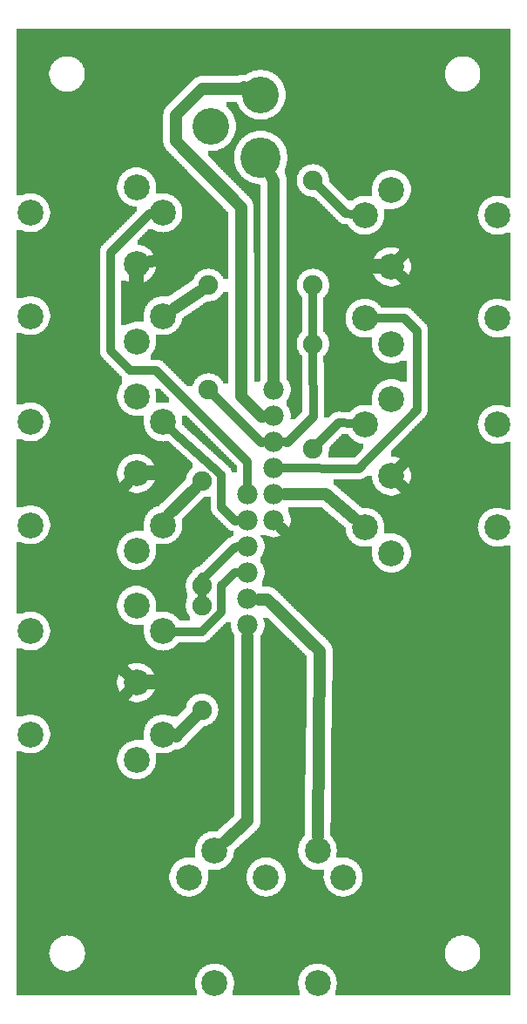
<source format=gbl>
G04 MADE WITH FRITZING*
G04 WWW.FRITZING.ORG*
G04 DOUBLE SIDED*
G04 HOLES PLATED*
G04 CONTOUR ON CENTER OF CONTOUR VECTOR*
%ASAXBY*%
%FSLAX23Y23*%
%MOIN*%
%OFA0B0*%
%SFA1.0B1.0*%
%ADD10C,0.075000*%
%ADD11C,0.154173*%
%ADD12C,0.140000*%
%ADD13C,0.078000*%
%ADD14C,0.099060*%
%ADD15C,0.048000*%
%ADD16C,0.032000*%
%LNCOPPER0*%
G90*
G70*
G54D10*
X779Y2629D03*
X1810Y3668D03*
G54D11*
X974Y3246D03*
G54D12*
X974Y3486D03*
X784Y3366D03*
G54D13*
X1024Y2358D03*
X1024Y2258D03*
X1024Y2158D03*
X1024Y2058D03*
X1024Y1958D03*
X1024Y1858D03*
X924Y1958D03*
X924Y1858D03*
X924Y1758D03*
X924Y1658D03*
X924Y1558D03*
X924Y1458D03*
G54D14*
X699Y494D03*
X797Y596D03*
X994Y494D03*
X1191Y596D03*
X1289Y494D03*
X797Y89D03*
X1191Y89D03*
X1474Y2533D03*
X1372Y2632D03*
X1474Y2829D03*
X1372Y3025D03*
X1474Y3124D03*
X1879Y2632D03*
X1879Y3025D03*
X1474Y1733D03*
X1372Y1832D03*
X1474Y2029D03*
X1372Y2225D03*
X1474Y2324D03*
X1879Y1832D03*
X1879Y2225D03*
X499Y1533D03*
X600Y1435D03*
X499Y1238D03*
X600Y1041D03*
X499Y943D03*
X93Y1435D03*
X93Y1041D03*
X499Y2333D03*
X600Y2235D03*
X499Y2038D03*
X600Y1841D03*
X499Y1743D03*
X93Y2235D03*
X93Y1841D03*
X499Y3133D03*
X600Y3035D03*
X499Y2838D03*
X600Y2641D03*
X499Y2543D03*
X93Y3035D03*
X93Y2641D03*
G54D10*
X1174Y2758D03*
X1174Y3158D03*
X1174Y2533D03*
X1174Y2133D03*
X749Y1533D03*
X749Y1133D03*
X749Y1608D03*
X749Y2008D03*
X774Y2358D03*
X774Y2758D03*
G54D15*
X976Y2257D02*
X899Y2333D01*
D02*
X899Y2333D02*
X898Y3057D01*
D02*
X898Y3057D02*
X650Y3308D01*
D02*
X650Y3308D02*
X650Y3408D01*
D02*
X650Y3408D02*
X750Y3508D01*
D02*
X924Y3508D02*
X908Y3515D01*
D02*
X750Y3508D02*
X924Y3508D01*
D02*
X983Y2257D02*
X976Y2257D01*
D02*
X1224Y1958D02*
X1065Y1958D01*
D02*
X1333Y1865D02*
X1224Y1958D01*
D02*
X1524Y1634D02*
X1598Y1708D01*
D02*
X1598Y1708D02*
X1599Y1908D01*
D02*
X1599Y1908D02*
X1511Y1993D01*
D02*
X1249Y1633D02*
X1524Y1634D01*
D02*
X1053Y1829D02*
X1249Y1633D01*
D02*
X1649Y2658D02*
X1511Y2793D01*
D02*
X1649Y2208D02*
X1649Y2658D01*
D02*
X1510Y2066D02*
X1649Y2208D01*
D02*
X374Y1908D02*
X463Y2001D01*
D02*
X374Y1358D02*
X374Y1908D01*
D02*
X461Y1274D02*
X374Y1358D01*
D02*
X648Y1033D02*
X651Y1032D01*
D02*
X721Y1105D02*
X648Y1033D01*
D02*
X624Y1884D02*
X625Y1887D01*
D02*
X721Y1980D02*
X624Y1884D01*
G54D16*
D02*
X975Y2157D02*
X988Y2158D01*
D02*
X798Y2334D02*
X975Y2157D01*
G54D15*
D02*
X1624Y2983D02*
X1510Y2866D01*
D02*
X1624Y3133D02*
X1624Y2983D01*
D02*
X1124Y3633D02*
X1624Y3133D01*
D02*
X550Y3282D02*
X550Y3457D01*
D02*
X724Y3108D02*
X550Y3282D01*
D02*
X550Y3457D02*
X724Y3634D01*
D02*
X724Y2983D02*
X724Y3108D01*
D02*
X599Y2857D02*
X724Y2983D01*
D02*
X724Y3634D02*
X1124Y3633D01*
D02*
X550Y2848D02*
X599Y2857D01*
D02*
X741Y2736D02*
X643Y2670D01*
G54D16*
D02*
X1174Y2568D02*
X1174Y2724D01*
D02*
X1273Y2234D02*
X1326Y2229D01*
D02*
X1198Y2158D02*
X1273Y2234D01*
D02*
X1299Y3033D02*
X1326Y3030D01*
D02*
X1198Y3134D02*
X1299Y3033D01*
G54D15*
D02*
X1024Y3158D02*
X1013Y3177D01*
D02*
X1024Y2400D02*
X1024Y3158D01*
G54D16*
D02*
X1175Y2257D02*
X1174Y2499D01*
D02*
X1075Y2157D02*
X1175Y2257D01*
D02*
X1059Y2158D02*
X1075Y2157D01*
D02*
X1572Y2282D02*
X1350Y2057D01*
D02*
X1350Y2057D02*
X1059Y2058D01*
D02*
X1574Y2583D02*
X1572Y2282D01*
D02*
X1524Y2633D02*
X1574Y2583D01*
D02*
X1418Y2632D02*
X1524Y2633D01*
G54D15*
D02*
X998Y1557D02*
X1199Y1359D01*
D02*
X965Y1557D02*
X998Y1557D01*
D02*
X1199Y1359D02*
X1191Y648D01*
D02*
X924Y708D02*
X924Y1417D01*
D02*
X836Y630D02*
X924Y708D01*
G54D16*
D02*
X824Y1508D02*
X748Y1433D01*
D02*
X824Y1608D02*
X824Y1508D01*
D02*
X748Y1433D02*
X646Y1434D01*
D02*
X875Y1659D02*
X824Y1608D01*
D02*
X888Y1659D02*
X875Y1659D01*
D02*
X748Y1633D02*
X748Y1643D01*
D02*
X875Y1757D02*
X748Y1633D01*
D02*
X888Y1758D02*
X875Y1757D01*
D02*
X749Y1574D02*
X749Y1568D01*
G54D15*
D02*
X650Y357D02*
X350Y657D01*
D02*
X1350Y357D02*
X650Y357D01*
D02*
X1598Y608D02*
X1350Y357D01*
D02*
X350Y657D02*
X349Y1083D01*
D02*
X1599Y1908D02*
X1598Y608D01*
D02*
X349Y1083D02*
X463Y1201D01*
D02*
X1511Y1993D02*
X1599Y1908D01*
G54D16*
D02*
X549Y3033D02*
X399Y2883D01*
D02*
X399Y2883D02*
X399Y2508D01*
D02*
X554Y3034D02*
X549Y3033D01*
D02*
X574Y2433D02*
X924Y2083D01*
D02*
X474Y2433D02*
X574Y2433D01*
D02*
X399Y2508D02*
X474Y2433D01*
D02*
X924Y2083D02*
X924Y1994D01*
D02*
X634Y2204D02*
X824Y2033D01*
D02*
X824Y2033D02*
X824Y1908D01*
D02*
X824Y1908D02*
X875Y1857D01*
D02*
X875Y1857D02*
X888Y1858D01*
G36*
X830Y2734D02*
X830Y2730D01*
X828Y2730D01*
X828Y2726D01*
X826Y2726D01*
X826Y2724D01*
X824Y2724D01*
X824Y2720D01*
X822Y2720D01*
X822Y2718D01*
X820Y2718D01*
X820Y2716D01*
X818Y2716D01*
X818Y2714D01*
X816Y2714D01*
X816Y2712D01*
X814Y2712D01*
X814Y2710D01*
X812Y2710D01*
X812Y2708D01*
X808Y2708D01*
X808Y2706D01*
X806Y2706D01*
X806Y2704D01*
X802Y2704D01*
X802Y2702D01*
X798Y2702D01*
X798Y2700D01*
X792Y2700D01*
X792Y2698D01*
X782Y2698D01*
X782Y2696D01*
X766Y2696D01*
X766Y2694D01*
X764Y2694D01*
X764Y2692D01*
X760Y2692D01*
X760Y2690D01*
X758Y2690D01*
X758Y2688D01*
X754Y2688D01*
X754Y2686D01*
X752Y2686D01*
X752Y2684D01*
X748Y2684D01*
X748Y2682D01*
X746Y2682D01*
X746Y2680D01*
X742Y2680D01*
X742Y2678D01*
X740Y2678D01*
X740Y2676D01*
X738Y2676D01*
X738Y2674D01*
X734Y2674D01*
X734Y2672D01*
X732Y2672D01*
X732Y2670D01*
X728Y2670D01*
X728Y2668D01*
X726Y2668D01*
X726Y2666D01*
X722Y2666D01*
X722Y2664D01*
X720Y2664D01*
X720Y2662D01*
X716Y2662D01*
X716Y2660D01*
X714Y2660D01*
X714Y2658D01*
X710Y2658D01*
X710Y2656D01*
X708Y2656D01*
X708Y2654D01*
X704Y2654D01*
X704Y2652D01*
X702Y2652D01*
X702Y2650D01*
X698Y2650D01*
X698Y2648D01*
X696Y2648D01*
X696Y2646D01*
X692Y2646D01*
X692Y2644D01*
X690Y2644D01*
X690Y2642D01*
X686Y2642D01*
X686Y2640D01*
X684Y2640D01*
X684Y2638D01*
X680Y2638D01*
X680Y2636D01*
X678Y2636D01*
X678Y2634D01*
X674Y2634D01*
X674Y2626D01*
X672Y2626D01*
X672Y2618D01*
X670Y2618D01*
X670Y2614D01*
X668Y2614D01*
X668Y2610D01*
X666Y2610D01*
X666Y2606D01*
X664Y2606D01*
X664Y2602D01*
X662Y2602D01*
X662Y2600D01*
X660Y2600D01*
X660Y2596D01*
X658Y2596D01*
X658Y2594D01*
X656Y2594D01*
X656Y2592D01*
X654Y2592D01*
X654Y2590D01*
X652Y2590D01*
X652Y2588D01*
X650Y2588D01*
X650Y2586D01*
X648Y2586D01*
X648Y2584D01*
X646Y2584D01*
X646Y2582D01*
X642Y2582D01*
X642Y2580D01*
X640Y2580D01*
X640Y2578D01*
X636Y2578D01*
X636Y2576D01*
X634Y2576D01*
X634Y2574D01*
X628Y2574D01*
X628Y2572D01*
X624Y2572D01*
X624Y2570D01*
X616Y2570D01*
X616Y2568D01*
X572Y2568D01*
X572Y2548D01*
X574Y2548D01*
X574Y2538D01*
X572Y2538D01*
X572Y2526D01*
X570Y2526D01*
X570Y2518D01*
X568Y2518D01*
X568Y2514D01*
X566Y2514D01*
X566Y2510D01*
X564Y2510D01*
X564Y2506D01*
X562Y2506D01*
X562Y2502D01*
X560Y2502D01*
X560Y2500D01*
X558Y2500D01*
X558Y2498D01*
X556Y2498D01*
X556Y2494D01*
X554Y2494D01*
X554Y2474D01*
X586Y2474D01*
X586Y2472D01*
X590Y2472D01*
X590Y2470D01*
X594Y2470D01*
X594Y2468D01*
X598Y2468D01*
X598Y2466D01*
X600Y2466D01*
X600Y2464D01*
X602Y2464D01*
X602Y2462D01*
X604Y2462D01*
X604Y2460D01*
X606Y2460D01*
X606Y2458D01*
X608Y2458D01*
X608Y2456D01*
X610Y2456D01*
X610Y2454D01*
X612Y2454D01*
X612Y2452D01*
X614Y2452D01*
X614Y2450D01*
X616Y2450D01*
X616Y2448D01*
X618Y2448D01*
X618Y2446D01*
X620Y2446D01*
X620Y2444D01*
X622Y2444D01*
X622Y2442D01*
X624Y2442D01*
X624Y2440D01*
X626Y2440D01*
X626Y2438D01*
X628Y2438D01*
X628Y2436D01*
X630Y2436D01*
X630Y2434D01*
X632Y2434D01*
X632Y2432D01*
X634Y2432D01*
X634Y2430D01*
X636Y2430D01*
X636Y2428D01*
X638Y2428D01*
X638Y2426D01*
X640Y2426D01*
X640Y2424D01*
X642Y2424D01*
X642Y2422D01*
X780Y2422D01*
X780Y2420D01*
X790Y2420D01*
X790Y2418D01*
X796Y2418D01*
X796Y2416D01*
X800Y2416D01*
X800Y2414D01*
X804Y2414D01*
X804Y2412D01*
X808Y2412D01*
X808Y2410D01*
X810Y2410D01*
X810Y2408D01*
X814Y2408D01*
X814Y2406D01*
X816Y2406D01*
X816Y2404D01*
X818Y2404D01*
X818Y2402D01*
X820Y2402D01*
X820Y2400D01*
X822Y2400D01*
X822Y2396D01*
X824Y2396D01*
X824Y2394D01*
X826Y2394D01*
X826Y2392D01*
X828Y2392D01*
X828Y2388D01*
X830Y2388D01*
X830Y2384D01*
X850Y2384D01*
X850Y2734D01*
X830Y2734D01*
G37*
D02*
G36*
X644Y2422D02*
X644Y2420D01*
X646Y2420D01*
X646Y2418D01*
X648Y2418D01*
X648Y2416D01*
X650Y2416D01*
X650Y2414D01*
X652Y2414D01*
X652Y2412D01*
X654Y2412D01*
X654Y2410D01*
X656Y2410D01*
X656Y2408D01*
X658Y2408D01*
X658Y2406D01*
X660Y2406D01*
X660Y2404D01*
X662Y2404D01*
X662Y2402D01*
X664Y2402D01*
X664Y2400D01*
X666Y2400D01*
X666Y2398D01*
X668Y2398D01*
X668Y2396D01*
X670Y2396D01*
X670Y2394D01*
X672Y2394D01*
X672Y2392D01*
X674Y2392D01*
X674Y2390D01*
X676Y2390D01*
X676Y2388D01*
X678Y2388D01*
X678Y2386D01*
X680Y2386D01*
X680Y2384D01*
X682Y2384D01*
X682Y2382D01*
X684Y2382D01*
X684Y2380D01*
X686Y2380D01*
X686Y2378D01*
X688Y2378D01*
X688Y2376D01*
X690Y2376D01*
X690Y2374D01*
X692Y2374D01*
X692Y2372D01*
X712Y2372D01*
X712Y2374D01*
X714Y2374D01*
X714Y2380D01*
X716Y2380D01*
X716Y2384D01*
X718Y2384D01*
X718Y2388D01*
X720Y2388D01*
X720Y2392D01*
X722Y2392D01*
X722Y2396D01*
X724Y2396D01*
X724Y2398D01*
X726Y2398D01*
X726Y2400D01*
X728Y2400D01*
X728Y2402D01*
X730Y2402D01*
X730Y2404D01*
X732Y2404D01*
X732Y2406D01*
X734Y2406D01*
X734Y2408D01*
X736Y2408D01*
X736Y2410D01*
X740Y2410D01*
X740Y2412D01*
X742Y2412D01*
X742Y2414D01*
X746Y2414D01*
X746Y2416D01*
X752Y2416D01*
X752Y2418D01*
X758Y2418D01*
X758Y2420D01*
X768Y2420D01*
X768Y2422D01*
X644Y2422D01*
G37*
D02*
G36*
X568Y2362D02*
X568Y2358D01*
X570Y2358D01*
X570Y2352D01*
X572Y2352D01*
X572Y2338D01*
X574Y2338D01*
X574Y2330D01*
X572Y2330D01*
X572Y2310D01*
X624Y2310D01*
X624Y2326D01*
X622Y2326D01*
X622Y2328D01*
X620Y2328D01*
X620Y2330D01*
X618Y2330D01*
X618Y2332D01*
X616Y2332D01*
X616Y2334D01*
X614Y2334D01*
X614Y2336D01*
X612Y2336D01*
X612Y2338D01*
X610Y2338D01*
X610Y2340D01*
X608Y2340D01*
X608Y2342D01*
X606Y2342D01*
X606Y2344D01*
X604Y2344D01*
X604Y2346D01*
X602Y2346D01*
X602Y2348D01*
X600Y2348D01*
X600Y2350D01*
X598Y2350D01*
X598Y2352D01*
X596Y2352D01*
X596Y2354D01*
X594Y2354D01*
X594Y2356D01*
X592Y2356D01*
X592Y2358D01*
X590Y2358D01*
X590Y2360D01*
X588Y2360D01*
X588Y2362D01*
X568Y2362D01*
G37*
D02*
G36*
X670Y2260D02*
X670Y2258D01*
X672Y2258D01*
X672Y2252D01*
X674Y2252D01*
X674Y2224D01*
X676Y2224D01*
X676Y2222D01*
X678Y2222D01*
X678Y2220D01*
X680Y2220D01*
X680Y2218D01*
X682Y2218D01*
X682Y2216D01*
X684Y2216D01*
X684Y2214D01*
X686Y2214D01*
X686Y2212D01*
X688Y2212D01*
X688Y2210D01*
X690Y2210D01*
X690Y2208D01*
X692Y2208D01*
X692Y2206D01*
X694Y2206D01*
X694Y2204D01*
X698Y2204D01*
X698Y2202D01*
X700Y2202D01*
X700Y2200D01*
X702Y2200D01*
X702Y2198D01*
X704Y2198D01*
X704Y2196D01*
X706Y2196D01*
X706Y2194D01*
X708Y2194D01*
X708Y2192D01*
X710Y2192D01*
X710Y2190D01*
X712Y2190D01*
X712Y2188D01*
X714Y2188D01*
X714Y2186D01*
X718Y2186D01*
X718Y2184D01*
X720Y2184D01*
X720Y2182D01*
X722Y2182D01*
X722Y2180D01*
X724Y2180D01*
X724Y2178D01*
X726Y2178D01*
X726Y2176D01*
X728Y2176D01*
X728Y2174D01*
X730Y2174D01*
X730Y2172D01*
X732Y2172D01*
X732Y2170D01*
X734Y2170D01*
X734Y2168D01*
X736Y2168D01*
X736Y2166D01*
X740Y2166D01*
X740Y2164D01*
X742Y2164D01*
X742Y2162D01*
X744Y2162D01*
X744Y2160D01*
X746Y2160D01*
X746Y2158D01*
X748Y2158D01*
X748Y2156D01*
X750Y2156D01*
X750Y2154D01*
X752Y2154D01*
X752Y2152D01*
X754Y2152D01*
X754Y2150D01*
X756Y2150D01*
X756Y2148D01*
X760Y2148D01*
X760Y2146D01*
X762Y2146D01*
X762Y2144D01*
X764Y2144D01*
X764Y2142D01*
X766Y2142D01*
X766Y2140D01*
X768Y2140D01*
X768Y2138D01*
X770Y2138D01*
X770Y2136D01*
X772Y2136D01*
X772Y2134D01*
X774Y2134D01*
X774Y2132D01*
X776Y2132D01*
X776Y2130D01*
X778Y2130D01*
X778Y2128D01*
X782Y2128D01*
X782Y2126D01*
X784Y2126D01*
X784Y2124D01*
X786Y2124D01*
X786Y2122D01*
X788Y2122D01*
X788Y2120D01*
X790Y2120D01*
X790Y2118D01*
X792Y2118D01*
X792Y2116D01*
X794Y2116D01*
X794Y2114D01*
X796Y2114D01*
X796Y2112D01*
X798Y2112D01*
X798Y2110D01*
X802Y2110D01*
X802Y2108D01*
X804Y2108D01*
X804Y2106D01*
X806Y2106D01*
X806Y2104D01*
X808Y2104D01*
X808Y2102D01*
X810Y2102D01*
X810Y2100D01*
X812Y2100D01*
X812Y2098D01*
X814Y2098D01*
X814Y2096D01*
X816Y2096D01*
X816Y2094D01*
X818Y2094D01*
X818Y2092D01*
X822Y2092D01*
X822Y2090D01*
X824Y2090D01*
X824Y2088D01*
X826Y2088D01*
X826Y2086D01*
X828Y2086D01*
X828Y2084D01*
X830Y2084D01*
X830Y2082D01*
X832Y2082D01*
X832Y2080D01*
X834Y2080D01*
X834Y2078D01*
X836Y2078D01*
X836Y2076D01*
X838Y2076D01*
X838Y2074D01*
X840Y2074D01*
X840Y2072D01*
X844Y2072D01*
X844Y2070D01*
X846Y2070D01*
X846Y2068D01*
X848Y2068D01*
X848Y2066D01*
X850Y2066D01*
X850Y2064D01*
X852Y2064D01*
X852Y2062D01*
X854Y2062D01*
X854Y2060D01*
X856Y2060D01*
X856Y2058D01*
X858Y2058D01*
X858Y2054D01*
X860Y2054D01*
X860Y2050D01*
X862Y2050D01*
X862Y2044D01*
X882Y2044D01*
X882Y2068D01*
X880Y2068D01*
X880Y2070D01*
X878Y2070D01*
X878Y2072D01*
X876Y2072D01*
X876Y2074D01*
X874Y2074D01*
X874Y2076D01*
X872Y2076D01*
X872Y2078D01*
X870Y2078D01*
X870Y2080D01*
X868Y2080D01*
X868Y2082D01*
X866Y2082D01*
X866Y2084D01*
X864Y2084D01*
X864Y2086D01*
X862Y2086D01*
X862Y2088D01*
X860Y2088D01*
X860Y2090D01*
X858Y2090D01*
X858Y2092D01*
X856Y2092D01*
X856Y2094D01*
X854Y2094D01*
X854Y2096D01*
X852Y2096D01*
X852Y2098D01*
X850Y2098D01*
X850Y2100D01*
X848Y2100D01*
X848Y2102D01*
X846Y2102D01*
X846Y2104D01*
X844Y2104D01*
X844Y2106D01*
X842Y2106D01*
X842Y2108D01*
X840Y2108D01*
X840Y2110D01*
X838Y2110D01*
X838Y2112D01*
X836Y2112D01*
X836Y2114D01*
X834Y2114D01*
X834Y2116D01*
X832Y2116D01*
X832Y2118D01*
X830Y2118D01*
X830Y2120D01*
X828Y2120D01*
X828Y2122D01*
X826Y2122D01*
X826Y2124D01*
X824Y2124D01*
X824Y2126D01*
X822Y2126D01*
X822Y2128D01*
X820Y2128D01*
X820Y2130D01*
X818Y2130D01*
X818Y2132D01*
X816Y2132D01*
X816Y2134D01*
X814Y2134D01*
X814Y2136D01*
X812Y2136D01*
X812Y2138D01*
X810Y2138D01*
X810Y2140D01*
X808Y2140D01*
X808Y2142D01*
X806Y2142D01*
X806Y2144D01*
X804Y2144D01*
X804Y2146D01*
X802Y2146D01*
X802Y2148D01*
X800Y2148D01*
X800Y2150D01*
X798Y2150D01*
X798Y2152D01*
X796Y2152D01*
X796Y2154D01*
X794Y2154D01*
X794Y2156D01*
X792Y2156D01*
X792Y2158D01*
X790Y2158D01*
X790Y2160D01*
X788Y2160D01*
X788Y2162D01*
X786Y2162D01*
X786Y2164D01*
X784Y2164D01*
X784Y2166D01*
X782Y2166D01*
X782Y2168D01*
X780Y2168D01*
X780Y2170D01*
X778Y2170D01*
X778Y2172D01*
X776Y2172D01*
X776Y2174D01*
X774Y2174D01*
X774Y2176D01*
X772Y2176D01*
X772Y2178D01*
X770Y2178D01*
X770Y2180D01*
X768Y2180D01*
X768Y2182D01*
X766Y2182D01*
X766Y2184D01*
X764Y2184D01*
X764Y2186D01*
X762Y2186D01*
X762Y2188D01*
X760Y2188D01*
X760Y2190D01*
X758Y2190D01*
X758Y2192D01*
X756Y2192D01*
X756Y2194D01*
X754Y2194D01*
X754Y2196D01*
X752Y2196D01*
X752Y2198D01*
X750Y2198D01*
X750Y2200D01*
X748Y2200D01*
X748Y2202D01*
X746Y2202D01*
X746Y2204D01*
X744Y2204D01*
X744Y2206D01*
X742Y2206D01*
X742Y2208D01*
X740Y2208D01*
X740Y2210D01*
X738Y2210D01*
X738Y2212D01*
X736Y2212D01*
X736Y2214D01*
X734Y2214D01*
X734Y2216D01*
X732Y2216D01*
X732Y2218D01*
X730Y2218D01*
X730Y2220D01*
X728Y2220D01*
X728Y2222D01*
X726Y2222D01*
X726Y2224D01*
X724Y2224D01*
X724Y2226D01*
X722Y2226D01*
X722Y2228D01*
X720Y2228D01*
X720Y2230D01*
X718Y2230D01*
X718Y2232D01*
X716Y2232D01*
X716Y2234D01*
X714Y2234D01*
X714Y2236D01*
X712Y2236D01*
X712Y2238D01*
X710Y2238D01*
X710Y2240D01*
X708Y2240D01*
X708Y2242D01*
X706Y2242D01*
X706Y2244D01*
X704Y2244D01*
X704Y2246D01*
X702Y2246D01*
X702Y2248D01*
X700Y2248D01*
X700Y2250D01*
X698Y2250D01*
X698Y2252D01*
X696Y2252D01*
X696Y2254D01*
X694Y2254D01*
X694Y2256D01*
X692Y2256D01*
X692Y2258D01*
X690Y2258D01*
X690Y2260D01*
X670Y2260D01*
G37*
D02*
G36*
X1286Y2190D02*
X1286Y2188D01*
X1284Y2188D01*
X1284Y2186D01*
X1282Y2186D01*
X1282Y2184D01*
X1280Y2184D01*
X1280Y2182D01*
X1278Y2182D01*
X1278Y2180D01*
X1276Y2180D01*
X1276Y2178D01*
X1274Y2178D01*
X1274Y2176D01*
X1272Y2176D01*
X1272Y2174D01*
X1270Y2174D01*
X1270Y2172D01*
X1268Y2172D01*
X1268Y2170D01*
X1266Y2170D01*
X1266Y2168D01*
X1264Y2168D01*
X1264Y2166D01*
X1262Y2166D01*
X1262Y2164D01*
X1260Y2164D01*
X1260Y2162D01*
X1258Y2162D01*
X1258Y2160D01*
X1256Y2160D01*
X1256Y2158D01*
X1254Y2158D01*
X1254Y2156D01*
X1252Y2156D01*
X1252Y2154D01*
X1250Y2154D01*
X1250Y2152D01*
X1248Y2152D01*
X1248Y2150D01*
X1246Y2150D01*
X1246Y2148D01*
X1244Y2148D01*
X1244Y2146D01*
X1242Y2146D01*
X1242Y2144D01*
X1240Y2144D01*
X1240Y2142D01*
X1238Y2142D01*
X1238Y2140D01*
X1236Y2140D01*
X1236Y2122D01*
X1234Y2122D01*
X1234Y2098D01*
X1334Y2098D01*
X1334Y2100D01*
X1336Y2100D01*
X1336Y2102D01*
X1338Y2102D01*
X1338Y2104D01*
X1340Y2104D01*
X1340Y2106D01*
X1342Y2106D01*
X1342Y2108D01*
X1344Y2108D01*
X1344Y2110D01*
X1346Y2110D01*
X1346Y2112D01*
X1348Y2112D01*
X1348Y2114D01*
X1350Y2114D01*
X1350Y2116D01*
X1352Y2116D01*
X1352Y2118D01*
X1354Y2118D01*
X1354Y2120D01*
X1356Y2120D01*
X1356Y2122D01*
X1358Y2122D01*
X1358Y2124D01*
X1360Y2124D01*
X1360Y2128D01*
X1362Y2128D01*
X1362Y2130D01*
X1364Y2130D01*
X1364Y2132D01*
X1366Y2132D01*
X1366Y2152D01*
X1358Y2152D01*
X1358Y2154D01*
X1350Y2154D01*
X1350Y2156D01*
X1344Y2156D01*
X1344Y2158D01*
X1340Y2158D01*
X1340Y2160D01*
X1336Y2160D01*
X1336Y2162D01*
X1332Y2162D01*
X1332Y2164D01*
X1330Y2164D01*
X1330Y2166D01*
X1328Y2166D01*
X1328Y2168D01*
X1324Y2168D01*
X1324Y2170D01*
X1322Y2170D01*
X1322Y2172D01*
X1320Y2172D01*
X1320Y2174D01*
X1318Y2174D01*
X1318Y2176D01*
X1316Y2176D01*
X1316Y2178D01*
X1314Y2178D01*
X1314Y2182D01*
X1312Y2182D01*
X1312Y2184D01*
X1310Y2184D01*
X1310Y2186D01*
X1308Y2186D01*
X1308Y2190D01*
X1286Y2190D01*
G37*
D02*
G36*
X40Y3740D02*
X40Y3634D01*
X1760Y3634D01*
X1760Y3632D01*
X1768Y3632D01*
X1768Y3630D01*
X1774Y3630D01*
X1774Y3628D01*
X1778Y3628D01*
X1778Y3626D01*
X1782Y3626D01*
X1782Y3624D01*
X1784Y3624D01*
X1784Y3622D01*
X1788Y3622D01*
X1788Y3620D01*
X1790Y3620D01*
X1790Y3618D01*
X1792Y3618D01*
X1792Y3616D01*
X1794Y3616D01*
X1794Y3614D01*
X1796Y3614D01*
X1796Y3612D01*
X1798Y3612D01*
X1798Y3610D01*
X1800Y3610D01*
X1800Y3608D01*
X1802Y3608D01*
X1802Y3604D01*
X1804Y3604D01*
X1804Y3602D01*
X1806Y3602D01*
X1806Y3598D01*
X1808Y3598D01*
X1808Y3594D01*
X1810Y3594D01*
X1810Y3588D01*
X1812Y3588D01*
X1812Y3582D01*
X1814Y3582D01*
X1814Y3550D01*
X1812Y3550D01*
X1812Y3544D01*
X1810Y3544D01*
X1810Y3538D01*
X1808Y3538D01*
X1808Y3534D01*
X1806Y3534D01*
X1806Y3530D01*
X1804Y3530D01*
X1804Y3528D01*
X1802Y3528D01*
X1802Y3526D01*
X1800Y3526D01*
X1800Y3522D01*
X1798Y3522D01*
X1798Y3520D01*
X1796Y3520D01*
X1796Y3518D01*
X1794Y3518D01*
X1794Y3516D01*
X1792Y3516D01*
X1792Y3514D01*
X1790Y3514D01*
X1790Y3512D01*
X1786Y3512D01*
X1786Y3510D01*
X1784Y3510D01*
X1784Y3508D01*
X1780Y3508D01*
X1780Y3506D01*
X1776Y3506D01*
X1776Y3504D01*
X1772Y3504D01*
X1772Y3502D01*
X1766Y3502D01*
X1766Y3500D01*
X1758Y3500D01*
X1758Y3498D01*
X1928Y3498D01*
X1928Y3740D01*
X40Y3740D01*
G37*
D02*
G36*
X40Y3634D02*
X40Y3498D01*
X222Y3498D01*
X222Y3500D01*
X212Y3500D01*
X212Y3502D01*
X206Y3502D01*
X206Y3504D01*
X202Y3504D01*
X202Y3506D01*
X198Y3506D01*
X198Y3508D01*
X196Y3508D01*
X196Y3510D01*
X192Y3510D01*
X192Y3512D01*
X190Y3512D01*
X190Y3514D01*
X188Y3514D01*
X188Y3516D01*
X186Y3516D01*
X186Y3518D01*
X184Y3518D01*
X184Y3520D01*
X182Y3520D01*
X182Y3522D01*
X180Y3522D01*
X180Y3524D01*
X178Y3524D01*
X178Y3526D01*
X176Y3526D01*
X176Y3530D01*
X174Y3530D01*
X174Y3532D01*
X172Y3532D01*
X172Y3536D01*
X170Y3536D01*
X170Y3542D01*
X168Y3542D01*
X168Y3548D01*
X166Y3548D01*
X166Y3558D01*
X164Y3558D01*
X164Y3576D01*
X166Y3576D01*
X166Y3584D01*
X168Y3584D01*
X168Y3592D01*
X170Y3592D01*
X170Y3596D01*
X172Y3596D01*
X172Y3600D01*
X174Y3600D01*
X174Y3602D01*
X176Y3602D01*
X176Y3606D01*
X178Y3606D01*
X178Y3608D01*
X180Y3608D01*
X180Y3610D01*
X182Y3610D01*
X182Y3614D01*
X184Y3614D01*
X184Y3616D01*
X188Y3616D01*
X188Y3618D01*
X190Y3618D01*
X190Y3620D01*
X192Y3620D01*
X192Y3622D01*
X194Y3622D01*
X194Y3624D01*
X198Y3624D01*
X198Y3626D01*
X202Y3626D01*
X202Y3628D01*
X206Y3628D01*
X206Y3630D01*
X212Y3630D01*
X212Y3632D01*
X218Y3632D01*
X218Y3634D01*
X40Y3634D01*
G37*
D02*
G36*
X246Y3634D02*
X246Y3632D01*
X254Y3632D01*
X254Y3630D01*
X260Y3630D01*
X260Y3628D01*
X264Y3628D01*
X264Y3626D01*
X268Y3626D01*
X268Y3624D01*
X270Y3624D01*
X270Y3622D01*
X274Y3622D01*
X274Y3620D01*
X276Y3620D01*
X276Y3618D01*
X278Y3618D01*
X278Y3616D01*
X280Y3616D01*
X280Y3614D01*
X282Y3614D01*
X282Y3612D01*
X284Y3612D01*
X284Y3610D01*
X286Y3610D01*
X286Y3608D01*
X288Y3608D01*
X288Y3604D01*
X290Y3604D01*
X290Y3602D01*
X292Y3602D01*
X292Y3598D01*
X294Y3598D01*
X294Y3594D01*
X296Y3594D01*
X296Y3588D01*
X298Y3588D01*
X298Y3582D01*
X984Y3582D01*
X984Y3580D01*
X996Y3580D01*
X996Y3578D01*
X1002Y3578D01*
X1002Y3576D01*
X1008Y3576D01*
X1008Y3574D01*
X1014Y3574D01*
X1014Y3572D01*
X1018Y3572D01*
X1018Y3570D01*
X1020Y3570D01*
X1020Y3568D01*
X1024Y3568D01*
X1024Y3566D01*
X1028Y3566D01*
X1028Y3564D01*
X1030Y3564D01*
X1030Y3562D01*
X1032Y3562D01*
X1032Y3560D01*
X1036Y3560D01*
X1036Y3558D01*
X1038Y3558D01*
X1038Y3556D01*
X1040Y3556D01*
X1040Y3554D01*
X1042Y3554D01*
X1042Y3552D01*
X1044Y3552D01*
X1044Y3550D01*
X1046Y3550D01*
X1046Y3546D01*
X1048Y3546D01*
X1048Y3544D01*
X1050Y3544D01*
X1050Y3542D01*
X1052Y3542D01*
X1052Y3538D01*
X1054Y3538D01*
X1054Y3536D01*
X1056Y3536D01*
X1056Y3532D01*
X1058Y3532D01*
X1058Y3528D01*
X1060Y3528D01*
X1060Y3524D01*
X1062Y3524D01*
X1062Y3518D01*
X1064Y3518D01*
X1064Y3512D01*
X1066Y3512D01*
X1066Y3504D01*
X1068Y3504D01*
X1068Y3498D01*
X1736Y3498D01*
X1736Y3500D01*
X1726Y3500D01*
X1726Y3502D01*
X1720Y3502D01*
X1720Y3504D01*
X1716Y3504D01*
X1716Y3506D01*
X1712Y3506D01*
X1712Y3508D01*
X1710Y3508D01*
X1710Y3510D01*
X1706Y3510D01*
X1706Y3512D01*
X1704Y3512D01*
X1704Y3514D01*
X1702Y3514D01*
X1702Y3516D01*
X1700Y3516D01*
X1700Y3518D01*
X1698Y3518D01*
X1698Y3520D01*
X1696Y3520D01*
X1696Y3522D01*
X1694Y3522D01*
X1694Y3524D01*
X1692Y3524D01*
X1692Y3526D01*
X1690Y3526D01*
X1690Y3530D01*
X1688Y3530D01*
X1688Y3534D01*
X1686Y3534D01*
X1686Y3538D01*
X1684Y3538D01*
X1684Y3542D01*
X1682Y3542D01*
X1682Y3548D01*
X1680Y3548D01*
X1680Y3558D01*
X1678Y3558D01*
X1678Y3574D01*
X1680Y3574D01*
X1680Y3584D01*
X1682Y3584D01*
X1682Y3590D01*
X1684Y3590D01*
X1684Y3596D01*
X1686Y3596D01*
X1686Y3600D01*
X1688Y3600D01*
X1688Y3602D01*
X1690Y3602D01*
X1690Y3606D01*
X1692Y3606D01*
X1692Y3608D01*
X1694Y3608D01*
X1694Y3610D01*
X1696Y3610D01*
X1696Y3612D01*
X1698Y3612D01*
X1698Y3616D01*
X1702Y3616D01*
X1702Y3618D01*
X1704Y3618D01*
X1704Y3620D01*
X1706Y3620D01*
X1706Y3622D01*
X1708Y3622D01*
X1708Y3624D01*
X1712Y3624D01*
X1712Y3626D01*
X1716Y3626D01*
X1716Y3628D01*
X1720Y3628D01*
X1720Y3630D01*
X1726Y3630D01*
X1726Y3632D01*
X1732Y3632D01*
X1732Y3634D01*
X246Y3634D01*
G37*
D02*
G36*
X300Y3582D02*
X300Y3552D01*
X298Y3552D01*
X298Y3544D01*
X296Y3544D01*
X296Y3538D01*
X294Y3538D01*
X294Y3534D01*
X292Y3534D01*
X292Y3532D01*
X290Y3532D01*
X290Y3528D01*
X288Y3528D01*
X288Y3526D01*
X286Y3526D01*
X286Y3522D01*
X284Y3522D01*
X284Y3520D01*
X282Y3520D01*
X282Y3518D01*
X280Y3518D01*
X280Y3516D01*
X278Y3516D01*
X278Y3514D01*
X276Y3514D01*
X276Y3512D01*
X272Y3512D01*
X272Y3510D01*
X270Y3510D01*
X270Y3508D01*
X266Y3508D01*
X266Y3506D01*
X262Y3506D01*
X262Y3504D01*
X258Y3504D01*
X258Y3502D01*
X252Y3502D01*
X252Y3500D01*
X244Y3500D01*
X244Y3498D01*
X670Y3498D01*
X670Y3500D01*
X672Y3500D01*
X672Y3502D01*
X674Y3502D01*
X674Y3504D01*
X676Y3504D01*
X676Y3506D01*
X678Y3506D01*
X678Y3508D01*
X680Y3508D01*
X680Y3510D01*
X682Y3510D01*
X682Y3512D01*
X684Y3512D01*
X684Y3514D01*
X686Y3514D01*
X686Y3516D01*
X688Y3516D01*
X688Y3518D01*
X690Y3518D01*
X690Y3520D01*
X692Y3520D01*
X692Y3522D01*
X694Y3522D01*
X694Y3524D01*
X696Y3524D01*
X696Y3526D01*
X698Y3526D01*
X698Y3528D01*
X700Y3528D01*
X700Y3530D01*
X702Y3530D01*
X702Y3532D01*
X704Y3532D01*
X704Y3534D01*
X706Y3534D01*
X706Y3536D01*
X708Y3536D01*
X708Y3538D01*
X710Y3538D01*
X710Y3540D01*
X712Y3540D01*
X712Y3542D01*
X714Y3542D01*
X714Y3544D01*
X716Y3544D01*
X716Y3546D01*
X720Y3546D01*
X720Y3548D01*
X722Y3548D01*
X722Y3550D01*
X724Y3550D01*
X724Y3552D01*
X728Y3552D01*
X728Y3554D01*
X734Y3554D01*
X734Y3556D01*
X740Y3556D01*
X740Y3558D01*
X884Y3558D01*
X884Y3560D01*
X888Y3560D01*
X888Y3562D01*
X894Y3562D01*
X894Y3564D01*
X920Y3564D01*
X920Y3566D01*
X924Y3566D01*
X924Y3568D01*
X926Y3568D01*
X926Y3570D01*
X930Y3570D01*
X930Y3572D01*
X934Y3572D01*
X934Y3574D01*
X940Y3574D01*
X940Y3576D01*
X944Y3576D01*
X944Y3578D01*
X952Y3578D01*
X952Y3580D01*
X964Y3580D01*
X964Y3582D01*
X300Y3582D01*
G37*
D02*
G36*
X40Y3498D02*
X40Y3496D01*
X668Y3496D01*
X668Y3498D01*
X40Y3498D01*
G37*
D02*
G36*
X40Y3498D02*
X40Y3496D01*
X668Y3496D01*
X668Y3498D01*
X40Y3498D01*
G37*
D02*
G36*
X1068Y3498D02*
X1068Y3496D01*
X1928Y3496D01*
X1928Y3498D01*
X1068Y3498D01*
G37*
D02*
G36*
X1068Y3498D02*
X1068Y3496D01*
X1928Y3496D01*
X1928Y3498D01*
X1068Y3498D01*
G37*
D02*
G36*
X40Y3496D02*
X40Y3208D01*
X512Y3208D01*
X512Y3206D01*
X520Y3206D01*
X520Y3204D01*
X526Y3204D01*
X526Y3202D01*
X530Y3202D01*
X530Y3200D01*
X534Y3200D01*
X534Y3198D01*
X538Y3198D01*
X538Y3196D01*
X540Y3196D01*
X540Y3194D01*
X544Y3194D01*
X544Y3192D01*
X546Y3192D01*
X546Y3190D01*
X548Y3190D01*
X548Y3188D01*
X550Y3188D01*
X550Y3186D01*
X552Y3186D01*
X552Y3184D01*
X554Y3184D01*
X554Y3182D01*
X556Y3182D01*
X556Y3180D01*
X558Y3180D01*
X558Y3178D01*
X560Y3178D01*
X560Y3174D01*
X562Y3174D01*
X562Y3172D01*
X564Y3172D01*
X564Y3168D01*
X566Y3168D01*
X566Y3164D01*
X568Y3164D01*
X568Y3158D01*
X570Y3158D01*
X570Y3152D01*
X572Y3152D01*
X572Y3138D01*
X574Y3138D01*
X574Y3130D01*
X572Y3130D01*
X572Y3110D01*
X612Y3110D01*
X612Y3108D01*
X620Y3108D01*
X620Y3106D01*
X626Y3106D01*
X626Y3104D01*
X632Y3104D01*
X632Y3102D01*
X636Y3102D01*
X636Y3100D01*
X638Y3100D01*
X638Y3098D01*
X642Y3098D01*
X642Y3096D01*
X644Y3096D01*
X644Y3094D01*
X648Y3094D01*
X648Y3092D01*
X650Y3092D01*
X650Y3090D01*
X652Y3090D01*
X652Y3088D01*
X654Y3088D01*
X654Y3086D01*
X656Y3086D01*
X656Y3084D01*
X658Y3084D01*
X658Y3080D01*
X660Y3080D01*
X660Y3078D01*
X662Y3078D01*
X662Y3076D01*
X664Y3076D01*
X664Y3072D01*
X666Y3072D01*
X666Y3068D01*
X668Y3068D01*
X668Y3064D01*
X670Y3064D01*
X670Y3058D01*
X672Y3058D01*
X672Y3052D01*
X674Y3052D01*
X674Y3020D01*
X672Y3020D01*
X672Y3012D01*
X670Y3012D01*
X670Y3008D01*
X668Y3008D01*
X668Y3002D01*
X666Y3002D01*
X666Y3000D01*
X664Y3000D01*
X664Y2996D01*
X662Y2996D01*
X662Y2992D01*
X660Y2992D01*
X660Y2990D01*
X658Y2990D01*
X658Y2988D01*
X656Y2988D01*
X656Y2986D01*
X654Y2986D01*
X654Y2982D01*
X650Y2982D01*
X650Y2980D01*
X648Y2980D01*
X648Y2978D01*
X646Y2978D01*
X646Y2976D01*
X644Y2976D01*
X644Y2974D01*
X640Y2974D01*
X640Y2972D01*
X638Y2972D01*
X638Y2970D01*
X634Y2970D01*
X634Y2968D01*
X630Y2968D01*
X630Y2966D01*
X624Y2966D01*
X624Y2964D01*
X618Y2964D01*
X618Y2962D01*
X602Y2962D01*
X602Y2960D01*
X848Y2960D01*
X848Y3038D01*
X846Y3038D01*
X846Y3040D01*
X844Y3040D01*
X844Y3042D01*
X842Y3042D01*
X842Y3044D01*
X840Y3044D01*
X840Y3046D01*
X838Y3046D01*
X838Y3048D01*
X836Y3048D01*
X836Y3050D01*
X834Y3050D01*
X834Y3052D01*
X832Y3052D01*
X832Y3054D01*
X830Y3054D01*
X830Y3056D01*
X828Y3056D01*
X828Y3058D01*
X826Y3058D01*
X826Y3062D01*
X824Y3062D01*
X824Y3064D01*
X822Y3064D01*
X822Y3066D01*
X820Y3066D01*
X820Y3068D01*
X818Y3068D01*
X818Y3070D01*
X816Y3070D01*
X816Y3072D01*
X814Y3072D01*
X814Y3074D01*
X812Y3074D01*
X812Y3076D01*
X810Y3076D01*
X810Y3078D01*
X808Y3078D01*
X808Y3080D01*
X806Y3080D01*
X806Y3082D01*
X804Y3082D01*
X804Y3084D01*
X802Y3084D01*
X802Y3086D01*
X800Y3086D01*
X800Y3088D01*
X798Y3088D01*
X798Y3090D01*
X796Y3090D01*
X796Y3092D01*
X794Y3092D01*
X794Y3094D01*
X792Y3094D01*
X792Y3096D01*
X790Y3096D01*
X790Y3098D01*
X788Y3098D01*
X788Y3100D01*
X786Y3100D01*
X786Y3102D01*
X784Y3102D01*
X784Y3104D01*
X782Y3104D01*
X782Y3106D01*
X780Y3106D01*
X780Y3108D01*
X778Y3108D01*
X778Y3110D01*
X776Y3110D01*
X776Y3112D01*
X774Y3112D01*
X774Y3114D01*
X772Y3114D01*
X772Y3116D01*
X770Y3116D01*
X770Y3118D01*
X768Y3118D01*
X768Y3120D01*
X766Y3120D01*
X766Y3122D01*
X764Y3122D01*
X764Y3124D01*
X762Y3124D01*
X762Y3126D01*
X760Y3126D01*
X760Y3128D01*
X758Y3128D01*
X758Y3130D01*
X756Y3130D01*
X756Y3132D01*
X754Y3132D01*
X754Y3134D01*
X752Y3134D01*
X752Y3136D01*
X750Y3136D01*
X750Y3138D01*
X748Y3138D01*
X748Y3140D01*
X746Y3140D01*
X746Y3142D01*
X744Y3142D01*
X744Y3144D01*
X742Y3144D01*
X742Y3146D01*
X740Y3146D01*
X740Y3148D01*
X738Y3148D01*
X738Y3150D01*
X736Y3150D01*
X736Y3152D01*
X734Y3152D01*
X734Y3154D01*
X732Y3154D01*
X732Y3156D01*
X730Y3156D01*
X730Y3158D01*
X728Y3158D01*
X728Y3160D01*
X726Y3160D01*
X726Y3162D01*
X724Y3162D01*
X724Y3164D01*
X722Y3164D01*
X722Y3166D01*
X720Y3166D01*
X720Y3168D01*
X718Y3168D01*
X718Y3170D01*
X716Y3170D01*
X716Y3172D01*
X714Y3172D01*
X714Y3174D01*
X712Y3174D01*
X712Y3176D01*
X710Y3176D01*
X710Y3178D01*
X708Y3178D01*
X708Y3180D01*
X706Y3180D01*
X706Y3182D01*
X704Y3182D01*
X704Y3184D01*
X702Y3184D01*
X702Y3186D01*
X700Y3186D01*
X700Y3188D01*
X698Y3188D01*
X698Y3190D01*
X696Y3190D01*
X696Y3192D01*
X694Y3192D01*
X694Y3194D01*
X692Y3194D01*
X692Y3198D01*
X690Y3198D01*
X690Y3200D01*
X688Y3200D01*
X688Y3202D01*
X686Y3202D01*
X686Y3204D01*
X684Y3204D01*
X684Y3206D01*
X682Y3206D01*
X682Y3208D01*
X680Y3208D01*
X680Y3210D01*
X678Y3210D01*
X678Y3212D01*
X676Y3212D01*
X676Y3214D01*
X674Y3214D01*
X674Y3216D01*
X672Y3216D01*
X672Y3218D01*
X670Y3218D01*
X670Y3220D01*
X668Y3220D01*
X668Y3222D01*
X666Y3222D01*
X666Y3224D01*
X664Y3224D01*
X664Y3226D01*
X662Y3226D01*
X662Y3228D01*
X660Y3228D01*
X660Y3230D01*
X658Y3230D01*
X658Y3232D01*
X656Y3232D01*
X656Y3234D01*
X654Y3234D01*
X654Y3236D01*
X652Y3236D01*
X652Y3238D01*
X650Y3238D01*
X650Y3240D01*
X648Y3240D01*
X648Y3242D01*
X646Y3242D01*
X646Y3244D01*
X644Y3244D01*
X644Y3246D01*
X642Y3246D01*
X642Y3248D01*
X640Y3248D01*
X640Y3250D01*
X638Y3250D01*
X638Y3252D01*
X636Y3252D01*
X636Y3254D01*
X634Y3254D01*
X634Y3256D01*
X632Y3256D01*
X632Y3258D01*
X630Y3258D01*
X630Y3260D01*
X628Y3260D01*
X628Y3262D01*
X626Y3262D01*
X626Y3264D01*
X624Y3264D01*
X624Y3266D01*
X622Y3266D01*
X622Y3268D01*
X620Y3268D01*
X620Y3270D01*
X618Y3270D01*
X618Y3272D01*
X616Y3272D01*
X616Y3274D01*
X614Y3274D01*
X614Y3276D01*
X612Y3276D01*
X612Y3278D01*
X610Y3278D01*
X610Y3282D01*
X608Y3282D01*
X608Y3286D01*
X606Y3286D01*
X606Y3288D01*
X604Y3288D01*
X604Y3294D01*
X602Y3294D01*
X602Y3302D01*
X600Y3302D01*
X600Y3414D01*
X602Y3414D01*
X602Y3424D01*
X604Y3424D01*
X604Y3428D01*
X606Y3428D01*
X606Y3432D01*
X608Y3432D01*
X608Y3436D01*
X610Y3436D01*
X610Y3438D01*
X612Y3438D01*
X612Y3442D01*
X614Y3442D01*
X614Y3444D01*
X616Y3444D01*
X616Y3446D01*
X618Y3446D01*
X618Y3448D01*
X620Y3448D01*
X620Y3450D01*
X622Y3450D01*
X622Y3452D01*
X624Y3452D01*
X624Y3454D01*
X626Y3454D01*
X626Y3456D01*
X628Y3456D01*
X628Y3458D01*
X630Y3458D01*
X630Y3460D01*
X632Y3460D01*
X632Y3462D01*
X634Y3462D01*
X634Y3464D01*
X636Y3464D01*
X636Y3466D01*
X638Y3466D01*
X638Y3468D01*
X640Y3468D01*
X640Y3470D01*
X642Y3470D01*
X642Y3472D01*
X644Y3472D01*
X644Y3474D01*
X646Y3474D01*
X646Y3476D01*
X648Y3476D01*
X648Y3478D01*
X650Y3478D01*
X650Y3480D01*
X652Y3480D01*
X652Y3482D01*
X654Y3482D01*
X654Y3484D01*
X656Y3484D01*
X656Y3486D01*
X658Y3486D01*
X658Y3488D01*
X660Y3488D01*
X660Y3490D01*
X662Y3490D01*
X662Y3492D01*
X664Y3492D01*
X664Y3494D01*
X666Y3494D01*
X666Y3496D01*
X40Y3496D01*
G37*
D02*
G36*
X1068Y3496D02*
X1068Y3470D01*
X1066Y3470D01*
X1066Y3460D01*
X1064Y3460D01*
X1064Y3454D01*
X1062Y3454D01*
X1062Y3450D01*
X1060Y3450D01*
X1060Y3446D01*
X1058Y3446D01*
X1058Y3442D01*
X1056Y3442D01*
X1056Y3438D01*
X1054Y3438D01*
X1054Y3434D01*
X1052Y3434D01*
X1052Y3432D01*
X1050Y3432D01*
X1050Y3430D01*
X1048Y3430D01*
X1048Y3426D01*
X1046Y3426D01*
X1046Y3424D01*
X1044Y3424D01*
X1044Y3422D01*
X1042Y3422D01*
X1042Y3420D01*
X1040Y3420D01*
X1040Y3418D01*
X1038Y3418D01*
X1038Y3416D01*
X1036Y3416D01*
X1036Y3414D01*
X1034Y3414D01*
X1034Y3412D01*
X1030Y3412D01*
X1030Y3410D01*
X1028Y3410D01*
X1028Y3408D01*
X1026Y3408D01*
X1026Y3406D01*
X1022Y3406D01*
X1022Y3404D01*
X1018Y3404D01*
X1018Y3402D01*
X1014Y3402D01*
X1014Y3400D01*
X1010Y3400D01*
X1010Y3398D01*
X1004Y3398D01*
X1004Y3396D01*
X998Y3396D01*
X998Y3394D01*
X990Y3394D01*
X990Y3392D01*
X1928Y3392D01*
X1928Y3496D01*
X1068Y3496D01*
G37*
D02*
G36*
X842Y3460D02*
X842Y3440D01*
X846Y3440D01*
X846Y3438D01*
X848Y3438D01*
X848Y3436D01*
X850Y3436D01*
X850Y3434D01*
X852Y3434D01*
X852Y3432D01*
X854Y3432D01*
X854Y3430D01*
X856Y3430D01*
X856Y3426D01*
X858Y3426D01*
X858Y3424D01*
X860Y3424D01*
X860Y3422D01*
X862Y3422D01*
X862Y3418D01*
X864Y3418D01*
X864Y3416D01*
X866Y3416D01*
X866Y3412D01*
X868Y3412D01*
X868Y3408D01*
X870Y3408D01*
X870Y3404D01*
X872Y3404D01*
X872Y3398D01*
X874Y3398D01*
X874Y3392D01*
X958Y3392D01*
X958Y3394D01*
X950Y3394D01*
X950Y3396D01*
X942Y3396D01*
X942Y3398D01*
X936Y3398D01*
X936Y3400D01*
X932Y3400D01*
X932Y3402D01*
X928Y3402D01*
X928Y3404D01*
X926Y3404D01*
X926Y3406D01*
X922Y3406D01*
X922Y3408D01*
X920Y3408D01*
X920Y3410D01*
X916Y3410D01*
X916Y3412D01*
X914Y3412D01*
X914Y3414D01*
X912Y3414D01*
X912Y3416D01*
X910Y3416D01*
X910Y3418D01*
X908Y3418D01*
X908Y3420D01*
X906Y3420D01*
X906Y3422D01*
X904Y3422D01*
X904Y3424D01*
X902Y3424D01*
X902Y3426D01*
X900Y3426D01*
X900Y3428D01*
X898Y3428D01*
X898Y3430D01*
X896Y3430D01*
X896Y3434D01*
X894Y3434D01*
X894Y3436D01*
X892Y3436D01*
X892Y3440D01*
X890Y3440D01*
X890Y3444D01*
X888Y3444D01*
X888Y3448D01*
X886Y3448D01*
X886Y3452D01*
X884Y3452D01*
X884Y3458D01*
X882Y3458D01*
X882Y3460D01*
X842Y3460D01*
G37*
D02*
G36*
X876Y3392D02*
X876Y3390D01*
X1928Y3390D01*
X1928Y3392D01*
X876Y3392D01*
G37*
D02*
G36*
X876Y3392D02*
X876Y3390D01*
X1928Y3390D01*
X1928Y3392D01*
X876Y3392D01*
G37*
D02*
G36*
X876Y3390D02*
X876Y3384D01*
X878Y3384D01*
X878Y3350D01*
X876Y3350D01*
X876Y3348D01*
X992Y3348D01*
X992Y3346D01*
X1000Y3346D01*
X1000Y3344D01*
X1006Y3344D01*
X1006Y3342D01*
X1012Y3342D01*
X1012Y3340D01*
X1016Y3340D01*
X1016Y3338D01*
X1020Y3338D01*
X1020Y3336D01*
X1024Y3336D01*
X1024Y3334D01*
X1028Y3334D01*
X1028Y3332D01*
X1030Y3332D01*
X1030Y3330D01*
X1034Y3330D01*
X1034Y3328D01*
X1036Y3328D01*
X1036Y3326D01*
X1038Y3326D01*
X1038Y3324D01*
X1042Y3324D01*
X1042Y3322D01*
X1044Y3322D01*
X1044Y3320D01*
X1046Y3320D01*
X1046Y3318D01*
X1048Y3318D01*
X1048Y3316D01*
X1050Y3316D01*
X1050Y3314D01*
X1052Y3314D01*
X1052Y3310D01*
X1054Y3310D01*
X1054Y3308D01*
X1056Y3308D01*
X1056Y3306D01*
X1058Y3306D01*
X1058Y3302D01*
X1060Y3302D01*
X1060Y3300D01*
X1062Y3300D01*
X1062Y3296D01*
X1064Y3296D01*
X1064Y3292D01*
X1066Y3292D01*
X1066Y3288D01*
X1068Y3288D01*
X1068Y3282D01*
X1070Y3282D01*
X1070Y3278D01*
X1072Y3278D01*
X1072Y3270D01*
X1074Y3270D01*
X1074Y3258D01*
X1076Y3258D01*
X1076Y3234D01*
X1074Y3234D01*
X1074Y3224D01*
X1072Y3224D01*
X1072Y3222D01*
X1180Y3222D01*
X1180Y3220D01*
X1190Y3220D01*
X1190Y3218D01*
X1196Y3218D01*
X1196Y3216D01*
X1200Y3216D01*
X1200Y3214D01*
X1204Y3214D01*
X1204Y3212D01*
X1208Y3212D01*
X1208Y3210D01*
X1210Y3210D01*
X1210Y3208D01*
X1214Y3208D01*
X1214Y3206D01*
X1216Y3206D01*
X1216Y3204D01*
X1218Y3204D01*
X1218Y3202D01*
X1220Y3202D01*
X1220Y3200D01*
X1222Y3200D01*
X1222Y3198D01*
X1490Y3198D01*
X1490Y3196D01*
X1498Y3196D01*
X1498Y3194D01*
X1502Y3194D01*
X1502Y3192D01*
X1506Y3192D01*
X1506Y3190D01*
X1510Y3190D01*
X1510Y3188D01*
X1514Y3188D01*
X1514Y3186D01*
X1516Y3186D01*
X1516Y3184D01*
X1520Y3184D01*
X1520Y3182D01*
X1522Y3182D01*
X1522Y3180D01*
X1524Y3180D01*
X1524Y3178D01*
X1526Y3178D01*
X1526Y3176D01*
X1528Y3176D01*
X1528Y3174D01*
X1530Y3174D01*
X1530Y3172D01*
X1532Y3172D01*
X1532Y3170D01*
X1534Y3170D01*
X1534Y3166D01*
X1536Y3166D01*
X1536Y3164D01*
X1538Y3164D01*
X1538Y3160D01*
X1540Y3160D01*
X1540Y3156D01*
X1542Y3156D01*
X1542Y3152D01*
X1544Y3152D01*
X1544Y3146D01*
X1546Y3146D01*
X1546Y3138D01*
X1548Y3138D01*
X1548Y3112D01*
X1546Y3112D01*
X1546Y3102D01*
X1544Y3102D01*
X1544Y3100D01*
X1894Y3100D01*
X1894Y3098D01*
X1902Y3098D01*
X1902Y3096D01*
X1908Y3096D01*
X1908Y3094D01*
X1928Y3094D01*
X1928Y3390D01*
X876Y3390D01*
G37*
D02*
G36*
X876Y3348D02*
X876Y3340D01*
X874Y3340D01*
X874Y3334D01*
X872Y3334D01*
X872Y3330D01*
X870Y3330D01*
X870Y3326D01*
X868Y3326D01*
X868Y3322D01*
X866Y3322D01*
X866Y3318D01*
X864Y3318D01*
X864Y3314D01*
X862Y3314D01*
X862Y3312D01*
X860Y3312D01*
X860Y3310D01*
X858Y3310D01*
X858Y3306D01*
X856Y3306D01*
X856Y3304D01*
X854Y3304D01*
X854Y3302D01*
X852Y3302D01*
X852Y3300D01*
X850Y3300D01*
X850Y3298D01*
X848Y3298D01*
X848Y3296D01*
X846Y3296D01*
X846Y3294D01*
X844Y3294D01*
X844Y3292D01*
X840Y3292D01*
X840Y3290D01*
X838Y3290D01*
X838Y3288D01*
X836Y3288D01*
X836Y3286D01*
X832Y3286D01*
X832Y3284D01*
X828Y3284D01*
X828Y3282D01*
X824Y3282D01*
X824Y3280D01*
X820Y3280D01*
X820Y3278D01*
X814Y3278D01*
X814Y3276D01*
X808Y3276D01*
X808Y3274D01*
X800Y3274D01*
X800Y3272D01*
X774Y3272D01*
X774Y3252D01*
X776Y3252D01*
X776Y3250D01*
X778Y3250D01*
X778Y3248D01*
X780Y3248D01*
X780Y3246D01*
X782Y3246D01*
X782Y3244D01*
X784Y3244D01*
X784Y3242D01*
X786Y3242D01*
X786Y3240D01*
X788Y3240D01*
X788Y3238D01*
X790Y3238D01*
X790Y3236D01*
X792Y3236D01*
X792Y3234D01*
X794Y3234D01*
X794Y3232D01*
X796Y3232D01*
X796Y3230D01*
X798Y3230D01*
X798Y3228D01*
X800Y3228D01*
X800Y3226D01*
X802Y3226D01*
X802Y3222D01*
X804Y3222D01*
X804Y3220D01*
X806Y3220D01*
X806Y3218D01*
X808Y3218D01*
X808Y3216D01*
X810Y3216D01*
X810Y3214D01*
X812Y3214D01*
X812Y3212D01*
X814Y3212D01*
X814Y3210D01*
X816Y3210D01*
X816Y3208D01*
X818Y3208D01*
X818Y3206D01*
X820Y3206D01*
X820Y3204D01*
X822Y3204D01*
X822Y3202D01*
X824Y3202D01*
X824Y3200D01*
X826Y3200D01*
X826Y3198D01*
X828Y3198D01*
X828Y3196D01*
X830Y3196D01*
X830Y3194D01*
X832Y3194D01*
X832Y3192D01*
X834Y3192D01*
X834Y3190D01*
X836Y3190D01*
X836Y3188D01*
X838Y3188D01*
X838Y3186D01*
X840Y3186D01*
X840Y3184D01*
X842Y3184D01*
X842Y3182D01*
X844Y3182D01*
X844Y3180D01*
X846Y3180D01*
X846Y3178D01*
X848Y3178D01*
X848Y3176D01*
X850Y3176D01*
X850Y3174D01*
X852Y3174D01*
X852Y3172D01*
X854Y3172D01*
X854Y3170D01*
X856Y3170D01*
X856Y3168D01*
X858Y3168D01*
X858Y3166D01*
X860Y3166D01*
X860Y3164D01*
X862Y3164D01*
X862Y3162D01*
X864Y3162D01*
X864Y3160D01*
X866Y3160D01*
X866Y3158D01*
X868Y3158D01*
X868Y3156D01*
X870Y3156D01*
X870Y3154D01*
X872Y3154D01*
X872Y3152D01*
X874Y3152D01*
X874Y3150D01*
X876Y3150D01*
X876Y3148D01*
X878Y3148D01*
X878Y3146D01*
X880Y3146D01*
X880Y3144D01*
X882Y3144D01*
X882Y3142D01*
X884Y3142D01*
X884Y3140D01*
X886Y3140D01*
X886Y3138D01*
X888Y3138D01*
X888Y3136D01*
X890Y3136D01*
X890Y3134D01*
X892Y3134D01*
X892Y3132D01*
X894Y3132D01*
X894Y3130D01*
X896Y3130D01*
X896Y3128D01*
X898Y3128D01*
X898Y3126D01*
X900Y3126D01*
X900Y3124D01*
X902Y3124D01*
X902Y3122D01*
X904Y3122D01*
X904Y3120D01*
X906Y3120D01*
X906Y3118D01*
X908Y3118D01*
X908Y3116D01*
X910Y3116D01*
X910Y3114D01*
X912Y3114D01*
X912Y3112D01*
X914Y3112D01*
X914Y3110D01*
X916Y3110D01*
X916Y3108D01*
X918Y3108D01*
X918Y3106D01*
X920Y3106D01*
X920Y3104D01*
X922Y3104D01*
X922Y3102D01*
X924Y3102D01*
X924Y3100D01*
X926Y3100D01*
X926Y3098D01*
X928Y3098D01*
X928Y3096D01*
X930Y3096D01*
X930Y3094D01*
X932Y3094D01*
X932Y3090D01*
X934Y3090D01*
X934Y3088D01*
X936Y3088D01*
X936Y3086D01*
X938Y3086D01*
X938Y3084D01*
X940Y3084D01*
X940Y3080D01*
X942Y3080D01*
X942Y3076D01*
X944Y3076D01*
X944Y3070D01*
X946Y3070D01*
X946Y2884D01*
X948Y2884D01*
X948Y2388D01*
X968Y2388D01*
X968Y2392D01*
X970Y2392D01*
X970Y2394D01*
X972Y2394D01*
X972Y2398D01*
X974Y2398D01*
X974Y3144D01*
X966Y3144D01*
X966Y3146D01*
X952Y3146D01*
X952Y3148D01*
X944Y3148D01*
X944Y3150D01*
X938Y3150D01*
X938Y3152D01*
X934Y3152D01*
X934Y3154D01*
X928Y3154D01*
X928Y3156D01*
X926Y3156D01*
X926Y3158D01*
X922Y3158D01*
X922Y3160D01*
X918Y3160D01*
X918Y3162D01*
X916Y3162D01*
X916Y3164D01*
X912Y3164D01*
X912Y3166D01*
X910Y3166D01*
X910Y3168D01*
X908Y3168D01*
X908Y3170D01*
X906Y3170D01*
X906Y3172D01*
X904Y3172D01*
X904Y3174D01*
X900Y3174D01*
X900Y3178D01*
X898Y3178D01*
X898Y3180D01*
X896Y3180D01*
X896Y3182D01*
X894Y3182D01*
X894Y3184D01*
X892Y3184D01*
X892Y3188D01*
X890Y3188D01*
X890Y3190D01*
X888Y3190D01*
X888Y3194D01*
X886Y3194D01*
X886Y3196D01*
X884Y3196D01*
X884Y3200D01*
X882Y3200D01*
X882Y3204D01*
X880Y3204D01*
X880Y3208D01*
X878Y3208D01*
X878Y3214D01*
X876Y3214D01*
X876Y3222D01*
X874Y3222D01*
X874Y3230D01*
X872Y3230D01*
X872Y3262D01*
X874Y3262D01*
X874Y3272D01*
X876Y3272D01*
X876Y3280D01*
X878Y3280D01*
X878Y3284D01*
X880Y3284D01*
X880Y3290D01*
X882Y3290D01*
X882Y3294D01*
X884Y3294D01*
X884Y3296D01*
X886Y3296D01*
X886Y3300D01*
X888Y3300D01*
X888Y3304D01*
X890Y3304D01*
X890Y3306D01*
X892Y3306D01*
X892Y3308D01*
X894Y3308D01*
X894Y3312D01*
X896Y3312D01*
X896Y3314D01*
X898Y3314D01*
X898Y3316D01*
X900Y3316D01*
X900Y3318D01*
X902Y3318D01*
X902Y3320D01*
X904Y3320D01*
X904Y3322D01*
X906Y3322D01*
X906Y3324D01*
X908Y3324D01*
X908Y3326D01*
X912Y3326D01*
X912Y3328D01*
X914Y3328D01*
X914Y3330D01*
X916Y3330D01*
X916Y3332D01*
X920Y3332D01*
X920Y3334D01*
X922Y3334D01*
X922Y3336D01*
X926Y3336D01*
X926Y3338D01*
X930Y3338D01*
X930Y3340D01*
X934Y3340D01*
X934Y3342D01*
X940Y3342D01*
X940Y3344D01*
X946Y3344D01*
X946Y3346D01*
X956Y3346D01*
X956Y3348D01*
X876Y3348D01*
G37*
D02*
G36*
X1072Y3222D02*
X1072Y3216D01*
X1070Y3216D01*
X1070Y3210D01*
X1068Y3210D01*
X1068Y3206D01*
X1066Y3206D01*
X1066Y3182D01*
X1068Y3182D01*
X1068Y3178D01*
X1070Y3178D01*
X1070Y3172D01*
X1072Y3172D01*
X1072Y2952D01*
X1358Y2952D01*
X1358Y2954D01*
X1350Y2954D01*
X1350Y2956D01*
X1344Y2956D01*
X1344Y2958D01*
X1340Y2958D01*
X1340Y2960D01*
X1336Y2960D01*
X1336Y2962D01*
X1332Y2962D01*
X1332Y2964D01*
X1330Y2964D01*
X1330Y2966D01*
X1328Y2966D01*
X1328Y2968D01*
X1324Y2968D01*
X1324Y2970D01*
X1322Y2970D01*
X1322Y2972D01*
X1320Y2972D01*
X1320Y2974D01*
X1318Y2974D01*
X1318Y2976D01*
X1316Y2976D01*
X1316Y2978D01*
X1314Y2978D01*
X1314Y2982D01*
X1312Y2982D01*
X1312Y2984D01*
X1310Y2984D01*
X1310Y2986D01*
X1308Y2986D01*
X1308Y2990D01*
X1306Y2990D01*
X1306Y2992D01*
X1292Y2992D01*
X1292Y2994D01*
X1284Y2994D01*
X1284Y2996D01*
X1280Y2996D01*
X1280Y2998D01*
X1276Y2998D01*
X1276Y3000D01*
X1274Y3000D01*
X1274Y3002D01*
X1272Y3002D01*
X1272Y3004D01*
X1270Y3004D01*
X1270Y3006D01*
X1268Y3006D01*
X1268Y3008D01*
X1266Y3008D01*
X1266Y3010D01*
X1264Y3010D01*
X1264Y3012D01*
X1262Y3012D01*
X1262Y3014D01*
X1260Y3014D01*
X1260Y3016D01*
X1258Y3016D01*
X1258Y3018D01*
X1256Y3018D01*
X1256Y3020D01*
X1254Y3020D01*
X1254Y3022D01*
X1252Y3022D01*
X1252Y3024D01*
X1250Y3024D01*
X1250Y3026D01*
X1248Y3026D01*
X1248Y3028D01*
X1246Y3028D01*
X1246Y3030D01*
X1244Y3030D01*
X1244Y3032D01*
X1242Y3032D01*
X1242Y3034D01*
X1240Y3034D01*
X1240Y3036D01*
X1238Y3036D01*
X1238Y3038D01*
X1236Y3038D01*
X1236Y3040D01*
X1234Y3040D01*
X1234Y3042D01*
X1232Y3042D01*
X1232Y3044D01*
X1230Y3044D01*
X1230Y3046D01*
X1228Y3046D01*
X1228Y3048D01*
X1226Y3048D01*
X1226Y3050D01*
X1224Y3050D01*
X1224Y3052D01*
X1222Y3052D01*
X1222Y3054D01*
X1220Y3054D01*
X1220Y3056D01*
X1218Y3056D01*
X1218Y3058D01*
X1216Y3058D01*
X1216Y3060D01*
X1214Y3060D01*
X1214Y3062D01*
X1212Y3062D01*
X1212Y3064D01*
X1210Y3064D01*
X1210Y3066D01*
X1208Y3066D01*
X1208Y3068D01*
X1206Y3068D01*
X1206Y3070D01*
X1204Y3070D01*
X1204Y3072D01*
X1202Y3072D01*
X1202Y3074D01*
X1200Y3074D01*
X1200Y3076D01*
X1198Y3076D01*
X1198Y3078D01*
X1196Y3078D01*
X1196Y3080D01*
X1194Y3080D01*
X1194Y3082D01*
X1192Y3082D01*
X1192Y3084D01*
X1190Y3084D01*
X1190Y3086D01*
X1188Y3086D01*
X1188Y3088D01*
X1186Y3088D01*
X1186Y3090D01*
X1184Y3090D01*
X1184Y3092D01*
X1182Y3092D01*
X1182Y3094D01*
X1180Y3094D01*
X1180Y3096D01*
X1166Y3096D01*
X1166Y3098D01*
X1156Y3098D01*
X1156Y3100D01*
X1150Y3100D01*
X1150Y3102D01*
X1146Y3102D01*
X1146Y3104D01*
X1142Y3104D01*
X1142Y3106D01*
X1140Y3106D01*
X1140Y3108D01*
X1136Y3108D01*
X1136Y3110D01*
X1134Y3110D01*
X1134Y3112D01*
X1132Y3112D01*
X1132Y3114D01*
X1130Y3114D01*
X1130Y3116D01*
X1128Y3116D01*
X1128Y3118D01*
X1126Y3118D01*
X1126Y3120D01*
X1124Y3120D01*
X1124Y3122D01*
X1122Y3122D01*
X1122Y3126D01*
X1120Y3126D01*
X1120Y3128D01*
X1118Y3128D01*
X1118Y3132D01*
X1116Y3132D01*
X1116Y3138D01*
X1114Y3138D01*
X1114Y3144D01*
X1112Y3144D01*
X1112Y3174D01*
X1114Y3174D01*
X1114Y3180D01*
X1116Y3180D01*
X1116Y3184D01*
X1118Y3184D01*
X1118Y3188D01*
X1120Y3188D01*
X1120Y3192D01*
X1122Y3192D01*
X1122Y3196D01*
X1124Y3196D01*
X1124Y3198D01*
X1126Y3198D01*
X1126Y3200D01*
X1128Y3200D01*
X1128Y3202D01*
X1130Y3202D01*
X1130Y3204D01*
X1132Y3204D01*
X1132Y3206D01*
X1134Y3206D01*
X1134Y3208D01*
X1136Y3208D01*
X1136Y3210D01*
X1140Y3210D01*
X1140Y3212D01*
X1142Y3212D01*
X1142Y3214D01*
X1146Y3214D01*
X1146Y3216D01*
X1152Y3216D01*
X1152Y3218D01*
X1158Y3218D01*
X1158Y3220D01*
X1168Y3220D01*
X1168Y3222D01*
X1072Y3222D01*
G37*
D02*
G36*
X40Y3208D02*
X40Y3110D01*
X104Y3110D01*
X104Y3108D01*
X114Y3108D01*
X114Y3106D01*
X120Y3106D01*
X120Y3104D01*
X124Y3104D01*
X124Y3102D01*
X128Y3102D01*
X128Y3100D01*
X132Y3100D01*
X132Y3098D01*
X134Y3098D01*
X134Y3096D01*
X138Y3096D01*
X138Y3094D01*
X140Y3094D01*
X140Y3092D01*
X142Y3092D01*
X142Y3090D01*
X144Y3090D01*
X144Y3088D01*
X146Y3088D01*
X146Y3086D01*
X148Y3086D01*
X148Y3084D01*
X150Y3084D01*
X150Y3082D01*
X152Y3082D01*
X152Y3080D01*
X154Y3080D01*
X154Y3076D01*
X156Y3076D01*
X156Y3074D01*
X158Y3074D01*
X158Y3070D01*
X160Y3070D01*
X160Y3066D01*
X162Y3066D01*
X162Y3060D01*
X164Y3060D01*
X164Y3054D01*
X166Y3054D01*
X166Y3044D01*
X168Y3044D01*
X168Y3028D01*
X166Y3028D01*
X166Y3016D01*
X164Y3016D01*
X164Y3010D01*
X162Y3010D01*
X162Y3006D01*
X160Y3006D01*
X160Y3002D01*
X158Y3002D01*
X158Y2998D01*
X156Y2998D01*
X156Y2994D01*
X154Y2994D01*
X154Y2992D01*
X152Y2992D01*
X152Y2988D01*
X150Y2988D01*
X150Y2986D01*
X148Y2986D01*
X148Y2984D01*
X146Y2984D01*
X146Y2982D01*
X144Y2982D01*
X144Y2980D01*
X142Y2980D01*
X142Y2978D01*
X138Y2978D01*
X138Y2976D01*
X136Y2976D01*
X136Y2974D01*
X134Y2974D01*
X134Y2972D01*
X130Y2972D01*
X130Y2970D01*
X126Y2970D01*
X126Y2968D01*
X122Y2968D01*
X122Y2966D01*
X118Y2966D01*
X118Y2964D01*
X110Y2964D01*
X110Y2962D01*
X94Y2962D01*
X94Y2960D01*
X418Y2960D01*
X418Y2962D01*
X420Y2962D01*
X420Y2964D01*
X422Y2964D01*
X422Y2966D01*
X424Y2966D01*
X424Y2968D01*
X426Y2968D01*
X426Y2970D01*
X428Y2970D01*
X428Y2972D01*
X430Y2972D01*
X430Y2974D01*
X432Y2974D01*
X432Y2976D01*
X434Y2976D01*
X434Y2978D01*
X436Y2978D01*
X436Y2980D01*
X438Y2980D01*
X438Y2982D01*
X440Y2982D01*
X440Y2984D01*
X442Y2984D01*
X442Y2986D01*
X444Y2986D01*
X444Y2988D01*
X446Y2988D01*
X446Y2990D01*
X448Y2990D01*
X448Y2992D01*
X450Y2992D01*
X450Y2994D01*
X452Y2994D01*
X452Y2996D01*
X454Y2996D01*
X454Y2998D01*
X456Y2998D01*
X456Y3000D01*
X458Y3000D01*
X458Y3002D01*
X460Y3002D01*
X460Y3004D01*
X462Y3004D01*
X462Y3006D01*
X464Y3006D01*
X464Y3008D01*
X466Y3008D01*
X466Y3010D01*
X468Y3010D01*
X468Y3012D01*
X470Y3012D01*
X470Y3014D01*
X472Y3014D01*
X472Y3016D01*
X474Y3016D01*
X474Y3018D01*
X476Y3018D01*
X476Y3020D01*
X478Y3020D01*
X478Y3022D01*
X480Y3022D01*
X480Y3024D01*
X482Y3024D01*
X482Y3026D01*
X484Y3026D01*
X484Y3028D01*
X486Y3028D01*
X486Y3030D01*
X488Y3030D01*
X488Y3032D01*
X490Y3032D01*
X490Y3034D01*
X492Y3034D01*
X492Y3036D01*
X494Y3036D01*
X494Y3038D01*
X496Y3038D01*
X496Y3040D01*
X498Y3040D01*
X498Y3060D01*
X484Y3060D01*
X484Y3062D01*
X476Y3062D01*
X476Y3064D01*
X470Y3064D01*
X470Y3066D01*
X466Y3066D01*
X466Y3068D01*
X462Y3068D01*
X462Y3070D01*
X460Y3070D01*
X460Y3072D01*
X456Y3072D01*
X456Y3074D01*
X454Y3074D01*
X454Y3076D01*
X450Y3076D01*
X450Y3078D01*
X448Y3078D01*
X448Y3080D01*
X446Y3080D01*
X446Y3082D01*
X444Y3082D01*
X444Y3084D01*
X442Y3084D01*
X442Y3086D01*
X440Y3086D01*
X440Y3090D01*
X438Y3090D01*
X438Y3092D01*
X436Y3092D01*
X436Y3096D01*
X434Y3096D01*
X434Y3098D01*
X432Y3098D01*
X432Y3102D01*
X430Y3102D01*
X430Y3108D01*
X428Y3108D01*
X428Y3114D01*
X426Y3114D01*
X426Y3124D01*
X424Y3124D01*
X424Y3144D01*
X426Y3144D01*
X426Y3154D01*
X428Y3154D01*
X428Y3160D01*
X430Y3160D01*
X430Y3164D01*
X432Y3164D01*
X432Y3168D01*
X434Y3168D01*
X434Y3172D01*
X436Y3172D01*
X436Y3176D01*
X438Y3176D01*
X438Y3178D01*
X440Y3178D01*
X440Y3180D01*
X442Y3180D01*
X442Y3184D01*
X444Y3184D01*
X444Y3186D01*
X446Y3186D01*
X446Y3188D01*
X448Y3188D01*
X448Y3190D01*
X452Y3190D01*
X452Y3192D01*
X454Y3192D01*
X454Y3194D01*
X456Y3194D01*
X456Y3196D01*
X460Y3196D01*
X460Y3198D01*
X462Y3198D01*
X462Y3200D01*
X466Y3200D01*
X466Y3202D01*
X472Y3202D01*
X472Y3204D01*
X476Y3204D01*
X476Y3206D01*
X484Y3206D01*
X484Y3208D01*
X40Y3208D01*
G37*
D02*
G36*
X1222Y3198D02*
X1222Y3196D01*
X1224Y3196D01*
X1224Y3194D01*
X1226Y3194D01*
X1226Y3192D01*
X1228Y3192D01*
X1228Y3188D01*
X1230Y3188D01*
X1230Y3184D01*
X1232Y3184D01*
X1232Y3178D01*
X1234Y3178D01*
X1234Y3170D01*
X1236Y3170D01*
X1236Y3154D01*
X1238Y3154D01*
X1238Y3152D01*
X1240Y3152D01*
X1240Y3150D01*
X1242Y3150D01*
X1242Y3148D01*
X1244Y3148D01*
X1244Y3146D01*
X1246Y3146D01*
X1246Y3144D01*
X1248Y3144D01*
X1248Y3142D01*
X1250Y3142D01*
X1250Y3140D01*
X1252Y3140D01*
X1252Y3138D01*
X1254Y3138D01*
X1254Y3136D01*
X1256Y3136D01*
X1256Y3134D01*
X1258Y3134D01*
X1258Y3132D01*
X1260Y3132D01*
X1260Y3130D01*
X1262Y3130D01*
X1262Y3128D01*
X1264Y3128D01*
X1264Y3126D01*
X1266Y3126D01*
X1266Y3124D01*
X1268Y3124D01*
X1268Y3122D01*
X1270Y3122D01*
X1270Y3120D01*
X1272Y3120D01*
X1272Y3118D01*
X1274Y3118D01*
X1274Y3116D01*
X1276Y3116D01*
X1276Y3114D01*
X1278Y3114D01*
X1278Y3112D01*
X1280Y3112D01*
X1280Y3110D01*
X1282Y3110D01*
X1282Y3108D01*
X1284Y3108D01*
X1284Y3106D01*
X1286Y3106D01*
X1286Y3104D01*
X1288Y3104D01*
X1288Y3102D01*
X1290Y3102D01*
X1290Y3100D01*
X1292Y3100D01*
X1292Y3098D01*
X1294Y3098D01*
X1294Y3096D01*
X1296Y3096D01*
X1296Y3094D01*
X1298Y3094D01*
X1298Y3092D01*
X1300Y3092D01*
X1300Y3090D01*
X1302Y3090D01*
X1302Y3088D01*
X1304Y3088D01*
X1304Y3086D01*
X1306Y3086D01*
X1306Y3084D01*
X1328Y3084D01*
X1328Y3086D01*
X1330Y3086D01*
X1330Y3088D01*
X1332Y3088D01*
X1332Y3090D01*
X1336Y3090D01*
X1336Y3092D01*
X1340Y3092D01*
X1340Y3094D01*
X1344Y3094D01*
X1344Y3096D01*
X1350Y3096D01*
X1350Y3098D01*
X1358Y3098D01*
X1358Y3100D01*
X1400Y3100D01*
X1400Y3140D01*
X1402Y3140D01*
X1402Y3148D01*
X1404Y3148D01*
X1404Y3154D01*
X1406Y3154D01*
X1406Y3158D01*
X1408Y3158D01*
X1408Y3162D01*
X1410Y3162D01*
X1410Y3164D01*
X1412Y3164D01*
X1412Y3168D01*
X1414Y3168D01*
X1414Y3170D01*
X1416Y3170D01*
X1416Y3172D01*
X1418Y3172D01*
X1418Y3174D01*
X1420Y3174D01*
X1420Y3178D01*
X1424Y3178D01*
X1424Y3180D01*
X1426Y3180D01*
X1426Y3182D01*
X1428Y3182D01*
X1428Y3184D01*
X1430Y3184D01*
X1430Y3186D01*
X1434Y3186D01*
X1434Y3188D01*
X1436Y3188D01*
X1436Y3190D01*
X1440Y3190D01*
X1440Y3192D01*
X1444Y3192D01*
X1444Y3194D01*
X1450Y3194D01*
X1450Y3196D01*
X1458Y3196D01*
X1458Y3198D01*
X1222Y3198D01*
G37*
D02*
G36*
X40Y3110D02*
X40Y3102D01*
X62Y3102D01*
X62Y3104D01*
X66Y3104D01*
X66Y3106D01*
X72Y3106D01*
X72Y3108D01*
X82Y3108D01*
X82Y3110D01*
X40Y3110D01*
G37*
D02*
G36*
X1544Y3100D02*
X1544Y3098D01*
X1542Y3098D01*
X1542Y3092D01*
X1540Y3092D01*
X1540Y3088D01*
X1538Y3088D01*
X1538Y3086D01*
X1536Y3086D01*
X1536Y3082D01*
X1534Y3082D01*
X1534Y3080D01*
X1532Y3080D01*
X1532Y3076D01*
X1530Y3076D01*
X1530Y3074D01*
X1528Y3074D01*
X1528Y3072D01*
X1526Y3072D01*
X1526Y3070D01*
X1524Y3070D01*
X1524Y3068D01*
X1522Y3068D01*
X1522Y3066D01*
X1518Y3066D01*
X1518Y3064D01*
X1516Y3064D01*
X1516Y3062D01*
X1512Y3062D01*
X1512Y3060D01*
X1510Y3060D01*
X1510Y3058D01*
X1506Y3058D01*
X1506Y3056D01*
X1500Y3056D01*
X1500Y3054D01*
X1494Y3054D01*
X1494Y3052D01*
X1486Y3052D01*
X1486Y3050D01*
X1446Y3050D01*
X1446Y3010D01*
X1444Y3010D01*
X1444Y3002D01*
X1442Y3002D01*
X1442Y2998D01*
X1440Y2998D01*
X1440Y2994D01*
X1438Y2994D01*
X1438Y2990D01*
X1436Y2990D01*
X1436Y2986D01*
X1434Y2986D01*
X1434Y2984D01*
X1432Y2984D01*
X1432Y2980D01*
X1430Y2980D01*
X1430Y2978D01*
X1428Y2978D01*
X1428Y2976D01*
X1426Y2976D01*
X1426Y2974D01*
X1424Y2974D01*
X1424Y2972D01*
X1422Y2972D01*
X1422Y2970D01*
X1420Y2970D01*
X1420Y2968D01*
X1418Y2968D01*
X1418Y2966D01*
X1414Y2966D01*
X1414Y2964D01*
X1412Y2964D01*
X1412Y2962D01*
X1408Y2962D01*
X1408Y2960D01*
X1404Y2960D01*
X1404Y2958D01*
X1400Y2958D01*
X1400Y2956D01*
X1394Y2956D01*
X1394Y2954D01*
X1388Y2954D01*
X1388Y2952D01*
X1864Y2952D01*
X1864Y2954D01*
X1856Y2954D01*
X1856Y2956D01*
X1852Y2956D01*
X1852Y2958D01*
X1846Y2958D01*
X1846Y2960D01*
X1844Y2960D01*
X1844Y2962D01*
X1840Y2962D01*
X1840Y2964D01*
X1836Y2964D01*
X1836Y2966D01*
X1834Y2966D01*
X1834Y2968D01*
X1832Y2968D01*
X1832Y2970D01*
X1830Y2970D01*
X1830Y2972D01*
X1828Y2972D01*
X1828Y2974D01*
X1826Y2974D01*
X1826Y2976D01*
X1824Y2976D01*
X1824Y2978D01*
X1822Y2978D01*
X1822Y2980D01*
X1820Y2980D01*
X1820Y2982D01*
X1818Y2982D01*
X1818Y2986D01*
X1816Y2986D01*
X1816Y2988D01*
X1814Y2988D01*
X1814Y2992D01*
X1812Y2992D01*
X1812Y2996D01*
X1810Y2996D01*
X1810Y3002D01*
X1808Y3002D01*
X1808Y3008D01*
X1806Y3008D01*
X1806Y3024D01*
X1804Y3024D01*
X1804Y3028D01*
X1806Y3028D01*
X1806Y3044D01*
X1808Y3044D01*
X1808Y3050D01*
X1810Y3050D01*
X1810Y3056D01*
X1812Y3056D01*
X1812Y3060D01*
X1814Y3060D01*
X1814Y3064D01*
X1816Y3064D01*
X1816Y3066D01*
X1818Y3066D01*
X1818Y3070D01*
X1820Y3070D01*
X1820Y3072D01*
X1822Y3072D01*
X1822Y3074D01*
X1824Y3074D01*
X1824Y3076D01*
X1826Y3076D01*
X1826Y3078D01*
X1828Y3078D01*
X1828Y3080D01*
X1830Y3080D01*
X1830Y3082D01*
X1832Y3082D01*
X1832Y3084D01*
X1834Y3084D01*
X1834Y3086D01*
X1838Y3086D01*
X1838Y3088D01*
X1840Y3088D01*
X1840Y3090D01*
X1844Y3090D01*
X1844Y3092D01*
X1848Y3092D01*
X1848Y3094D01*
X1852Y3094D01*
X1852Y3096D01*
X1858Y3096D01*
X1858Y3098D01*
X1864Y3098D01*
X1864Y3100D01*
X1544Y3100D01*
G37*
D02*
G36*
X544Y2972D02*
X544Y2970D01*
X542Y2970D01*
X542Y2968D01*
X540Y2968D01*
X540Y2966D01*
X538Y2966D01*
X538Y2964D01*
X536Y2964D01*
X536Y2962D01*
X534Y2962D01*
X534Y2960D01*
X598Y2960D01*
X598Y2962D01*
X582Y2962D01*
X582Y2964D01*
X576Y2964D01*
X576Y2966D01*
X570Y2966D01*
X570Y2968D01*
X566Y2968D01*
X566Y2970D01*
X564Y2970D01*
X564Y2972D01*
X544Y2972D01*
G37*
D02*
G36*
X40Y2970D02*
X40Y2960D01*
X92Y2960D01*
X92Y2962D01*
X76Y2962D01*
X76Y2964D01*
X68Y2964D01*
X68Y2966D01*
X64Y2966D01*
X64Y2968D01*
X60Y2968D01*
X60Y2970D01*
X40Y2970D01*
G37*
D02*
G36*
X40Y2960D02*
X40Y2958D01*
X416Y2958D01*
X416Y2960D01*
X40Y2960D01*
G37*
D02*
G36*
X40Y2960D02*
X40Y2958D01*
X416Y2958D01*
X416Y2960D01*
X40Y2960D01*
G37*
D02*
G36*
X532Y2960D02*
X532Y2958D01*
X848Y2958D01*
X848Y2960D01*
X532Y2960D01*
G37*
D02*
G36*
X532Y2960D02*
X532Y2958D01*
X848Y2958D01*
X848Y2960D01*
X532Y2960D01*
G37*
D02*
G36*
X40Y2958D02*
X40Y2716D01*
X106Y2716D01*
X106Y2714D01*
X114Y2714D01*
X114Y2712D01*
X120Y2712D01*
X120Y2710D01*
X124Y2710D01*
X124Y2708D01*
X128Y2708D01*
X128Y2706D01*
X132Y2706D01*
X132Y2704D01*
X136Y2704D01*
X136Y2702D01*
X138Y2702D01*
X138Y2700D01*
X140Y2700D01*
X140Y2698D01*
X142Y2698D01*
X142Y2696D01*
X146Y2696D01*
X146Y2692D01*
X148Y2692D01*
X148Y2690D01*
X150Y2690D01*
X150Y2688D01*
X152Y2688D01*
X152Y2686D01*
X154Y2686D01*
X154Y2682D01*
X156Y2682D01*
X156Y2680D01*
X158Y2680D01*
X158Y2676D01*
X160Y2676D01*
X160Y2672D01*
X162Y2672D01*
X162Y2666D01*
X164Y2666D01*
X164Y2660D01*
X166Y2660D01*
X166Y2650D01*
X168Y2650D01*
X168Y2634D01*
X166Y2634D01*
X166Y2624D01*
X164Y2624D01*
X164Y2616D01*
X162Y2616D01*
X162Y2612D01*
X160Y2612D01*
X160Y2608D01*
X158Y2608D01*
X158Y2604D01*
X156Y2604D01*
X156Y2600D01*
X154Y2600D01*
X154Y2598D01*
X152Y2598D01*
X152Y2596D01*
X150Y2596D01*
X150Y2592D01*
X148Y2592D01*
X148Y2590D01*
X146Y2590D01*
X146Y2588D01*
X144Y2588D01*
X144Y2586D01*
X142Y2586D01*
X142Y2584D01*
X138Y2584D01*
X138Y2582D01*
X136Y2582D01*
X136Y2580D01*
X132Y2580D01*
X132Y2578D01*
X130Y2578D01*
X130Y2576D01*
X126Y2576D01*
X126Y2574D01*
X122Y2574D01*
X122Y2572D01*
X116Y2572D01*
X116Y2570D01*
X110Y2570D01*
X110Y2568D01*
X358Y2568D01*
X358Y2894D01*
X360Y2894D01*
X360Y2900D01*
X362Y2900D01*
X362Y2904D01*
X364Y2904D01*
X364Y2908D01*
X366Y2908D01*
X366Y2910D01*
X368Y2910D01*
X368Y2912D01*
X370Y2912D01*
X370Y2914D01*
X372Y2914D01*
X372Y2916D01*
X374Y2916D01*
X374Y2918D01*
X376Y2918D01*
X376Y2920D01*
X378Y2920D01*
X378Y2922D01*
X380Y2922D01*
X380Y2924D01*
X382Y2924D01*
X382Y2926D01*
X384Y2926D01*
X384Y2928D01*
X386Y2928D01*
X386Y2930D01*
X388Y2930D01*
X388Y2932D01*
X390Y2932D01*
X390Y2934D01*
X392Y2934D01*
X392Y2936D01*
X394Y2936D01*
X394Y2938D01*
X396Y2938D01*
X396Y2940D01*
X398Y2940D01*
X398Y2942D01*
X400Y2942D01*
X400Y2944D01*
X402Y2944D01*
X402Y2946D01*
X404Y2946D01*
X404Y2948D01*
X406Y2948D01*
X406Y2950D01*
X408Y2950D01*
X408Y2952D01*
X410Y2952D01*
X410Y2954D01*
X412Y2954D01*
X412Y2956D01*
X414Y2956D01*
X414Y2958D01*
X40Y2958D01*
G37*
D02*
G36*
X530Y2958D02*
X530Y2956D01*
X528Y2956D01*
X528Y2954D01*
X526Y2954D01*
X526Y2952D01*
X524Y2952D01*
X524Y2950D01*
X522Y2950D01*
X522Y2948D01*
X520Y2948D01*
X520Y2946D01*
X518Y2946D01*
X518Y2944D01*
X516Y2944D01*
X516Y2942D01*
X514Y2942D01*
X514Y2940D01*
X512Y2940D01*
X512Y2938D01*
X510Y2938D01*
X510Y2936D01*
X508Y2936D01*
X508Y2934D01*
X506Y2934D01*
X506Y2932D01*
X504Y2932D01*
X504Y2912D01*
X516Y2912D01*
X516Y2910D01*
X522Y2910D01*
X522Y2908D01*
X528Y2908D01*
X528Y2906D01*
X532Y2906D01*
X532Y2904D01*
X536Y2904D01*
X536Y2902D01*
X540Y2902D01*
X540Y2900D01*
X542Y2900D01*
X542Y2898D01*
X544Y2898D01*
X544Y2896D01*
X548Y2896D01*
X548Y2894D01*
X550Y2894D01*
X550Y2892D01*
X552Y2892D01*
X552Y2890D01*
X554Y2890D01*
X554Y2888D01*
X556Y2888D01*
X556Y2884D01*
X558Y2884D01*
X558Y2882D01*
X560Y2882D01*
X560Y2880D01*
X562Y2880D01*
X562Y2876D01*
X564Y2876D01*
X564Y2872D01*
X566Y2872D01*
X566Y2868D01*
X568Y2868D01*
X568Y2864D01*
X570Y2864D01*
X570Y2856D01*
X572Y2856D01*
X572Y2842D01*
X574Y2842D01*
X574Y2834D01*
X572Y2834D01*
X572Y2822D01*
X780Y2822D01*
X780Y2820D01*
X790Y2820D01*
X790Y2818D01*
X796Y2818D01*
X796Y2816D01*
X800Y2816D01*
X800Y2814D01*
X804Y2814D01*
X804Y2812D01*
X808Y2812D01*
X808Y2810D01*
X810Y2810D01*
X810Y2808D01*
X814Y2808D01*
X814Y2806D01*
X816Y2806D01*
X816Y2804D01*
X818Y2804D01*
X818Y2802D01*
X820Y2802D01*
X820Y2800D01*
X822Y2800D01*
X822Y2796D01*
X824Y2796D01*
X824Y2794D01*
X826Y2794D01*
X826Y2792D01*
X828Y2792D01*
X828Y2788D01*
X830Y2788D01*
X830Y2784D01*
X850Y2784D01*
X850Y2876D01*
X848Y2876D01*
X848Y2958D01*
X530Y2958D01*
G37*
D02*
G36*
X1908Y2958D02*
X1908Y2956D01*
X1902Y2956D01*
X1902Y2954D01*
X1894Y2954D01*
X1894Y2952D01*
X1928Y2952D01*
X1928Y2958D01*
X1908Y2958D01*
G37*
D02*
G36*
X1072Y2952D02*
X1072Y2950D01*
X1928Y2950D01*
X1928Y2952D01*
X1072Y2952D01*
G37*
D02*
G36*
X1072Y2952D02*
X1072Y2950D01*
X1928Y2950D01*
X1928Y2952D01*
X1072Y2952D01*
G37*
D02*
G36*
X1072Y2952D02*
X1072Y2950D01*
X1928Y2950D01*
X1928Y2952D01*
X1072Y2952D01*
G37*
D02*
G36*
X1072Y2950D02*
X1072Y2904D01*
X1482Y2904D01*
X1482Y2902D01*
X1494Y2902D01*
X1494Y2900D01*
X1500Y2900D01*
X1500Y2898D01*
X1504Y2898D01*
X1504Y2896D01*
X1508Y2896D01*
X1508Y2894D01*
X1512Y2894D01*
X1512Y2892D01*
X1514Y2892D01*
X1514Y2890D01*
X1518Y2890D01*
X1518Y2888D01*
X1520Y2888D01*
X1520Y2886D01*
X1522Y2886D01*
X1522Y2884D01*
X1526Y2884D01*
X1526Y2882D01*
X1528Y2882D01*
X1528Y2878D01*
X1530Y2878D01*
X1530Y2876D01*
X1532Y2876D01*
X1532Y2874D01*
X1534Y2874D01*
X1534Y2872D01*
X1536Y2872D01*
X1536Y2868D01*
X1538Y2868D01*
X1538Y2864D01*
X1540Y2864D01*
X1540Y2860D01*
X1542Y2860D01*
X1542Y2856D01*
X1544Y2856D01*
X1544Y2850D01*
X1546Y2850D01*
X1546Y2842D01*
X1548Y2842D01*
X1548Y2816D01*
X1546Y2816D01*
X1546Y2808D01*
X1544Y2808D01*
X1544Y2802D01*
X1542Y2802D01*
X1542Y2798D01*
X1540Y2798D01*
X1540Y2794D01*
X1538Y2794D01*
X1538Y2790D01*
X1536Y2790D01*
X1536Y2788D01*
X1534Y2788D01*
X1534Y2784D01*
X1532Y2784D01*
X1532Y2782D01*
X1530Y2782D01*
X1530Y2780D01*
X1528Y2780D01*
X1528Y2778D01*
X1526Y2778D01*
X1526Y2776D01*
X1524Y2776D01*
X1524Y2774D01*
X1522Y2774D01*
X1522Y2772D01*
X1520Y2772D01*
X1520Y2770D01*
X1518Y2770D01*
X1518Y2768D01*
X1514Y2768D01*
X1514Y2766D01*
X1512Y2766D01*
X1512Y2764D01*
X1508Y2764D01*
X1508Y2762D01*
X1504Y2762D01*
X1504Y2760D01*
X1498Y2760D01*
X1498Y2758D01*
X1492Y2758D01*
X1492Y2756D01*
X1482Y2756D01*
X1482Y2754D01*
X1928Y2754D01*
X1928Y2950D01*
X1072Y2950D01*
G37*
D02*
G36*
X1072Y2904D02*
X1072Y2822D01*
X1180Y2822D01*
X1180Y2820D01*
X1190Y2820D01*
X1190Y2818D01*
X1196Y2818D01*
X1196Y2816D01*
X1200Y2816D01*
X1200Y2814D01*
X1204Y2814D01*
X1204Y2812D01*
X1208Y2812D01*
X1208Y2810D01*
X1210Y2810D01*
X1210Y2808D01*
X1214Y2808D01*
X1214Y2806D01*
X1216Y2806D01*
X1216Y2804D01*
X1218Y2804D01*
X1218Y2802D01*
X1220Y2802D01*
X1220Y2800D01*
X1222Y2800D01*
X1222Y2796D01*
X1224Y2796D01*
X1224Y2794D01*
X1226Y2794D01*
X1226Y2792D01*
X1228Y2792D01*
X1228Y2788D01*
X1230Y2788D01*
X1230Y2784D01*
X1232Y2784D01*
X1232Y2778D01*
X1234Y2778D01*
X1234Y2770D01*
X1236Y2770D01*
X1236Y2754D01*
X1466Y2754D01*
X1466Y2756D01*
X1456Y2756D01*
X1456Y2758D01*
X1448Y2758D01*
X1448Y2760D01*
X1444Y2760D01*
X1444Y2762D01*
X1440Y2762D01*
X1440Y2764D01*
X1436Y2764D01*
X1436Y2766D01*
X1432Y2766D01*
X1432Y2768D01*
X1430Y2768D01*
X1430Y2770D01*
X1428Y2770D01*
X1428Y2772D01*
X1424Y2772D01*
X1424Y2774D01*
X1422Y2774D01*
X1422Y2776D01*
X1420Y2776D01*
X1420Y2778D01*
X1418Y2778D01*
X1418Y2780D01*
X1416Y2780D01*
X1416Y2784D01*
X1414Y2784D01*
X1414Y2786D01*
X1412Y2786D01*
X1412Y2790D01*
X1410Y2790D01*
X1410Y2792D01*
X1408Y2792D01*
X1408Y2796D01*
X1406Y2796D01*
X1406Y2800D01*
X1404Y2800D01*
X1404Y2806D01*
X1402Y2806D01*
X1402Y2812D01*
X1400Y2812D01*
X1400Y2846D01*
X1402Y2846D01*
X1402Y2852D01*
X1404Y2852D01*
X1404Y2858D01*
X1406Y2858D01*
X1406Y2862D01*
X1408Y2862D01*
X1408Y2866D01*
X1410Y2866D01*
X1410Y2870D01*
X1412Y2870D01*
X1412Y2872D01*
X1414Y2872D01*
X1414Y2874D01*
X1416Y2874D01*
X1416Y2878D01*
X1418Y2878D01*
X1418Y2880D01*
X1420Y2880D01*
X1420Y2882D01*
X1422Y2882D01*
X1422Y2884D01*
X1424Y2884D01*
X1424Y2886D01*
X1426Y2886D01*
X1426Y2888D01*
X1430Y2888D01*
X1430Y2890D01*
X1432Y2890D01*
X1432Y2892D01*
X1436Y2892D01*
X1436Y2894D01*
X1440Y2894D01*
X1440Y2896D01*
X1444Y2896D01*
X1444Y2898D01*
X1448Y2898D01*
X1448Y2900D01*
X1454Y2900D01*
X1454Y2902D01*
X1464Y2902D01*
X1464Y2904D01*
X1072Y2904D01*
G37*
D02*
G36*
X572Y2822D02*
X572Y2820D01*
X570Y2820D01*
X570Y2814D01*
X568Y2814D01*
X568Y2808D01*
X566Y2808D01*
X566Y2804D01*
X564Y2804D01*
X564Y2802D01*
X562Y2802D01*
X562Y2798D01*
X560Y2798D01*
X560Y2796D01*
X558Y2796D01*
X558Y2792D01*
X556Y2792D01*
X556Y2790D01*
X554Y2790D01*
X554Y2788D01*
X552Y2788D01*
X552Y2786D01*
X550Y2786D01*
X550Y2784D01*
X548Y2784D01*
X548Y2782D01*
X546Y2782D01*
X546Y2780D01*
X544Y2780D01*
X544Y2778D01*
X540Y2778D01*
X540Y2776D01*
X538Y2776D01*
X538Y2774D01*
X534Y2774D01*
X534Y2772D01*
X530Y2772D01*
X530Y2770D01*
X526Y2770D01*
X526Y2768D01*
X520Y2768D01*
X520Y2766D01*
X510Y2766D01*
X510Y2764D01*
X696Y2764D01*
X696Y2766D01*
X698Y2766D01*
X698Y2768D01*
X702Y2768D01*
X702Y2770D01*
X704Y2770D01*
X704Y2772D01*
X708Y2772D01*
X708Y2774D01*
X710Y2774D01*
X710Y2776D01*
X714Y2776D01*
X714Y2780D01*
X716Y2780D01*
X716Y2784D01*
X718Y2784D01*
X718Y2788D01*
X720Y2788D01*
X720Y2792D01*
X722Y2792D01*
X722Y2796D01*
X724Y2796D01*
X724Y2798D01*
X726Y2798D01*
X726Y2800D01*
X728Y2800D01*
X728Y2802D01*
X730Y2802D01*
X730Y2804D01*
X732Y2804D01*
X732Y2806D01*
X734Y2806D01*
X734Y2808D01*
X736Y2808D01*
X736Y2810D01*
X740Y2810D01*
X740Y2812D01*
X742Y2812D01*
X742Y2814D01*
X746Y2814D01*
X746Y2816D01*
X752Y2816D01*
X752Y2818D01*
X758Y2818D01*
X758Y2820D01*
X768Y2820D01*
X768Y2822D01*
X572Y2822D01*
G37*
D02*
G36*
X1072Y2822D02*
X1072Y2400D01*
X1074Y2400D01*
X1074Y2396D01*
X1076Y2396D01*
X1076Y2394D01*
X1078Y2394D01*
X1078Y2390D01*
X1080Y2390D01*
X1080Y2388D01*
X1082Y2388D01*
X1082Y2382D01*
X1084Y2382D01*
X1084Y2378D01*
X1086Y2378D01*
X1086Y2368D01*
X1088Y2368D01*
X1088Y2350D01*
X1086Y2350D01*
X1086Y2340D01*
X1084Y2340D01*
X1084Y2334D01*
X1082Y2334D01*
X1082Y2330D01*
X1080Y2330D01*
X1080Y2326D01*
X1078Y2326D01*
X1078Y2324D01*
X1076Y2324D01*
X1076Y2320D01*
X1074Y2320D01*
X1074Y2296D01*
X1076Y2296D01*
X1076Y2294D01*
X1078Y2294D01*
X1078Y2290D01*
X1080Y2290D01*
X1080Y2288D01*
X1082Y2288D01*
X1082Y2282D01*
X1084Y2282D01*
X1084Y2278D01*
X1086Y2278D01*
X1086Y2268D01*
X1088Y2268D01*
X1088Y2250D01*
X1086Y2250D01*
X1086Y2246D01*
X1106Y2246D01*
X1106Y2248D01*
X1108Y2248D01*
X1108Y2250D01*
X1110Y2250D01*
X1110Y2252D01*
X1112Y2252D01*
X1112Y2254D01*
X1114Y2254D01*
X1114Y2256D01*
X1116Y2256D01*
X1116Y2258D01*
X1118Y2258D01*
X1118Y2260D01*
X1120Y2260D01*
X1120Y2262D01*
X1122Y2262D01*
X1122Y2264D01*
X1124Y2264D01*
X1124Y2266D01*
X1126Y2266D01*
X1126Y2268D01*
X1128Y2268D01*
X1128Y2270D01*
X1130Y2270D01*
X1130Y2272D01*
X1132Y2272D01*
X1132Y2274D01*
X1134Y2274D01*
X1134Y2458D01*
X1132Y2458D01*
X1132Y2488D01*
X1130Y2488D01*
X1130Y2490D01*
X1128Y2490D01*
X1128Y2492D01*
X1126Y2492D01*
X1126Y2494D01*
X1124Y2494D01*
X1124Y2498D01*
X1122Y2498D01*
X1122Y2500D01*
X1120Y2500D01*
X1120Y2504D01*
X1118Y2504D01*
X1118Y2508D01*
X1116Y2508D01*
X1116Y2512D01*
X1114Y2512D01*
X1114Y2520D01*
X1112Y2520D01*
X1112Y2548D01*
X1114Y2548D01*
X1114Y2556D01*
X1116Y2556D01*
X1116Y2560D01*
X1118Y2560D01*
X1118Y2564D01*
X1120Y2564D01*
X1120Y2568D01*
X1122Y2568D01*
X1122Y2570D01*
X1124Y2570D01*
X1124Y2572D01*
X1126Y2572D01*
X1126Y2576D01*
X1128Y2576D01*
X1128Y2578D01*
X1130Y2578D01*
X1130Y2580D01*
X1132Y2580D01*
X1132Y2714D01*
X1130Y2714D01*
X1130Y2716D01*
X1128Y2716D01*
X1128Y2718D01*
X1126Y2718D01*
X1126Y2720D01*
X1124Y2720D01*
X1124Y2722D01*
X1122Y2722D01*
X1122Y2726D01*
X1120Y2726D01*
X1120Y2728D01*
X1118Y2728D01*
X1118Y2732D01*
X1116Y2732D01*
X1116Y2738D01*
X1114Y2738D01*
X1114Y2744D01*
X1112Y2744D01*
X1112Y2774D01*
X1114Y2774D01*
X1114Y2780D01*
X1116Y2780D01*
X1116Y2784D01*
X1118Y2784D01*
X1118Y2788D01*
X1120Y2788D01*
X1120Y2792D01*
X1122Y2792D01*
X1122Y2796D01*
X1124Y2796D01*
X1124Y2798D01*
X1126Y2798D01*
X1126Y2800D01*
X1128Y2800D01*
X1128Y2802D01*
X1130Y2802D01*
X1130Y2804D01*
X1132Y2804D01*
X1132Y2806D01*
X1134Y2806D01*
X1134Y2808D01*
X1136Y2808D01*
X1136Y2810D01*
X1140Y2810D01*
X1140Y2812D01*
X1142Y2812D01*
X1142Y2814D01*
X1146Y2814D01*
X1146Y2816D01*
X1152Y2816D01*
X1152Y2818D01*
X1158Y2818D01*
X1158Y2820D01*
X1168Y2820D01*
X1168Y2822D01*
X1072Y2822D01*
G37*
D02*
G36*
X440Y2776D02*
X440Y2764D01*
X488Y2764D01*
X488Y2766D01*
X478Y2766D01*
X478Y2768D01*
X472Y2768D01*
X472Y2770D01*
X468Y2770D01*
X468Y2772D01*
X464Y2772D01*
X464Y2774D01*
X460Y2774D01*
X460Y2776D01*
X440Y2776D01*
G37*
D02*
G36*
X440Y2764D02*
X440Y2762D01*
X692Y2762D01*
X692Y2764D01*
X440Y2764D01*
G37*
D02*
G36*
X440Y2764D02*
X440Y2762D01*
X692Y2762D01*
X692Y2764D01*
X440Y2764D01*
G37*
D02*
G36*
X440Y2762D02*
X440Y2606D01*
X460Y2606D01*
X460Y2608D01*
X464Y2608D01*
X464Y2610D01*
X468Y2610D01*
X468Y2612D01*
X472Y2612D01*
X472Y2614D01*
X478Y2614D01*
X478Y2616D01*
X488Y2616D01*
X488Y2618D01*
X526Y2618D01*
X526Y2656D01*
X528Y2656D01*
X528Y2664D01*
X530Y2664D01*
X530Y2670D01*
X532Y2670D01*
X532Y2674D01*
X534Y2674D01*
X534Y2678D01*
X536Y2678D01*
X536Y2680D01*
X538Y2680D01*
X538Y2684D01*
X540Y2684D01*
X540Y2686D01*
X542Y2686D01*
X542Y2690D01*
X544Y2690D01*
X544Y2692D01*
X546Y2692D01*
X546Y2694D01*
X548Y2694D01*
X548Y2696D01*
X550Y2696D01*
X550Y2698D01*
X552Y2698D01*
X552Y2700D01*
X556Y2700D01*
X556Y2702D01*
X558Y2702D01*
X558Y2704D01*
X562Y2704D01*
X562Y2706D01*
X564Y2706D01*
X564Y2708D01*
X568Y2708D01*
X568Y2710D01*
X572Y2710D01*
X572Y2712D01*
X578Y2712D01*
X578Y2714D01*
X586Y2714D01*
X586Y2716D01*
X624Y2716D01*
X624Y2718D01*
X628Y2718D01*
X628Y2720D01*
X630Y2720D01*
X630Y2722D01*
X632Y2722D01*
X632Y2724D01*
X636Y2724D01*
X636Y2726D01*
X638Y2726D01*
X638Y2728D01*
X642Y2728D01*
X642Y2730D01*
X644Y2730D01*
X644Y2732D01*
X648Y2732D01*
X648Y2734D01*
X650Y2734D01*
X650Y2736D01*
X654Y2736D01*
X654Y2738D01*
X656Y2738D01*
X656Y2740D01*
X660Y2740D01*
X660Y2742D01*
X662Y2742D01*
X662Y2744D01*
X666Y2744D01*
X666Y2746D01*
X668Y2746D01*
X668Y2748D01*
X672Y2748D01*
X672Y2750D01*
X674Y2750D01*
X674Y2752D01*
X678Y2752D01*
X678Y2754D01*
X680Y2754D01*
X680Y2756D01*
X684Y2756D01*
X684Y2758D01*
X686Y2758D01*
X686Y2760D01*
X690Y2760D01*
X690Y2762D01*
X440Y2762D01*
G37*
D02*
G36*
X1236Y2754D02*
X1236Y2752D01*
X1928Y2752D01*
X1928Y2754D01*
X1236Y2754D01*
G37*
D02*
G36*
X1236Y2754D02*
X1236Y2752D01*
X1928Y2752D01*
X1928Y2754D01*
X1236Y2754D01*
G37*
D02*
G36*
X1236Y2752D02*
X1236Y2746D01*
X1234Y2746D01*
X1234Y2740D01*
X1232Y2740D01*
X1232Y2734D01*
X1230Y2734D01*
X1230Y2730D01*
X1228Y2730D01*
X1228Y2726D01*
X1226Y2726D01*
X1226Y2724D01*
X1224Y2724D01*
X1224Y2720D01*
X1222Y2720D01*
X1222Y2718D01*
X1220Y2718D01*
X1220Y2716D01*
X1218Y2716D01*
X1218Y2714D01*
X1216Y2714D01*
X1216Y2712D01*
X1214Y2712D01*
X1214Y2706D01*
X1896Y2706D01*
X1896Y2704D01*
X1902Y2704D01*
X1902Y2702D01*
X1908Y2702D01*
X1908Y2700D01*
X1928Y2700D01*
X1928Y2752D01*
X1236Y2752D01*
G37*
D02*
G36*
X40Y2716D02*
X40Y2708D01*
X62Y2708D01*
X62Y2710D01*
X66Y2710D01*
X66Y2712D01*
X72Y2712D01*
X72Y2714D01*
X80Y2714D01*
X80Y2716D01*
X40Y2716D01*
G37*
D02*
G36*
X1214Y2706D02*
X1214Y2580D01*
X1216Y2580D01*
X1216Y2578D01*
X1218Y2578D01*
X1218Y2576D01*
X1220Y2576D01*
X1220Y2574D01*
X1222Y2574D01*
X1222Y2572D01*
X1224Y2572D01*
X1224Y2570D01*
X1226Y2570D01*
X1226Y2566D01*
X1228Y2566D01*
X1228Y2562D01*
X1230Y2562D01*
X1230Y2558D01*
X1232Y2558D01*
X1232Y2554D01*
X1234Y2554D01*
X1234Y2546D01*
X1236Y2546D01*
X1236Y2522D01*
X1234Y2522D01*
X1234Y2514D01*
X1232Y2514D01*
X1232Y2508D01*
X1230Y2508D01*
X1230Y2504D01*
X1228Y2504D01*
X1228Y2502D01*
X1226Y2502D01*
X1226Y2498D01*
X1224Y2498D01*
X1224Y2496D01*
X1222Y2496D01*
X1222Y2494D01*
X1220Y2494D01*
X1220Y2490D01*
X1218Y2490D01*
X1218Y2488D01*
X1214Y2488D01*
X1214Y2462D01*
X1216Y2462D01*
X1216Y2460D01*
X1458Y2460D01*
X1458Y2462D01*
X1450Y2462D01*
X1450Y2464D01*
X1446Y2464D01*
X1446Y2466D01*
X1440Y2466D01*
X1440Y2468D01*
X1438Y2468D01*
X1438Y2470D01*
X1434Y2470D01*
X1434Y2472D01*
X1430Y2472D01*
X1430Y2474D01*
X1428Y2474D01*
X1428Y2476D01*
X1426Y2476D01*
X1426Y2478D01*
X1424Y2478D01*
X1424Y2480D01*
X1422Y2480D01*
X1422Y2482D01*
X1420Y2482D01*
X1420Y2484D01*
X1418Y2484D01*
X1418Y2486D01*
X1416Y2486D01*
X1416Y2488D01*
X1414Y2488D01*
X1414Y2490D01*
X1412Y2490D01*
X1412Y2494D01*
X1410Y2494D01*
X1410Y2498D01*
X1408Y2498D01*
X1408Y2500D01*
X1406Y2500D01*
X1406Y2504D01*
X1404Y2504D01*
X1404Y2510D01*
X1402Y2510D01*
X1402Y2518D01*
X1400Y2518D01*
X1400Y2558D01*
X1358Y2558D01*
X1358Y2560D01*
X1350Y2560D01*
X1350Y2562D01*
X1344Y2562D01*
X1344Y2564D01*
X1340Y2564D01*
X1340Y2566D01*
X1336Y2566D01*
X1336Y2568D01*
X1334Y2568D01*
X1334Y2570D01*
X1330Y2570D01*
X1330Y2572D01*
X1328Y2572D01*
X1328Y2574D01*
X1324Y2574D01*
X1324Y2576D01*
X1322Y2576D01*
X1322Y2578D01*
X1320Y2578D01*
X1320Y2580D01*
X1318Y2580D01*
X1318Y2582D01*
X1316Y2582D01*
X1316Y2584D01*
X1314Y2584D01*
X1314Y2588D01*
X1312Y2588D01*
X1312Y2590D01*
X1310Y2590D01*
X1310Y2594D01*
X1308Y2594D01*
X1308Y2596D01*
X1306Y2596D01*
X1306Y2600D01*
X1304Y2600D01*
X1304Y2604D01*
X1302Y2604D01*
X1302Y2610D01*
X1300Y2610D01*
X1300Y2618D01*
X1298Y2618D01*
X1298Y2646D01*
X1300Y2646D01*
X1300Y2654D01*
X1302Y2654D01*
X1302Y2660D01*
X1304Y2660D01*
X1304Y2664D01*
X1306Y2664D01*
X1306Y2668D01*
X1308Y2668D01*
X1308Y2672D01*
X1310Y2672D01*
X1310Y2674D01*
X1312Y2674D01*
X1312Y2678D01*
X1314Y2678D01*
X1314Y2680D01*
X1316Y2680D01*
X1316Y2682D01*
X1318Y2682D01*
X1318Y2684D01*
X1320Y2684D01*
X1320Y2686D01*
X1322Y2686D01*
X1322Y2688D01*
X1324Y2688D01*
X1324Y2690D01*
X1326Y2690D01*
X1326Y2692D01*
X1330Y2692D01*
X1330Y2694D01*
X1332Y2694D01*
X1332Y2696D01*
X1336Y2696D01*
X1336Y2698D01*
X1340Y2698D01*
X1340Y2700D01*
X1344Y2700D01*
X1344Y2702D01*
X1350Y2702D01*
X1350Y2704D01*
X1356Y2704D01*
X1356Y2706D01*
X1214Y2706D01*
G37*
D02*
G36*
X1388Y2706D02*
X1388Y2704D01*
X1396Y2704D01*
X1396Y2702D01*
X1400Y2702D01*
X1400Y2700D01*
X1406Y2700D01*
X1406Y2698D01*
X1408Y2698D01*
X1408Y2696D01*
X1412Y2696D01*
X1412Y2694D01*
X1416Y2694D01*
X1416Y2692D01*
X1418Y2692D01*
X1418Y2690D01*
X1420Y2690D01*
X1420Y2688D01*
X1422Y2688D01*
X1422Y2686D01*
X1424Y2686D01*
X1424Y2684D01*
X1426Y2684D01*
X1426Y2682D01*
X1428Y2682D01*
X1428Y2680D01*
X1430Y2680D01*
X1430Y2678D01*
X1432Y2678D01*
X1432Y2676D01*
X1434Y2676D01*
X1434Y2674D01*
X1536Y2674D01*
X1536Y2672D01*
X1540Y2672D01*
X1540Y2670D01*
X1544Y2670D01*
X1544Y2668D01*
X1548Y2668D01*
X1548Y2666D01*
X1550Y2666D01*
X1550Y2664D01*
X1552Y2664D01*
X1552Y2662D01*
X1554Y2662D01*
X1554Y2660D01*
X1556Y2660D01*
X1556Y2658D01*
X1558Y2658D01*
X1558Y2656D01*
X1560Y2656D01*
X1560Y2654D01*
X1562Y2654D01*
X1562Y2652D01*
X1564Y2652D01*
X1564Y2650D01*
X1566Y2650D01*
X1566Y2648D01*
X1568Y2648D01*
X1568Y2646D01*
X1570Y2646D01*
X1570Y2644D01*
X1572Y2644D01*
X1572Y2642D01*
X1574Y2642D01*
X1574Y2640D01*
X1576Y2640D01*
X1576Y2638D01*
X1578Y2638D01*
X1578Y2636D01*
X1580Y2636D01*
X1580Y2634D01*
X1582Y2634D01*
X1582Y2632D01*
X1584Y2632D01*
X1584Y2630D01*
X1586Y2630D01*
X1586Y2628D01*
X1588Y2628D01*
X1588Y2626D01*
X1590Y2626D01*
X1590Y2624D01*
X1592Y2624D01*
X1592Y2622D01*
X1594Y2622D01*
X1594Y2620D01*
X1596Y2620D01*
X1596Y2618D01*
X1598Y2618D01*
X1598Y2616D01*
X1600Y2616D01*
X1600Y2614D01*
X1602Y2614D01*
X1602Y2612D01*
X1604Y2612D01*
X1604Y2610D01*
X1606Y2610D01*
X1606Y2608D01*
X1608Y2608D01*
X1608Y2604D01*
X1610Y2604D01*
X1610Y2600D01*
X1612Y2600D01*
X1612Y2594D01*
X1614Y2594D01*
X1614Y2558D01*
X1866Y2558D01*
X1866Y2560D01*
X1858Y2560D01*
X1858Y2562D01*
X1852Y2562D01*
X1852Y2564D01*
X1848Y2564D01*
X1848Y2566D01*
X1844Y2566D01*
X1844Y2568D01*
X1840Y2568D01*
X1840Y2570D01*
X1838Y2570D01*
X1838Y2572D01*
X1834Y2572D01*
X1834Y2574D01*
X1832Y2574D01*
X1832Y2576D01*
X1830Y2576D01*
X1830Y2578D01*
X1828Y2578D01*
X1828Y2580D01*
X1826Y2580D01*
X1826Y2582D01*
X1824Y2582D01*
X1824Y2584D01*
X1822Y2584D01*
X1822Y2586D01*
X1820Y2586D01*
X1820Y2588D01*
X1818Y2588D01*
X1818Y2592D01*
X1816Y2592D01*
X1816Y2596D01*
X1814Y2596D01*
X1814Y2598D01*
X1812Y2598D01*
X1812Y2602D01*
X1810Y2602D01*
X1810Y2608D01*
X1808Y2608D01*
X1808Y2616D01*
X1806Y2616D01*
X1806Y2630D01*
X1804Y2630D01*
X1804Y2634D01*
X1806Y2634D01*
X1806Y2650D01*
X1808Y2650D01*
X1808Y2656D01*
X1810Y2656D01*
X1810Y2662D01*
X1812Y2662D01*
X1812Y2666D01*
X1814Y2666D01*
X1814Y2670D01*
X1816Y2670D01*
X1816Y2672D01*
X1818Y2672D01*
X1818Y2676D01*
X1820Y2676D01*
X1820Y2678D01*
X1822Y2678D01*
X1822Y2680D01*
X1824Y2680D01*
X1824Y2684D01*
X1826Y2684D01*
X1826Y2686D01*
X1830Y2686D01*
X1830Y2688D01*
X1832Y2688D01*
X1832Y2690D01*
X1834Y2690D01*
X1834Y2692D01*
X1836Y2692D01*
X1836Y2694D01*
X1840Y2694D01*
X1840Y2696D01*
X1842Y2696D01*
X1842Y2698D01*
X1846Y2698D01*
X1846Y2700D01*
X1850Y2700D01*
X1850Y2702D01*
X1856Y2702D01*
X1856Y2704D01*
X1864Y2704D01*
X1864Y2706D01*
X1388Y2706D01*
G37*
D02*
G36*
X40Y2576D02*
X40Y2568D01*
X76Y2568D01*
X76Y2570D01*
X70Y2570D01*
X70Y2572D01*
X64Y2572D01*
X64Y2574D01*
X60Y2574D01*
X60Y2576D01*
X40Y2576D01*
G37*
D02*
G36*
X40Y2568D02*
X40Y2566D01*
X358Y2566D01*
X358Y2568D01*
X40Y2568D01*
G37*
D02*
G36*
X40Y2568D02*
X40Y2566D01*
X358Y2566D01*
X358Y2568D01*
X40Y2568D01*
G37*
D02*
G36*
X40Y2566D02*
X40Y2310D01*
X104Y2310D01*
X104Y2308D01*
X114Y2308D01*
X114Y2306D01*
X120Y2306D01*
X120Y2304D01*
X124Y2304D01*
X124Y2302D01*
X128Y2302D01*
X128Y2300D01*
X132Y2300D01*
X132Y2298D01*
X134Y2298D01*
X134Y2296D01*
X138Y2296D01*
X138Y2294D01*
X140Y2294D01*
X140Y2292D01*
X142Y2292D01*
X142Y2290D01*
X144Y2290D01*
X144Y2288D01*
X146Y2288D01*
X146Y2286D01*
X148Y2286D01*
X148Y2284D01*
X150Y2284D01*
X150Y2282D01*
X152Y2282D01*
X152Y2280D01*
X154Y2280D01*
X154Y2276D01*
X156Y2276D01*
X156Y2274D01*
X158Y2274D01*
X158Y2270D01*
X160Y2270D01*
X160Y2266D01*
X162Y2266D01*
X162Y2260D01*
X164Y2260D01*
X164Y2254D01*
X166Y2254D01*
X166Y2244D01*
X168Y2244D01*
X168Y2228D01*
X166Y2228D01*
X166Y2216D01*
X164Y2216D01*
X164Y2210D01*
X162Y2210D01*
X162Y2206D01*
X160Y2206D01*
X160Y2202D01*
X158Y2202D01*
X158Y2198D01*
X156Y2198D01*
X156Y2194D01*
X154Y2194D01*
X154Y2192D01*
X152Y2192D01*
X152Y2188D01*
X150Y2188D01*
X150Y2186D01*
X148Y2186D01*
X148Y2184D01*
X146Y2184D01*
X146Y2182D01*
X144Y2182D01*
X144Y2180D01*
X142Y2180D01*
X142Y2178D01*
X138Y2178D01*
X138Y2176D01*
X136Y2176D01*
X136Y2174D01*
X134Y2174D01*
X134Y2172D01*
X130Y2172D01*
X130Y2170D01*
X126Y2170D01*
X126Y2168D01*
X122Y2168D01*
X122Y2166D01*
X118Y2166D01*
X118Y2164D01*
X110Y2164D01*
X110Y2162D01*
X94Y2162D01*
X94Y2160D01*
X598Y2160D01*
X598Y2162D01*
X582Y2162D01*
X582Y2164D01*
X576Y2164D01*
X576Y2166D01*
X570Y2166D01*
X570Y2168D01*
X566Y2168D01*
X566Y2170D01*
X564Y2170D01*
X564Y2172D01*
X560Y2172D01*
X560Y2174D01*
X556Y2174D01*
X556Y2176D01*
X554Y2176D01*
X554Y2178D01*
X552Y2178D01*
X552Y2180D01*
X550Y2180D01*
X550Y2182D01*
X548Y2182D01*
X548Y2184D01*
X546Y2184D01*
X546Y2186D01*
X544Y2186D01*
X544Y2188D01*
X542Y2188D01*
X542Y2190D01*
X540Y2190D01*
X540Y2194D01*
X538Y2194D01*
X538Y2196D01*
X536Y2196D01*
X536Y2200D01*
X534Y2200D01*
X534Y2204D01*
X532Y2204D01*
X532Y2208D01*
X530Y2208D01*
X530Y2214D01*
X528Y2214D01*
X528Y2222D01*
X526Y2222D01*
X526Y2260D01*
X484Y2260D01*
X484Y2262D01*
X476Y2262D01*
X476Y2264D01*
X470Y2264D01*
X470Y2266D01*
X466Y2266D01*
X466Y2268D01*
X462Y2268D01*
X462Y2270D01*
X460Y2270D01*
X460Y2272D01*
X456Y2272D01*
X456Y2274D01*
X454Y2274D01*
X454Y2276D01*
X450Y2276D01*
X450Y2278D01*
X448Y2278D01*
X448Y2280D01*
X446Y2280D01*
X446Y2282D01*
X444Y2282D01*
X444Y2284D01*
X442Y2284D01*
X442Y2286D01*
X440Y2286D01*
X440Y2290D01*
X438Y2290D01*
X438Y2292D01*
X436Y2292D01*
X436Y2296D01*
X434Y2296D01*
X434Y2298D01*
X432Y2298D01*
X432Y2302D01*
X430Y2302D01*
X430Y2308D01*
X428Y2308D01*
X428Y2314D01*
X426Y2314D01*
X426Y2324D01*
X424Y2324D01*
X424Y2344D01*
X426Y2344D01*
X426Y2354D01*
X428Y2354D01*
X428Y2360D01*
X430Y2360D01*
X430Y2364D01*
X432Y2364D01*
X432Y2368D01*
X434Y2368D01*
X434Y2372D01*
X436Y2372D01*
X436Y2376D01*
X438Y2376D01*
X438Y2378D01*
X440Y2378D01*
X440Y2380D01*
X442Y2380D01*
X442Y2384D01*
X444Y2384D01*
X444Y2406D01*
X442Y2406D01*
X442Y2408D01*
X440Y2408D01*
X440Y2410D01*
X438Y2410D01*
X438Y2412D01*
X436Y2412D01*
X436Y2414D01*
X434Y2414D01*
X434Y2416D01*
X432Y2416D01*
X432Y2418D01*
X430Y2418D01*
X430Y2420D01*
X428Y2420D01*
X428Y2422D01*
X426Y2422D01*
X426Y2424D01*
X424Y2424D01*
X424Y2426D01*
X422Y2426D01*
X422Y2428D01*
X420Y2428D01*
X420Y2430D01*
X418Y2430D01*
X418Y2432D01*
X416Y2432D01*
X416Y2434D01*
X414Y2434D01*
X414Y2436D01*
X412Y2436D01*
X412Y2438D01*
X410Y2438D01*
X410Y2440D01*
X408Y2440D01*
X408Y2442D01*
X406Y2442D01*
X406Y2444D01*
X404Y2444D01*
X404Y2446D01*
X402Y2446D01*
X402Y2448D01*
X400Y2448D01*
X400Y2450D01*
X398Y2450D01*
X398Y2452D01*
X396Y2452D01*
X396Y2454D01*
X394Y2454D01*
X394Y2456D01*
X392Y2456D01*
X392Y2458D01*
X390Y2458D01*
X390Y2460D01*
X388Y2460D01*
X388Y2462D01*
X386Y2462D01*
X386Y2464D01*
X384Y2464D01*
X384Y2466D01*
X382Y2466D01*
X382Y2468D01*
X380Y2468D01*
X380Y2470D01*
X378Y2470D01*
X378Y2472D01*
X376Y2472D01*
X376Y2474D01*
X374Y2474D01*
X374Y2476D01*
X372Y2476D01*
X372Y2478D01*
X370Y2478D01*
X370Y2480D01*
X368Y2480D01*
X368Y2484D01*
X366Y2484D01*
X366Y2486D01*
X364Y2486D01*
X364Y2490D01*
X362Y2490D01*
X362Y2492D01*
X360Y2492D01*
X360Y2500D01*
X358Y2500D01*
X358Y2566D01*
X40Y2566D01*
G37*
D02*
G36*
X1906Y2564D02*
X1906Y2562D01*
X1902Y2562D01*
X1902Y2560D01*
X1892Y2560D01*
X1892Y2558D01*
X1928Y2558D01*
X1928Y2564D01*
X1906Y2564D01*
G37*
D02*
G36*
X1614Y2558D02*
X1614Y2556D01*
X1928Y2556D01*
X1928Y2558D01*
X1614Y2558D01*
G37*
D02*
G36*
X1614Y2558D02*
X1614Y2556D01*
X1928Y2556D01*
X1928Y2558D01*
X1614Y2558D01*
G37*
D02*
G36*
X1614Y2556D02*
X1614Y2308D01*
X1612Y2308D01*
X1612Y2300D01*
X1894Y2300D01*
X1894Y2298D01*
X1902Y2298D01*
X1902Y2296D01*
X1908Y2296D01*
X1908Y2294D01*
X1928Y2294D01*
X1928Y2556D01*
X1614Y2556D01*
G37*
D02*
G36*
X1510Y2470D02*
X1510Y2468D01*
X1506Y2468D01*
X1506Y2466D01*
X1502Y2466D01*
X1502Y2464D01*
X1496Y2464D01*
X1496Y2462D01*
X1490Y2462D01*
X1490Y2460D01*
X1532Y2460D01*
X1532Y2470D01*
X1510Y2470D01*
G37*
D02*
G36*
X1216Y2460D02*
X1216Y2458D01*
X1532Y2458D01*
X1532Y2460D01*
X1216Y2460D01*
G37*
D02*
G36*
X1216Y2460D02*
X1216Y2458D01*
X1532Y2458D01*
X1532Y2460D01*
X1216Y2460D01*
G37*
D02*
G36*
X1216Y2458D02*
X1216Y2398D01*
X1490Y2398D01*
X1490Y2396D01*
X1498Y2396D01*
X1498Y2394D01*
X1502Y2394D01*
X1502Y2392D01*
X1506Y2392D01*
X1506Y2390D01*
X1510Y2390D01*
X1510Y2388D01*
X1532Y2388D01*
X1532Y2458D01*
X1216Y2458D01*
G37*
D02*
G36*
X1216Y2398D02*
X1216Y2276D01*
X1278Y2276D01*
X1278Y2274D01*
X1316Y2274D01*
X1316Y2276D01*
X1318Y2276D01*
X1318Y2278D01*
X1320Y2278D01*
X1320Y2280D01*
X1322Y2280D01*
X1322Y2282D01*
X1324Y2282D01*
X1324Y2284D01*
X1328Y2284D01*
X1328Y2286D01*
X1330Y2286D01*
X1330Y2288D01*
X1332Y2288D01*
X1332Y2290D01*
X1336Y2290D01*
X1336Y2292D01*
X1340Y2292D01*
X1340Y2294D01*
X1344Y2294D01*
X1344Y2296D01*
X1350Y2296D01*
X1350Y2298D01*
X1358Y2298D01*
X1358Y2300D01*
X1400Y2300D01*
X1400Y2340D01*
X1402Y2340D01*
X1402Y2348D01*
X1404Y2348D01*
X1404Y2354D01*
X1406Y2354D01*
X1406Y2358D01*
X1408Y2358D01*
X1408Y2362D01*
X1410Y2362D01*
X1410Y2364D01*
X1412Y2364D01*
X1412Y2368D01*
X1414Y2368D01*
X1414Y2370D01*
X1416Y2370D01*
X1416Y2372D01*
X1418Y2372D01*
X1418Y2374D01*
X1420Y2374D01*
X1420Y2378D01*
X1424Y2378D01*
X1424Y2380D01*
X1426Y2380D01*
X1426Y2382D01*
X1428Y2382D01*
X1428Y2384D01*
X1430Y2384D01*
X1430Y2386D01*
X1434Y2386D01*
X1434Y2388D01*
X1436Y2388D01*
X1436Y2390D01*
X1440Y2390D01*
X1440Y2392D01*
X1444Y2392D01*
X1444Y2394D01*
X1450Y2394D01*
X1450Y2396D01*
X1458Y2396D01*
X1458Y2398D01*
X1216Y2398D01*
G37*
D02*
G36*
X40Y2310D02*
X40Y2302D01*
X62Y2302D01*
X62Y2304D01*
X66Y2304D01*
X66Y2306D01*
X72Y2306D01*
X72Y2308D01*
X82Y2308D01*
X82Y2310D01*
X40Y2310D01*
G37*
D02*
G36*
X1612Y2300D02*
X1612Y2272D01*
X1610Y2272D01*
X1610Y2266D01*
X1608Y2266D01*
X1608Y2262D01*
X1606Y2262D01*
X1606Y2258D01*
X1604Y2258D01*
X1604Y2256D01*
X1602Y2256D01*
X1602Y2254D01*
X1600Y2254D01*
X1600Y2252D01*
X1598Y2252D01*
X1598Y2250D01*
X1596Y2250D01*
X1596Y2248D01*
X1594Y2248D01*
X1594Y2246D01*
X1592Y2246D01*
X1592Y2244D01*
X1590Y2244D01*
X1590Y2242D01*
X1588Y2242D01*
X1588Y2240D01*
X1586Y2240D01*
X1586Y2238D01*
X1584Y2238D01*
X1584Y2236D01*
X1582Y2236D01*
X1582Y2234D01*
X1580Y2234D01*
X1580Y2232D01*
X1578Y2232D01*
X1578Y2230D01*
X1576Y2230D01*
X1576Y2228D01*
X1574Y2228D01*
X1574Y2226D01*
X1572Y2226D01*
X1572Y2224D01*
X1570Y2224D01*
X1570Y2222D01*
X1568Y2222D01*
X1568Y2220D01*
X1566Y2220D01*
X1566Y2218D01*
X1564Y2218D01*
X1564Y2216D01*
X1562Y2216D01*
X1562Y2214D01*
X1560Y2214D01*
X1560Y2212D01*
X1558Y2212D01*
X1558Y2210D01*
X1556Y2210D01*
X1556Y2208D01*
X1554Y2208D01*
X1554Y2206D01*
X1552Y2206D01*
X1552Y2204D01*
X1550Y2204D01*
X1550Y2202D01*
X1548Y2202D01*
X1548Y2200D01*
X1546Y2200D01*
X1546Y2198D01*
X1544Y2198D01*
X1544Y2196D01*
X1542Y2196D01*
X1542Y2194D01*
X1540Y2194D01*
X1540Y2192D01*
X1538Y2192D01*
X1538Y2190D01*
X1536Y2190D01*
X1536Y2186D01*
X1534Y2186D01*
X1534Y2184D01*
X1532Y2184D01*
X1532Y2182D01*
X1530Y2182D01*
X1530Y2180D01*
X1528Y2180D01*
X1528Y2178D01*
X1526Y2178D01*
X1526Y2176D01*
X1524Y2176D01*
X1524Y2174D01*
X1522Y2174D01*
X1522Y2172D01*
X1520Y2172D01*
X1520Y2170D01*
X1518Y2170D01*
X1518Y2168D01*
X1516Y2168D01*
X1516Y2166D01*
X1514Y2166D01*
X1514Y2164D01*
X1512Y2164D01*
X1512Y2162D01*
X1510Y2162D01*
X1510Y2160D01*
X1508Y2160D01*
X1508Y2158D01*
X1506Y2158D01*
X1506Y2156D01*
X1504Y2156D01*
X1504Y2154D01*
X1502Y2154D01*
X1502Y2152D01*
X1864Y2152D01*
X1864Y2154D01*
X1856Y2154D01*
X1856Y2156D01*
X1852Y2156D01*
X1852Y2158D01*
X1846Y2158D01*
X1846Y2160D01*
X1844Y2160D01*
X1844Y2162D01*
X1840Y2162D01*
X1840Y2164D01*
X1836Y2164D01*
X1836Y2166D01*
X1834Y2166D01*
X1834Y2168D01*
X1832Y2168D01*
X1832Y2170D01*
X1830Y2170D01*
X1830Y2172D01*
X1828Y2172D01*
X1828Y2174D01*
X1826Y2174D01*
X1826Y2176D01*
X1824Y2176D01*
X1824Y2178D01*
X1822Y2178D01*
X1822Y2180D01*
X1820Y2180D01*
X1820Y2182D01*
X1818Y2182D01*
X1818Y2186D01*
X1816Y2186D01*
X1816Y2188D01*
X1814Y2188D01*
X1814Y2192D01*
X1812Y2192D01*
X1812Y2196D01*
X1810Y2196D01*
X1810Y2202D01*
X1808Y2202D01*
X1808Y2208D01*
X1806Y2208D01*
X1806Y2224D01*
X1804Y2224D01*
X1804Y2228D01*
X1806Y2228D01*
X1806Y2244D01*
X1808Y2244D01*
X1808Y2250D01*
X1810Y2250D01*
X1810Y2256D01*
X1812Y2256D01*
X1812Y2260D01*
X1814Y2260D01*
X1814Y2264D01*
X1816Y2264D01*
X1816Y2266D01*
X1818Y2266D01*
X1818Y2270D01*
X1820Y2270D01*
X1820Y2272D01*
X1822Y2272D01*
X1822Y2274D01*
X1824Y2274D01*
X1824Y2276D01*
X1826Y2276D01*
X1826Y2278D01*
X1828Y2278D01*
X1828Y2280D01*
X1830Y2280D01*
X1830Y2282D01*
X1832Y2282D01*
X1832Y2284D01*
X1834Y2284D01*
X1834Y2286D01*
X1838Y2286D01*
X1838Y2288D01*
X1840Y2288D01*
X1840Y2290D01*
X1844Y2290D01*
X1844Y2292D01*
X1848Y2292D01*
X1848Y2294D01*
X1852Y2294D01*
X1852Y2296D01*
X1858Y2296D01*
X1858Y2298D01*
X1864Y2298D01*
X1864Y2300D01*
X1612Y2300D01*
G37*
D02*
G36*
X1216Y2276D02*
X1216Y2254D01*
X1236Y2254D01*
X1236Y2256D01*
X1238Y2256D01*
X1238Y2258D01*
X1240Y2258D01*
X1240Y2260D01*
X1242Y2260D01*
X1242Y2262D01*
X1244Y2262D01*
X1244Y2264D01*
X1246Y2264D01*
X1246Y2266D01*
X1248Y2266D01*
X1248Y2268D01*
X1252Y2268D01*
X1252Y2270D01*
X1256Y2270D01*
X1256Y2272D01*
X1260Y2272D01*
X1260Y2274D01*
X1268Y2274D01*
X1268Y2276D01*
X1216Y2276D01*
G37*
D02*
G36*
X40Y2170D02*
X40Y2160D01*
X92Y2160D01*
X92Y2162D01*
X76Y2162D01*
X76Y2164D01*
X68Y2164D01*
X68Y2166D01*
X64Y2166D01*
X64Y2168D01*
X60Y2168D01*
X60Y2170D01*
X40Y2170D01*
G37*
D02*
G36*
X602Y2162D02*
X602Y2160D01*
X622Y2160D01*
X622Y2162D01*
X602Y2162D01*
G37*
D02*
G36*
X40Y2160D02*
X40Y2158D01*
X624Y2158D01*
X624Y2160D01*
X40Y2160D01*
G37*
D02*
G36*
X40Y2160D02*
X40Y2158D01*
X624Y2158D01*
X624Y2160D01*
X40Y2160D01*
G37*
D02*
G36*
X40Y2160D02*
X40Y2158D01*
X624Y2158D01*
X624Y2160D01*
X40Y2160D01*
G37*
D02*
G36*
X40Y2158D02*
X40Y2114D01*
X500Y2114D01*
X500Y2112D01*
X516Y2112D01*
X516Y2110D01*
X522Y2110D01*
X522Y2108D01*
X528Y2108D01*
X528Y2106D01*
X532Y2106D01*
X532Y2104D01*
X536Y2104D01*
X536Y2102D01*
X540Y2102D01*
X540Y2100D01*
X542Y2100D01*
X542Y2098D01*
X544Y2098D01*
X544Y2096D01*
X548Y2096D01*
X548Y2094D01*
X550Y2094D01*
X550Y2092D01*
X552Y2092D01*
X552Y2090D01*
X554Y2090D01*
X554Y2088D01*
X556Y2088D01*
X556Y2084D01*
X558Y2084D01*
X558Y2082D01*
X560Y2082D01*
X560Y2080D01*
X562Y2080D01*
X562Y2076D01*
X564Y2076D01*
X564Y2072D01*
X566Y2072D01*
X566Y2068D01*
X568Y2068D01*
X568Y2064D01*
X570Y2064D01*
X570Y2056D01*
X572Y2056D01*
X572Y2042D01*
X574Y2042D01*
X574Y2034D01*
X572Y2034D01*
X572Y2020D01*
X570Y2020D01*
X570Y2014D01*
X568Y2014D01*
X568Y2008D01*
X566Y2008D01*
X566Y2004D01*
X564Y2004D01*
X564Y2002D01*
X562Y2002D01*
X562Y1998D01*
X560Y1998D01*
X560Y1996D01*
X558Y1996D01*
X558Y1992D01*
X556Y1992D01*
X556Y1990D01*
X554Y1990D01*
X554Y1988D01*
X552Y1988D01*
X552Y1986D01*
X550Y1986D01*
X550Y1984D01*
X548Y1984D01*
X548Y1982D01*
X546Y1982D01*
X546Y1980D01*
X544Y1980D01*
X544Y1978D01*
X540Y1978D01*
X540Y1976D01*
X538Y1976D01*
X538Y1974D01*
X534Y1974D01*
X534Y1972D01*
X530Y1972D01*
X530Y1970D01*
X526Y1970D01*
X526Y1968D01*
X520Y1968D01*
X520Y1966D01*
X510Y1966D01*
X510Y1964D01*
X636Y1964D01*
X636Y1966D01*
X638Y1966D01*
X638Y1968D01*
X640Y1968D01*
X640Y1970D01*
X642Y1970D01*
X642Y1972D01*
X644Y1972D01*
X644Y1974D01*
X646Y1974D01*
X646Y1976D01*
X648Y1976D01*
X648Y1978D01*
X650Y1978D01*
X650Y1980D01*
X652Y1980D01*
X652Y1982D01*
X654Y1982D01*
X654Y1984D01*
X656Y1984D01*
X656Y1986D01*
X658Y1986D01*
X658Y1988D01*
X660Y1988D01*
X660Y1990D01*
X662Y1990D01*
X662Y1992D01*
X664Y1992D01*
X664Y1994D01*
X666Y1994D01*
X666Y1996D01*
X668Y1996D01*
X668Y1998D01*
X670Y1998D01*
X670Y2000D01*
X672Y2000D01*
X672Y2002D01*
X674Y2002D01*
X674Y2004D01*
X676Y2004D01*
X676Y2006D01*
X678Y2006D01*
X678Y2008D01*
X680Y2008D01*
X680Y2010D01*
X682Y2010D01*
X682Y2012D01*
X684Y2012D01*
X684Y2014D01*
X686Y2014D01*
X686Y2018D01*
X688Y2018D01*
X688Y2028D01*
X690Y2028D01*
X690Y2032D01*
X692Y2032D01*
X692Y2036D01*
X694Y2036D01*
X694Y2040D01*
X696Y2040D01*
X696Y2044D01*
X698Y2044D01*
X698Y2046D01*
X700Y2046D01*
X700Y2050D01*
X702Y2050D01*
X702Y2052D01*
X704Y2052D01*
X704Y2054D01*
X706Y2054D01*
X706Y2056D01*
X710Y2056D01*
X710Y2058D01*
X712Y2058D01*
X712Y2080D01*
X710Y2080D01*
X710Y2082D01*
X708Y2082D01*
X708Y2084D01*
X706Y2084D01*
X706Y2086D01*
X704Y2086D01*
X704Y2088D01*
X700Y2088D01*
X700Y2090D01*
X698Y2090D01*
X698Y2092D01*
X696Y2092D01*
X696Y2094D01*
X694Y2094D01*
X694Y2096D01*
X692Y2096D01*
X692Y2098D01*
X690Y2098D01*
X690Y2100D01*
X688Y2100D01*
X688Y2102D01*
X686Y2102D01*
X686Y2104D01*
X684Y2104D01*
X684Y2106D01*
X682Y2106D01*
X682Y2108D01*
X678Y2108D01*
X678Y2110D01*
X676Y2110D01*
X676Y2112D01*
X674Y2112D01*
X674Y2114D01*
X672Y2114D01*
X672Y2116D01*
X670Y2116D01*
X670Y2118D01*
X668Y2118D01*
X668Y2120D01*
X666Y2120D01*
X666Y2122D01*
X664Y2122D01*
X664Y2124D01*
X662Y2124D01*
X662Y2126D01*
X658Y2126D01*
X658Y2128D01*
X656Y2128D01*
X656Y2130D01*
X654Y2130D01*
X654Y2132D01*
X652Y2132D01*
X652Y2134D01*
X650Y2134D01*
X650Y2136D01*
X648Y2136D01*
X648Y2138D01*
X646Y2138D01*
X646Y2140D01*
X644Y2140D01*
X644Y2142D01*
X642Y2142D01*
X642Y2144D01*
X640Y2144D01*
X640Y2146D01*
X636Y2146D01*
X636Y2148D01*
X634Y2148D01*
X634Y2150D01*
X632Y2150D01*
X632Y2152D01*
X630Y2152D01*
X630Y2154D01*
X628Y2154D01*
X628Y2156D01*
X626Y2156D01*
X626Y2158D01*
X40Y2158D01*
G37*
D02*
G36*
X1908Y2158D02*
X1908Y2156D01*
X1902Y2156D01*
X1902Y2154D01*
X1894Y2154D01*
X1894Y2152D01*
X1928Y2152D01*
X1928Y2158D01*
X1908Y2158D01*
G37*
D02*
G36*
X1500Y2152D02*
X1500Y2150D01*
X1928Y2150D01*
X1928Y2152D01*
X1500Y2152D01*
G37*
D02*
G36*
X1500Y2152D02*
X1500Y2150D01*
X1928Y2150D01*
X1928Y2152D01*
X1500Y2152D01*
G37*
D02*
G36*
X1498Y2150D02*
X1498Y2148D01*
X1496Y2148D01*
X1496Y2146D01*
X1494Y2146D01*
X1494Y2144D01*
X1492Y2144D01*
X1492Y2142D01*
X1490Y2142D01*
X1490Y2140D01*
X1488Y2140D01*
X1488Y2138D01*
X1486Y2138D01*
X1486Y2136D01*
X1484Y2136D01*
X1484Y2134D01*
X1482Y2134D01*
X1482Y2132D01*
X1480Y2132D01*
X1480Y2130D01*
X1478Y2130D01*
X1478Y2128D01*
X1476Y2128D01*
X1476Y2126D01*
X1474Y2126D01*
X1474Y2124D01*
X1472Y2124D01*
X1472Y2104D01*
X1482Y2104D01*
X1482Y2102D01*
X1494Y2102D01*
X1494Y2100D01*
X1500Y2100D01*
X1500Y2098D01*
X1504Y2098D01*
X1504Y2096D01*
X1508Y2096D01*
X1508Y2094D01*
X1512Y2094D01*
X1512Y2092D01*
X1514Y2092D01*
X1514Y2090D01*
X1518Y2090D01*
X1518Y2088D01*
X1520Y2088D01*
X1520Y2086D01*
X1522Y2086D01*
X1522Y2084D01*
X1526Y2084D01*
X1526Y2082D01*
X1528Y2082D01*
X1528Y2078D01*
X1530Y2078D01*
X1530Y2076D01*
X1532Y2076D01*
X1532Y2074D01*
X1534Y2074D01*
X1534Y2072D01*
X1536Y2072D01*
X1536Y2068D01*
X1538Y2068D01*
X1538Y2064D01*
X1540Y2064D01*
X1540Y2060D01*
X1542Y2060D01*
X1542Y2056D01*
X1544Y2056D01*
X1544Y2050D01*
X1546Y2050D01*
X1546Y2042D01*
X1548Y2042D01*
X1548Y2016D01*
X1546Y2016D01*
X1546Y2008D01*
X1544Y2008D01*
X1544Y2002D01*
X1542Y2002D01*
X1542Y1998D01*
X1540Y1998D01*
X1540Y1994D01*
X1538Y1994D01*
X1538Y1990D01*
X1536Y1990D01*
X1536Y1988D01*
X1534Y1988D01*
X1534Y1984D01*
X1532Y1984D01*
X1532Y1982D01*
X1530Y1982D01*
X1530Y1980D01*
X1528Y1980D01*
X1528Y1978D01*
X1526Y1978D01*
X1526Y1976D01*
X1524Y1976D01*
X1524Y1974D01*
X1522Y1974D01*
X1522Y1972D01*
X1520Y1972D01*
X1520Y1970D01*
X1518Y1970D01*
X1518Y1968D01*
X1514Y1968D01*
X1514Y1966D01*
X1512Y1966D01*
X1512Y1964D01*
X1508Y1964D01*
X1508Y1962D01*
X1504Y1962D01*
X1504Y1960D01*
X1498Y1960D01*
X1498Y1958D01*
X1492Y1958D01*
X1492Y1956D01*
X1482Y1956D01*
X1482Y1954D01*
X1928Y1954D01*
X1928Y2150D01*
X1498Y2150D01*
G37*
D02*
G36*
X40Y2114D02*
X40Y1964D01*
X488Y1964D01*
X488Y1966D01*
X478Y1966D01*
X478Y1968D01*
X472Y1968D01*
X472Y1970D01*
X468Y1970D01*
X468Y1972D01*
X464Y1972D01*
X464Y1974D01*
X460Y1974D01*
X460Y1976D01*
X458Y1976D01*
X458Y1978D01*
X454Y1978D01*
X454Y1980D01*
X452Y1980D01*
X452Y1982D01*
X450Y1982D01*
X450Y1984D01*
X446Y1984D01*
X446Y1986D01*
X444Y1986D01*
X444Y1990D01*
X442Y1990D01*
X442Y1992D01*
X440Y1992D01*
X440Y1994D01*
X438Y1994D01*
X438Y1998D01*
X436Y1998D01*
X436Y2000D01*
X434Y2000D01*
X434Y2004D01*
X432Y2004D01*
X432Y2008D01*
X430Y2008D01*
X430Y2012D01*
X428Y2012D01*
X428Y2018D01*
X426Y2018D01*
X426Y2028D01*
X424Y2028D01*
X424Y2048D01*
X426Y2048D01*
X426Y2058D01*
X428Y2058D01*
X428Y2064D01*
X430Y2064D01*
X430Y2070D01*
X432Y2070D01*
X432Y2074D01*
X434Y2074D01*
X434Y2076D01*
X436Y2076D01*
X436Y2080D01*
X438Y2080D01*
X438Y2082D01*
X440Y2082D01*
X440Y2086D01*
X442Y2086D01*
X442Y2088D01*
X444Y2088D01*
X444Y2090D01*
X446Y2090D01*
X446Y2092D01*
X448Y2092D01*
X448Y2094D01*
X450Y2094D01*
X450Y2096D01*
X452Y2096D01*
X452Y2098D01*
X456Y2098D01*
X456Y2100D01*
X458Y2100D01*
X458Y2102D01*
X462Y2102D01*
X462Y2104D01*
X466Y2104D01*
X466Y2106D01*
X470Y2106D01*
X470Y2108D01*
X474Y2108D01*
X474Y2110D01*
X482Y2110D01*
X482Y2112D01*
X496Y2112D01*
X496Y2114D01*
X40Y2114D01*
G37*
D02*
G36*
X1380Y2030D02*
X1380Y2028D01*
X1378Y2028D01*
X1378Y2026D01*
X1374Y2026D01*
X1374Y2024D01*
X1372Y2024D01*
X1372Y2022D01*
X1368Y2022D01*
X1368Y2020D01*
X1364Y2020D01*
X1364Y2018D01*
X1358Y2018D01*
X1358Y2016D01*
X1254Y2016D01*
X1254Y1996D01*
X1256Y1996D01*
X1256Y1994D01*
X1260Y1994D01*
X1260Y1992D01*
X1262Y1992D01*
X1262Y1990D01*
X1264Y1990D01*
X1264Y1988D01*
X1266Y1988D01*
X1266Y1986D01*
X1268Y1986D01*
X1268Y1984D01*
X1270Y1984D01*
X1270Y1982D01*
X1274Y1982D01*
X1274Y1980D01*
X1276Y1980D01*
X1276Y1978D01*
X1278Y1978D01*
X1278Y1976D01*
X1280Y1976D01*
X1280Y1974D01*
X1282Y1974D01*
X1282Y1972D01*
X1284Y1972D01*
X1284Y1970D01*
X1288Y1970D01*
X1288Y1968D01*
X1290Y1968D01*
X1290Y1966D01*
X1292Y1966D01*
X1292Y1964D01*
X1294Y1964D01*
X1294Y1962D01*
X1296Y1962D01*
X1296Y1960D01*
X1300Y1960D01*
X1300Y1958D01*
X1302Y1958D01*
X1302Y1956D01*
X1304Y1956D01*
X1304Y1954D01*
X1466Y1954D01*
X1466Y1956D01*
X1456Y1956D01*
X1456Y1958D01*
X1448Y1958D01*
X1448Y1960D01*
X1444Y1960D01*
X1444Y1962D01*
X1440Y1962D01*
X1440Y1964D01*
X1436Y1964D01*
X1436Y1966D01*
X1432Y1966D01*
X1432Y1968D01*
X1430Y1968D01*
X1430Y1970D01*
X1428Y1970D01*
X1428Y1972D01*
X1424Y1972D01*
X1424Y1974D01*
X1422Y1974D01*
X1422Y1976D01*
X1420Y1976D01*
X1420Y1978D01*
X1418Y1978D01*
X1418Y1980D01*
X1416Y1980D01*
X1416Y1984D01*
X1414Y1984D01*
X1414Y1986D01*
X1412Y1986D01*
X1412Y1990D01*
X1410Y1990D01*
X1410Y1992D01*
X1408Y1992D01*
X1408Y1996D01*
X1406Y1996D01*
X1406Y2000D01*
X1404Y2000D01*
X1404Y2006D01*
X1402Y2006D01*
X1402Y2012D01*
X1400Y2012D01*
X1400Y2030D01*
X1380Y2030D01*
G37*
D02*
G36*
X40Y1964D02*
X40Y1962D01*
X634Y1962D01*
X634Y1964D01*
X40Y1964D01*
G37*
D02*
G36*
X40Y1964D02*
X40Y1962D01*
X634Y1962D01*
X634Y1964D01*
X40Y1964D01*
G37*
D02*
G36*
X40Y1962D02*
X40Y1916D01*
X106Y1916D01*
X106Y1914D01*
X114Y1914D01*
X114Y1912D01*
X120Y1912D01*
X120Y1910D01*
X124Y1910D01*
X124Y1908D01*
X128Y1908D01*
X128Y1906D01*
X132Y1906D01*
X132Y1904D01*
X136Y1904D01*
X136Y1902D01*
X138Y1902D01*
X138Y1900D01*
X140Y1900D01*
X140Y1898D01*
X142Y1898D01*
X142Y1896D01*
X146Y1896D01*
X146Y1892D01*
X148Y1892D01*
X148Y1890D01*
X150Y1890D01*
X150Y1888D01*
X152Y1888D01*
X152Y1886D01*
X154Y1886D01*
X154Y1882D01*
X156Y1882D01*
X156Y1880D01*
X158Y1880D01*
X158Y1876D01*
X160Y1876D01*
X160Y1872D01*
X162Y1872D01*
X162Y1866D01*
X164Y1866D01*
X164Y1860D01*
X166Y1860D01*
X166Y1850D01*
X168Y1850D01*
X168Y1834D01*
X166Y1834D01*
X166Y1824D01*
X164Y1824D01*
X164Y1816D01*
X162Y1816D01*
X162Y1812D01*
X160Y1812D01*
X160Y1808D01*
X158Y1808D01*
X158Y1804D01*
X156Y1804D01*
X156Y1800D01*
X154Y1800D01*
X154Y1798D01*
X152Y1798D01*
X152Y1796D01*
X150Y1796D01*
X150Y1792D01*
X148Y1792D01*
X148Y1790D01*
X146Y1790D01*
X146Y1788D01*
X144Y1788D01*
X144Y1786D01*
X142Y1786D01*
X142Y1784D01*
X138Y1784D01*
X138Y1782D01*
X136Y1782D01*
X136Y1780D01*
X132Y1780D01*
X132Y1778D01*
X130Y1778D01*
X130Y1776D01*
X126Y1776D01*
X126Y1774D01*
X122Y1774D01*
X122Y1772D01*
X116Y1772D01*
X116Y1770D01*
X110Y1770D01*
X110Y1768D01*
X428Y1768D01*
X428Y1770D01*
X430Y1770D01*
X430Y1774D01*
X432Y1774D01*
X432Y1778D01*
X434Y1778D01*
X434Y1782D01*
X436Y1782D01*
X436Y1784D01*
X438Y1784D01*
X438Y1788D01*
X440Y1788D01*
X440Y1790D01*
X442Y1790D01*
X442Y1792D01*
X444Y1792D01*
X444Y1794D01*
X446Y1794D01*
X446Y1796D01*
X448Y1796D01*
X448Y1798D01*
X450Y1798D01*
X450Y1800D01*
X452Y1800D01*
X452Y1802D01*
X454Y1802D01*
X454Y1804D01*
X458Y1804D01*
X458Y1806D01*
X460Y1806D01*
X460Y1808D01*
X464Y1808D01*
X464Y1810D01*
X468Y1810D01*
X468Y1812D01*
X472Y1812D01*
X472Y1814D01*
X478Y1814D01*
X478Y1816D01*
X488Y1816D01*
X488Y1818D01*
X526Y1818D01*
X526Y1856D01*
X528Y1856D01*
X528Y1864D01*
X530Y1864D01*
X530Y1870D01*
X532Y1870D01*
X532Y1874D01*
X534Y1874D01*
X534Y1878D01*
X536Y1878D01*
X536Y1880D01*
X538Y1880D01*
X538Y1884D01*
X540Y1884D01*
X540Y1886D01*
X542Y1886D01*
X542Y1890D01*
X544Y1890D01*
X544Y1892D01*
X546Y1892D01*
X546Y1894D01*
X548Y1894D01*
X548Y1896D01*
X550Y1896D01*
X550Y1898D01*
X552Y1898D01*
X552Y1900D01*
X556Y1900D01*
X556Y1902D01*
X558Y1902D01*
X558Y1904D01*
X562Y1904D01*
X562Y1906D01*
X564Y1906D01*
X564Y1908D01*
X568Y1908D01*
X568Y1910D01*
X572Y1910D01*
X572Y1912D01*
X578Y1912D01*
X578Y1914D01*
X586Y1914D01*
X586Y1918D01*
X588Y1918D01*
X588Y1920D01*
X590Y1920D01*
X590Y1922D01*
X592Y1922D01*
X592Y1924D01*
X594Y1924D01*
X594Y1926D01*
X598Y1926D01*
X598Y1928D01*
X600Y1928D01*
X600Y1930D01*
X602Y1930D01*
X602Y1932D01*
X604Y1932D01*
X604Y1934D01*
X606Y1934D01*
X606Y1936D01*
X608Y1936D01*
X608Y1938D01*
X610Y1938D01*
X610Y1940D01*
X612Y1940D01*
X612Y1942D01*
X614Y1942D01*
X614Y1944D01*
X616Y1944D01*
X616Y1946D01*
X618Y1946D01*
X618Y1948D01*
X620Y1948D01*
X620Y1950D01*
X622Y1950D01*
X622Y1952D01*
X624Y1952D01*
X624Y1954D01*
X626Y1954D01*
X626Y1956D01*
X628Y1956D01*
X628Y1958D01*
X630Y1958D01*
X630Y1960D01*
X632Y1960D01*
X632Y1962D01*
X40Y1962D01*
G37*
D02*
G36*
X1306Y1954D02*
X1306Y1952D01*
X1928Y1952D01*
X1928Y1954D01*
X1306Y1954D01*
G37*
D02*
G36*
X1306Y1954D02*
X1306Y1952D01*
X1928Y1952D01*
X1928Y1954D01*
X1306Y1954D01*
G37*
D02*
G36*
X1308Y1952D02*
X1308Y1950D01*
X1310Y1950D01*
X1310Y1948D01*
X1314Y1948D01*
X1314Y1946D01*
X1316Y1946D01*
X1316Y1944D01*
X1318Y1944D01*
X1318Y1942D01*
X1320Y1942D01*
X1320Y1940D01*
X1322Y1940D01*
X1322Y1938D01*
X1324Y1938D01*
X1324Y1936D01*
X1328Y1936D01*
X1328Y1934D01*
X1330Y1934D01*
X1330Y1932D01*
X1332Y1932D01*
X1332Y1930D01*
X1334Y1930D01*
X1334Y1928D01*
X1336Y1928D01*
X1336Y1926D01*
X1338Y1926D01*
X1338Y1924D01*
X1342Y1924D01*
X1342Y1922D01*
X1344Y1922D01*
X1344Y1920D01*
X1346Y1920D01*
X1346Y1918D01*
X1348Y1918D01*
X1348Y1916D01*
X1350Y1916D01*
X1350Y1914D01*
X1354Y1914D01*
X1354Y1912D01*
X1356Y1912D01*
X1356Y1910D01*
X1358Y1910D01*
X1358Y1908D01*
X1360Y1908D01*
X1360Y1906D01*
X1896Y1906D01*
X1896Y1904D01*
X1902Y1904D01*
X1902Y1902D01*
X1908Y1902D01*
X1908Y1900D01*
X1928Y1900D01*
X1928Y1952D01*
X1308Y1952D01*
G37*
D02*
G36*
X756Y1948D02*
X756Y1946D01*
X754Y1946D01*
X754Y1944D01*
X752Y1944D01*
X752Y1942D01*
X750Y1942D01*
X750Y1940D01*
X748Y1940D01*
X748Y1938D01*
X746Y1938D01*
X746Y1936D01*
X744Y1936D01*
X744Y1934D01*
X742Y1934D01*
X742Y1932D01*
X740Y1932D01*
X740Y1930D01*
X738Y1930D01*
X738Y1928D01*
X736Y1928D01*
X736Y1926D01*
X734Y1926D01*
X734Y1924D01*
X732Y1924D01*
X732Y1922D01*
X730Y1922D01*
X730Y1920D01*
X728Y1920D01*
X728Y1918D01*
X726Y1918D01*
X726Y1916D01*
X724Y1916D01*
X724Y1914D01*
X722Y1914D01*
X722Y1912D01*
X720Y1912D01*
X720Y1910D01*
X718Y1910D01*
X718Y1908D01*
X716Y1908D01*
X716Y1906D01*
X714Y1906D01*
X714Y1904D01*
X712Y1904D01*
X712Y1902D01*
X710Y1902D01*
X710Y1900D01*
X708Y1900D01*
X708Y1898D01*
X706Y1898D01*
X706Y1896D01*
X704Y1896D01*
X704Y1894D01*
X702Y1894D01*
X702Y1892D01*
X700Y1892D01*
X700Y1890D01*
X698Y1890D01*
X698Y1888D01*
X696Y1888D01*
X696Y1886D01*
X694Y1886D01*
X694Y1884D01*
X692Y1884D01*
X692Y1882D01*
X690Y1882D01*
X690Y1880D01*
X688Y1880D01*
X688Y1878D01*
X686Y1878D01*
X686Y1876D01*
X684Y1876D01*
X684Y1874D01*
X682Y1874D01*
X682Y1872D01*
X680Y1872D01*
X680Y1870D01*
X678Y1870D01*
X678Y1868D01*
X676Y1868D01*
X676Y1866D01*
X674Y1866D01*
X674Y1826D01*
X672Y1826D01*
X672Y1818D01*
X670Y1818D01*
X670Y1814D01*
X668Y1814D01*
X668Y1810D01*
X666Y1810D01*
X666Y1806D01*
X664Y1806D01*
X664Y1802D01*
X662Y1802D01*
X662Y1800D01*
X660Y1800D01*
X660Y1796D01*
X658Y1796D01*
X658Y1794D01*
X656Y1794D01*
X656Y1792D01*
X654Y1792D01*
X654Y1790D01*
X652Y1790D01*
X652Y1788D01*
X650Y1788D01*
X650Y1786D01*
X648Y1786D01*
X648Y1784D01*
X646Y1784D01*
X646Y1782D01*
X644Y1782D01*
X644Y1780D01*
X640Y1780D01*
X640Y1778D01*
X636Y1778D01*
X636Y1776D01*
X634Y1776D01*
X634Y1774D01*
X628Y1774D01*
X628Y1772D01*
X624Y1772D01*
X624Y1770D01*
X616Y1770D01*
X616Y1768D01*
X572Y1768D01*
X572Y1748D01*
X574Y1748D01*
X574Y1738D01*
X572Y1738D01*
X572Y1726D01*
X570Y1726D01*
X570Y1718D01*
X568Y1718D01*
X568Y1714D01*
X566Y1714D01*
X566Y1710D01*
X564Y1710D01*
X564Y1706D01*
X562Y1706D01*
X562Y1702D01*
X560Y1702D01*
X560Y1700D01*
X558Y1700D01*
X558Y1698D01*
X556Y1698D01*
X556Y1694D01*
X554Y1694D01*
X554Y1692D01*
X552Y1692D01*
X552Y1690D01*
X550Y1690D01*
X550Y1688D01*
X548Y1688D01*
X548Y1686D01*
X544Y1686D01*
X544Y1684D01*
X542Y1684D01*
X542Y1682D01*
X540Y1682D01*
X540Y1680D01*
X536Y1680D01*
X536Y1678D01*
X532Y1678D01*
X532Y1676D01*
X528Y1676D01*
X528Y1674D01*
X524Y1674D01*
X524Y1672D01*
X516Y1672D01*
X516Y1670D01*
X502Y1670D01*
X502Y1668D01*
X716Y1668D01*
X716Y1670D01*
X718Y1670D01*
X718Y1672D01*
X720Y1672D01*
X720Y1674D01*
X722Y1674D01*
X722Y1676D01*
X726Y1676D01*
X726Y1678D01*
X728Y1678D01*
X728Y1680D01*
X732Y1680D01*
X732Y1682D01*
X738Y1682D01*
X738Y1684D01*
X742Y1684D01*
X742Y1686D01*
X744Y1686D01*
X744Y1688D01*
X746Y1688D01*
X746Y1690D01*
X748Y1690D01*
X748Y1692D01*
X750Y1692D01*
X750Y1694D01*
X752Y1694D01*
X752Y1696D01*
X754Y1696D01*
X754Y1698D01*
X756Y1698D01*
X756Y1700D01*
X758Y1700D01*
X758Y1702D01*
X760Y1702D01*
X760Y1704D01*
X762Y1704D01*
X762Y1706D01*
X764Y1706D01*
X764Y1708D01*
X766Y1708D01*
X766Y1710D01*
X768Y1710D01*
X768Y1712D01*
X770Y1712D01*
X770Y1714D01*
X772Y1714D01*
X772Y1716D01*
X774Y1716D01*
X774Y1718D01*
X776Y1718D01*
X776Y1720D01*
X778Y1720D01*
X778Y1722D01*
X780Y1722D01*
X780Y1724D01*
X782Y1724D01*
X782Y1726D01*
X786Y1726D01*
X786Y1728D01*
X788Y1728D01*
X788Y1730D01*
X790Y1730D01*
X790Y1732D01*
X792Y1732D01*
X792Y1734D01*
X794Y1734D01*
X794Y1736D01*
X796Y1736D01*
X796Y1738D01*
X798Y1738D01*
X798Y1740D01*
X800Y1740D01*
X800Y1742D01*
X802Y1742D01*
X802Y1744D01*
X804Y1744D01*
X804Y1746D01*
X806Y1746D01*
X806Y1748D01*
X808Y1748D01*
X808Y1750D01*
X810Y1750D01*
X810Y1752D01*
X812Y1752D01*
X812Y1754D01*
X814Y1754D01*
X814Y1756D01*
X816Y1756D01*
X816Y1758D01*
X818Y1758D01*
X818Y1760D01*
X820Y1760D01*
X820Y1762D01*
X822Y1762D01*
X822Y1764D01*
X824Y1764D01*
X824Y1766D01*
X826Y1766D01*
X826Y1768D01*
X828Y1768D01*
X828Y1770D01*
X830Y1770D01*
X830Y1772D01*
X832Y1772D01*
X832Y1774D01*
X834Y1774D01*
X834Y1776D01*
X836Y1776D01*
X836Y1778D01*
X838Y1778D01*
X838Y1780D01*
X840Y1780D01*
X840Y1782D01*
X842Y1782D01*
X842Y1784D01*
X844Y1784D01*
X844Y1786D01*
X846Y1786D01*
X846Y1788D01*
X848Y1788D01*
X848Y1790D01*
X850Y1790D01*
X850Y1792D01*
X854Y1792D01*
X854Y1794D01*
X858Y1794D01*
X858Y1796D01*
X864Y1796D01*
X864Y1798D01*
X870Y1798D01*
X870Y1818D01*
X862Y1818D01*
X862Y1820D01*
X856Y1820D01*
X856Y1822D01*
X854Y1822D01*
X854Y1824D01*
X850Y1824D01*
X850Y1826D01*
X848Y1826D01*
X848Y1828D01*
X846Y1828D01*
X846Y1830D01*
X844Y1830D01*
X844Y1832D01*
X842Y1832D01*
X842Y1834D01*
X840Y1834D01*
X840Y1836D01*
X838Y1836D01*
X838Y1838D01*
X836Y1838D01*
X836Y1840D01*
X834Y1840D01*
X834Y1842D01*
X832Y1842D01*
X832Y1844D01*
X830Y1844D01*
X830Y1846D01*
X828Y1846D01*
X828Y1848D01*
X826Y1848D01*
X826Y1850D01*
X824Y1850D01*
X824Y1852D01*
X822Y1852D01*
X822Y1854D01*
X820Y1854D01*
X820Y1856D01*
X818Y1856D01*
X818Y1858D01*
X816Y1858D01*
X816Y1860D01*
X814Y1860D01*
X814Y1862D01*
X812Y1862D01*
X812Y1864D01*
X810Y1864D01*
X810Y1866D01*
X808Y1866D01*
X808Y1868D01*
X806Y1868D01*
X806Y1870D01*
X804Y1870D01*
X804Y1872D01*
X802Y1872D01*
X802Y1874D01*
X800Y1874D01*
X800Y1876D01*
X798Y1876D01*
X798Y1878D01*
X796Y1878D01*
X796Y1880D01*
X794Y1880D01*
X794Y1882D01*
X792Y1882D01*
X792Y1884D01*
X790Y1884D01*
X790Y1888D01*
X788Y1888D01*
X788Y1890D01*
X786Y1890D01*
X786Y1896D01*
X784Y1896D01*
X784Y1904D01*
X782Y1904D01*
X782Y1948D01*
X756Y1948D01*
G37*
D02*
G36*
X40Y1916D02*
X40Y1908D01*
X62Y1908D01*
X62Y1910D01*
X66Y1910D01*
X66Y1912D01*
X72Y1912D01*
X72Y1914D01*
X80Y1914D01*
X80Y1916D01*
X40Y1916D01*
G37*
D02*
G36*
X1078Y1910D02*
X1078Y1890D01*
X1080Y1890D01*
X1080Y1888D01*
X1082Y1888D01*
X1082Y1882D01*
X1084Y1882D01*
X1084Y1878D01*
X1086Y1878D01*
X1086Y1868D01*
X1088Y1868D01*
X1088Y1850D01*
X1086Y1850D01*
X1086Y1840D01*
X1084Y1840D01*
X1084Y1834D01*
X1082Y1834D01*
X1082Y1830D01*
X1080Y1830D01*
X1080Y1826D01*
X1078Y1826D01*
X1078Y1824D01*
X1076Y1824D01*
X1076Y1820D01*
X1074Y1820D01*
X1074Y1818D01*
X1072Y1818D01*
X1072Y1816D01*
X1070Y1816D01*
X1070Y1814D01*
X1068Y1814D01*
X1068Y1812D01*
X1066Y1812D01*
X1066Y1810D01*
X1064Y1810D01*
X1064Y1808D01*
X1060Y1808D01*
X1060Y1806D01*
X1058Y1806D01*
X1058Y1804D01*
X1054Y1804D01*
X1054Y1802D01*
X1050Y1802D01*
X1050Y1800D01*
X1046Y1800D01*
X1046Y1798D01*
X1040Y1798D01*
X1040Y1796D01*
X1026Y1796D01*
X1026Y1794D01*
X1308Y1794D01*
X1308Y1796D01*
X1306Y1796D01*
X1306Y1800D01*
X1304Y1800D01*
X1304Y1804D01*
X1302Y1804D01*
X1302Y1810D01*
X1300Y1810D01*
X1300Y1818D01*
X1298Y1818D01*
X1298Y1832D01*
X1296Y1832D01*
X1296Y1834D01*
X1294Y1834D01*
X1294Y1836D01*
X1292Y1836D01*
X1292Y1838D01*
X1288Y1838D01*
X1288Y1840D01*
X1286Y1840D01*
X1286Y1842D01*
X1284Y1842D01*
X1284Y1844D01*
X1282Y1844D01*
X1282Y1846D01*
X1280Y1846D01*
X1280Y1848D01*
X1278Y1848D01*
X1278Y1850D01*
X1274Y1850D01*
X1274Y1852D01*
X1272Y1852D01*
X1272Y1854D01*
X1270Y1854D01*
X1270Y1856D01*
X1268Y1856D01*
X1268Y1858D01*
X1266Y1858D01*
X1266Y1860D01*
X1262Y1860D01*
X1262Y1862D01*
X1260Y1862D01*
X1260Y1864D01*
X1258Y1864D01*
X1258Y1866D01*
X1256Y1866D01*
X1256Y1868D01*
X1254Y1868D01*
X1254Y1870D01*
X1252Y1870D01*
X1252Y1872D01*
X1248Y1872D01*
X1248Y1874D01*
X1246Y1874D01*
X1246Y1876D01*
X1244Y1876D01*
X1244Y1878D01*
X1242Y1878D01*
X1242Y1880D01*
X1240Y1880D01*
X1240Y1882D01*
X1238Y1882D01*
X1238Y1884D01*
X1234Y1884D01*
X1234Y1886D01*
X1232Y1886D01*
X1232Y1888D01*
X1230Y1888D01*
X1230Y1890D01*
X1228Y1890D01*
X1228Y1892D01*
X1226Y1892D01*
X1226Y1894D01*
X1224Y1894D01*
X1224Y1896D01*
X1220Y1896D01*
X1220Y1898D01*
X1218Y1898D01*
X1218Y1900D01*
X1216Y1900D01*
X1216Y1902D01*
X1214Y1902D01*
X1214Y1904D01*
X1212Y1904D01*
X1212Y1906D01*
X1208Y1906D01*
X1208Y1908D01*
X1206Y1908D01*
X1206Y1910D01*
X1078Y1910D01*
G37*
D02*
G36*
X1388Y1906D02*
X1388Y1904D01*
X1396Y1904D01*
X1396Y1902D01*
X1402Y1902D01*
X1402Y1900D01*
X1406Y1900D01*
X1406Y1898D01*
X1408Y1898D01*
X1408Y1896D01*
X1412Y1896D01*
X1412Y1894D01*
X1416Y1894D01*
X1416Y1892D01*
X1418Y1892D01*
X1418Y1890D01*
X1420Y1890D01*
X1420Y1888D01*
X1422Y1888D01*
X1422Y1886D01*
X1424Y1886D01*
X1424Y1884D01*
X1426Y1884D01*
X1426Y1882D01*
X1428Y1882D01*
X1428Y1880D01*
X1430Y1880D01*
X1430Y1878D01*
X1432Y1878D01*
X1432Y1876D01*
X1434Y1876D01*
X1434Y1872D01*
X1436Y1872D01*
X1436Y1868D01*
X1438Y1868D01*
X1438Y1866D01*
X1440Y1866D01*
X1440Y1860D01*
X1442Y1860D01*
X1442Y1856D01*
X1444Y1856D01*
X1444Y1848D01*
X1446Y1848D01*
X1446Y1808D01*
X1488Y1808D01*
X1488Y1806D01*
X1496Y1806D01*
X1496Y1804D01*
X1502Y1804D01*
X1502Y1802D01*
X1506Y1802D01*
X1506Y1800D01*
X1510Y1800D01*
X1510Y1798D01*
X1512Y1798D01*
X1512Y1796D01*
X1516Y1796D01*
X1516Y1794D01*
X1518Y1794D01*
X1518Y1792D01*
X1522Y1792D01*
X1522Y1790D01*
X1524Y1790D01*
X1524Y1788D01*
X1526Y1788D01*
X1526Y1786D01*
X1528Y1786D01*
X1528Y1784D01*
X1530Y1784D01*
X1530Y1782D01*
X1532Y1782D01*
X1532Y1778D01*
X1534Y1778D01*
X1534Y1776D01*
X1536Y1776D01*
X1536Y1772D01*
X1538Y1772D01*
X1538Y1770D01*
X1540Y1770D01*
X1540Y1766D01*
X1542Y1766D01*
X1542Y1762D01*
X1544Y1762D01*
X1544Y1758D01*
X1866Y1758D01*
X1866Y1760D01*
X1858Y1760D01*
X1858Y1762D01*
X1852Y1762D01*
X1852Y1764D01*
X1848Y1764D01*
X1848Y1766D01*
X1844Y1766D01*
X1844Y1768D01*
X1840Y1768D01*
X1840Y1770D01*
X1838Y1770D01*
X1838Y1772D01*
X1834Y1772D01*
X1834Y1774D01*
X1832Y1774D01*
X1832Y1776D01*
X1830Y1776D01*
X1830Y1778D01*
X1828Y1778D01*
X1828Y1780D01*
X1826Y1780D01*
X1826Y1782D01*
X1824Y1782D01*
X1824Y1784D01*
X1822Y1784D01*
X1822Y1786D01*
X1820Y1786D01*
X1820Y1788D01*
X1818Y1788D01*
X1818Y1792D01*
X1816Y1792D01*
X1816Y1796D01*
X1814Y1796D01*
X1814Y1798D01*
X1812Y1798D01*
X1812Y1802D01*
X1810Y1802D01*
X1810Y1808D01*
X1808Y1808D01*
X1808Y1816D01*
X1806Y1816D01*
X1806Y1830D01*
X1804Y1830D01*
X1804Y1834D01*
X1806Y1834D01*
X1806Y1850D01*
X1808Y1850D01*
X1808Y1856D01*
X1810Y1856D01*
X1810Y1862D01*
X1812Y1862D01*
X1812Y1866D01*
X1814Y1866D01*
X1814Y1870D01*
X1816Y1870D01*
X1816Y1872D01*
X1818Y1872D01*
X1818Y1876D01*
X1820Y1876D01*
X1820Y1878D01*
X1822Y1878D01*
X1822Y1880D01*
X1824Y1880D01*
X1824Y1884D01*
X1826Y1884D01*
X1826Y1886D01*
X1830Y1886D01*
X1830Y1888D01*
X1832Y1888D01*
X1832Y1890D01*
X1834Y1890D01*
X1834Y1892D01*
X1836Y1892D01*
X1836Y1894D01*
X1840Y1894D01*
X1840Y1896D01*
X1842Y1896D01*
X1842Y1898D01*
X1846Y1898D01*
X1846Y1900D01*
X1850Y1900D01*
X1850Y1902D01*
X1856Y1902D01*
X1856Y1904D01*
X1864Y1904D01*
X1864Y1906D01*
X1388Y1906D01*
G37*
D02*
G36*
X974Y1802D02*
X974Y1796D01*
X976Y1796D01*
X976Y1794D01*
X1020Y1794D01*
X1020Y1796D01*
X1008Y1796D01*
X1008Y1798D01*
X1002Y1798D01*
X1002Y1800D01*
X996Y1800D01*
X996Y1802D01*
X974Y1802D01*
G37*
D02*
G36*
X978Y1794D02*
X978Y1792D01*
X1310Y1792D01*
X1310Y1794D01*
X978Y1794D01*
G37*
D02*
G36*
X978Y1794D02*
X978Y1792D01*
X1310Y1792D01*
X1310Y1794D01*
X978Y1794D01*
G37*
D02*
G36*
X978Y1792D02*
X978Y1790D01*
X980Y1790D01*
X980Y1788D01*
X982Y1788D01*
X982Y1782D01*
X984Y1782D01*
X984Y1778D01*
X986Y1778D01*
X986Y1768D01*
X988Y1768D01*
X988Y1750D01*
X986Y1750D01*
X986Y1740D01*
X984Y1740D01*
X984Y1734D01*
X982Y1734D01*
X982Y1730D01*
X980Y1730D01*
X980Y1726D01*
X978Y1726D01*
X978Y1724D01*
X976Y1724D01*
X976Y1720D01*
X974Y1720D01*
X974Y1696D01*
X976Y1696D01*
X976Y1694D01*
X978Y1694D01*
X978Y1690D01*
X980Y1690D01*
X980Y1688D01*
X982Y1688D01*
X982Y1682D01*
X984Y1682D01*
X984Y1678D01*
X986Y1678D01*
X986Y1668D01*
X988Y1668D01*
X988Y1660D01*
X1458Y1660D01*
X1458Y1662D01*
X1450Y1662D01*
X1450Y1664D01*
X1446Y1664D01*
X1446Y1666D01*
X1440Y1666D01*
X1440Y1668D01*
X1438Y1668D01*
X1438Y1670D01*
X1434Y1670D01*
X1434Y1672D01*
X1430Y1672D01*
X1430Y1674D01*
X1428Y1674D01*
X1428Y1676D01*
X1426Y1676D01*
X1426Y1678D01*
X1424Y1678D01*
X1424Y1680D01*
X1422Y1680D01*
X1422Y1682D01*
X1420Y1682D01*
X1420Y1684D01*
X1418Y1684D01*
X1418Y1686D01*
X1416Y1686D01*
X1416Y1688D01*
X1414Y1688D01*
X1414Y1690D01*
X1412Y1690D01*
X1412Y1694D01*
X1410Y1694D01*
X1410Y1698D01*
X1408Y1698D01*
X1408Y1700D01*
X1406Y1700D01*
X1406Y1704D01*
X1404Y1704D01*
X1404Y1710D01*
X1402Y1710D01*
X1402Y1718D01*
X1400Y1718D01*
X1400Y1758D01*
X1358Y1758D01*
X1358Y1760D01*
X1350Y1760D01*
X1350Y1762D01*
X1344Y1762D01*
X1344Y1764D01*
X1340Y1764D01*
X1340Y1766D01*
X1336Y1766D01*
X1336Y1768D01*
X1334Y1768D01*
X1334Y1770D01*
X1330Y1770D01*
X1330Y1772D01*
X1328Y1772D01*
X1328Y1774D01*
X1324Y1774D01*
X1324Y1776D01*
X1322Y1776D01*
X1322Y1778D01*
X1320Y1778D01*
X1320Y1780D01*
X1318Y1780D01*
X1318Y1782D01*
X1316Y1782D01*
X1316Y1784D01*
X1314Y1784D01*
X1314Y1788D01*
X1312Y1788D01*
X1312Y1790D01*
X1310Y1790D01*
X1310Y1792D01*
X978Y1792D01*
G37*
D02*
G36*
X40Y1776D02*
X40Y1768D01*
X76Y1768D01*
X76Y1770D01*
X70Y1770D01*
X70Y1772D01*
X64Y1772D01*
X64Y1774D01*
X60Y1774D01*
X60Y1776D01*
X40Y1776D01*
G37*
D02*
G36*
X40Y1768D02*
X40Y1766D01*
X428Y1766D01*
X428Y1768D01*
X40Y1768D01*
G37*
D02*
G36*
X40Y1768D02*
X40Y1766D01*
X428Y1766D01*
X428Y1768D01*
X40Y1768D01*
G37*
D02*
G36*
X40Y1766D02*
X40Y1668D01*
X494Y1668D01*
X494Y1670D01*
X480Y1670D01*
X480Y1672D01*
X474Y1672D01*
X474Y1674D01*
X468Y1674D01*
X468Y1676D01*
X464Y1676D01*
X464Y1678D01*
X462Y1678D01*
X462Y1680D01*
X458Y1680D01*
X458Y1682D01*
X456Y1682D01*
X456Y1684D01*
X452Y1684D01*
X452Y1686D01*
X450Y1686D01*
X450Y1688D01*
X448Y1688D01*
X448Y1690D01*
X446Y1690D01*
X446Y1692D01*
X444Y1692D01*
X444Y1694D01*
X442Y1694D01*
X442Y1696D01*
X440Y1696D01*
X440Y1700D01*
X438Y1700D01*
X438Y1702D01*
X436Y1702D01*
X436Y1706D01*
X434Y1706D01*
X434Y1708D01*
X432Y1708D01*
X432Y1712D01*
X430Y1712D01*
X430Y1718D01*
X428Y1718D01*
X428Y1724D01*
X426Y1724D01*
X426Y1732D01*
X424Y1732D01*
X424Y1754D01*
X426Y1754D01*
X426Y1764D01*
X428Y1764D01*
X428Y1766D01*
X40Y1766D01*
G37*
D02*
G36*
X1906Y1764D02*
X1906Y1762D01*
X1902Y1762D01*
X1902Y1760D01*
X1892Y1760D01*
X1892Y1758D01*
X1928Y1758D01*
X1928Y1764D01*
X1906Y1764D01*
G37*
D02*
G36*
X1544Y1758D02*
X1544Y1756D01*
X1928Y1756D01*
X1928Y1758D01*
X1544Y1758D01*
G37*
D02*
G36*
X1544Y1758D02*
X1544Y1756D01*
X1928Y1756D01*
X1928Y1758D01*
X1544Y1758D01*
G37*
D02*
G36*
X1546Y1756D02*
X1546Y1746D01*
X1548Y1746D01*
X1548Y1720D01*
X1546Y1720D01*
X1546Y1712D01*
X1544Y1712D01*
X1544Y1706D01*
X1542Y1706D01*
X1542Y1702D01*
X1540Y1702D01*
X1540Y1698D01*
X1538Y1698D01*
X1538Y1694D01*
X1536Y1694D01*
X1536Y1692D01*
X1534Y1692D01*
X1534Y1690D01*
X1532Y1690D01*
X1532Y1686D01*
X1530Y1686D01*
X1530Y1684D01*
X1528Y1684D01*
X1528Y1682D01*
X1526Y1682D01*
X1526Y1680D01*
X1524Y1680D01*
X1524Y1678D01*
X1522Y1678D01*
X1522Y1676D01*
X1520Y1676D01*
X1520Y1674D01*
X1516Y1674D01*
X1516Y1672D01*
X1514Y1672D01*
X1514Y1670D01*
X1510Y1670D01*
X1510Y1668D01*
X1506Y1668D01*
X1506Y1666D01*
X1502Y1666D01*
X1502Y1664D01*
X1496Y1664D01*
X1496Y1662D01*
X1490Y1662D01*
X1490Y1660D01*
X1928Y1660D01*
X1928Y1756D01*
X1546Y1756D01*
G37*
D02*
G36*
X40Y1668D02*
X40Y1666D01*
X714Y1666D01*
X714Y1668D01*
X40Y1668D01*
G37*
D02*
G36*
X40Y1668D02*
X40Y1666D01*
X714Y1666D01*
X714Y1668D01*
X40Y1668D01*
G37*
D02*
G36*
X40Y1666D02*
X40Y1608D01*
X512Y1608D01*
X512Y1606D01*
X520Y1606D01*
X520Y1604D01*
X526Y1604D01*
X526Y1602D01*
X530Y1602D01*
X530Y1600D01*
X534Y1600D01*
X534Y1598D01*
X538Y1598D01*
X538Y1596D01*
X540Y1596D01*
X540Y1594D01*
X544Y1594D01*
X544Y1592D01*
X546Y1592D01*
X546Y1590D01*
X548Y1590D01*
X548Y1588D01*
X550Y1588D01*
X550Y1586D01*
X552Y1586D01*
X552Y1584D01*
X554Y1584D01*
X554Y1582D01*
X556Y1582D01*
X556Y1580D01*
X558Y1580D01*
X558Y1578D01*
X560Y1578D01*
X560Y1574D01*
X562Y1574D01*
X562Y1572D01*
X564Y1572D01*
X564Y1568D01*
X566Y1568D01*
X566Y1564D01*
X568Y1564D01*
X568Y1558D01*
X570Y1558D01*
X570Y1552D01*
X572Y1552D01*
X572Y1538D01*
X574Y1538D01*
X574Y1530D01*
X572Y1530D01*
X572Y1510D01*
X612Y1510D01*
X612Y1508D01*
X620Y1508D01*
X620Y1506D01*
X626Y1506D01*
X626Y1504D01*
X632Y1504D01*
X632Y1502D01*
X636Y1502D01*
X636Y1500D01*
X638Y1500D01*
X638Y1498D01*
X642Y1498D01*
X642Y1496D01*
X644Y1496D01*
X644Y1494D01*
X648Y1494D01*
X648Y1492D01*
X650Y1492D01*
X650Y1490D01*
X652Y1490D01*
X652Y1488D01*
X654Y1488D01*
X654Y1486D01*
X656Y1486D01*
X656Y1484D01*
X658Y1484D01*
X658Y1480D01*
X660Y1480D01*
X660Y1478D01*
X662Y1478D01*
X662Y1476D01*
X702Y1476D01*
X702Y1494D01*
X700Y1494D01*
X700Y1496D01*
X698Y1496D01*
X698Y1500D01*
X696Y1500D01*
X696Y1502D01*
X694Y1502D01*
X694Y1506D01*
X692Y1506D01*
X692Y1510D01*
X690Y1510D01*
X690Y1516D01*
X688Y1516D01*
X688Y1524D01*
X686Y1524D01*
X686Y1544D01*
X688Y1544D01*
X688Y1552D01*
X690Y1552D01*
X690Y1558D01*
X692Y1558D01*
X692Y1584D01*
X690Y1584D01*
X690Y1590D01*
X688Y1590D01*
X688Y1600D01*
X686Y1600D01*
X686Y1618D01*
X688Y1618D01*
X688Y1628D01*
X690Y1628D01*
X690Y1632D01*
X692Y1632D01*
X692Y1636D01*
X694Y1636D01*
X694Y1640D01*
X696Y1640D01*
X696Y1644D01*
X698Y1644D01*
X698Y1646D01*
X700Y1646D01*
X700Y1650D01*
X702Y1650D01*
X702Y1652D01*
X704Y1652D01*
X704Y1654D01*
X706Y1654D01*
X706Y1656D01*
X710Y1656D01*
X710Y1660D01*
X712Y1660D01*
X712Y1664D01*
X714Y1664D01*
X714Y1666D01*
X40Y1666D01*
G37*
D02*
G36*
X988Y1660D02*
X988Y1658D01*
X1928Y1658D01*
X1928Y1660D01*
X988Y1660D01*
G37*
D02*
G36*
X988Y1660D02*
X988Y1658D01*
X1928Y1658D01*
X1928Y1660D01*
X988Y1660D01*
G37*
D02*
G36*
X988Y1658D02*
X988Y1650D01*
X986Y1650D01*
X986Y1640D01*
X984Y1640D01*
X984Y1634D01*
X982Y1634D01*
X982Y1630D01*
X980Y1630D01*
X980Y1626D01*
X978Y1626D01*
X978Y1606D01*
X1008Y1606D01*
X1008Y1604D01*
X1014Y1604D01*
X1014Y1602D01*
X1020Y1602D01*
X1020Y1600D01*
X1022Y1600D01*
X1022Y1598D01*
X1026Y1598D01*
X1026Y1596D01*
X1028Y1596D01*
X1028Y1594D01*
X1030Y1594D01*
X1030Y1592D01*
X1034Y1592D01*
X1034Y1590D01*
X1036Y1590D01*
X1036Y1588D01*
X1038Y1588D01*
X1038Y1586D01*
X1040Y1586D01*
X1040Y1584D01*
X1042Y1584D01*
X1042Y1582D01*
X1044Y1582D01*
X1044Y1580D01*
X1046Y1580D01*
X1046Y1578D01*
X1048Y1578D01*
X1048Y1576D01*
X1050Y1576D01*
X1050Y1574D01*
X1052Y1574D01*
X1052Y1572D01*
X1054Y1572D01*
X1054Y1570D01*
X1056Y1570D01*
X1056Y1568D01*
X1058Y1568D01*
X1058Y1566D01*
X1060Y1566D01*
X1060Y1564D01*
X1062Y1564D01*
X1062Y1562D01*
X1064Y1562D01*
X1064Y1560D01*
X1066Y1560D01*
X1066Y1558D01*
X1068Y1558D01*
X1068Y1556D01*
X1070Y1556D01*
X1070Y1554D01*
X1072Y1554D01*
X1072Y1552D01*
X1074Y1552D01*
X1074Y1550D01*
X1076Y1550D01*
X1076Y1548D01*
X1078Y1548D01*
X1078Y1546D01*
X1080Y1546D01*
X1080Y1544D01*
X1082Y1544D01*
X1082Y1542D01*
X1084Y1542D01*
X1084Y1540D01*
X1086Y1540D01*
X1086Y1538D01*
X1088Y1538D01*
X1088Y1536D01*
X1090Y1536D01*
X1090Y1534D01*
X1092Y1534D01*
X1092Y1532D01*
X1094Y1532D01*
X1094Y1530D01*
X1096Y1530D01*
X1096Y1528D01*
X1098Y1528D01*
X1098Y1526D01*
X1100Y1526D01*
X1100Y1524D01*
X1102Y1524D01*
X1102Y1522D01*
X1104Y1522D01*
X1104Y1520D01*
X1106Y1520D01*
X1106Y1518D01*
X1108Y1518D01*
X1108Y1516D01*
X1110Y1516D01*
X1110Y1514D01*
X1112Y1514D01*
X1112Y1512D01*
X1114Y1512D01*
X1114Y1510D01*
X1116Y1510D01*
X1116Y1508D01*
X1118Y1508D01*
X1118Y1506D01*
X1122Y1506D01*
X1122Y1504D01*
X1124Y1504D01*
X1124Y1502D01*
X1126Y1502D01*
X1126Y1500D01*
X1128Y1500D01*
X1128Y1498D01*
X1130Y1498D01*
X1130Y1496D01*
X1132Y1496D01*
X1132Y1494D01*
X1134Y1494D01*
X1134Y1492D01*
X1136Y1492D01*
X1136Y1490D01*
X1138Y1490D01*
X1138Y1488D01*
X1140Y1488D01*
X1140Y1486D01*
X1142Y1486D01*
X1142Y1484D01*
X1144Y1484D01*
X1144Y1482D01*
X1146Y1482D01*
X1146Y1480D01*
X1148Y1480D01*
X1148Y1478D01*
X1150Y1478D01*
X1150Y1476D01*
X1152Y1476D01*
X1152Y1474D01*
X1154Y1474D01*
X1154Y1472D01*
X1156Y1472D01*
X1156Y1470D01*
X1158Y1470D01*
X1158Y1468D01*
X1160Y1468D01*
X1160Y1466D01*
X1162Y1466D01*
X1162Y1464D01*
X1164Y1464D01*
X1164Y1462D01*
X1166Y1462D01*
X1166Y1460D01*
X1168Y1460D01*
X1168Y1458D01*
X1170Y1458D01*
X1170Y1456D01*
X1172Y1456D01*
X1172Y1454D01*
X1174Y1454D01*
X1174Y1452D01*
X1176Y1452D01*
X1176Y1450D01*
X1178Y1450D01*
X1178Y1448D01*
X1180Y1448D01*
X1180Y1446D01*
X1182Y1446D01*
X1182Y1444D01*
X1184Y1444D01*
X1184Y1442D01*
X1186Y1442D01*
X1186Y1440D01*
X1188Y1440D01*
X1188Y1438D01*
X1190Y1438D01*
X1190Y1436D01*
X1192Y1436D01*
X1192Y1434D01*
X1194Y1434D01*
X1194Y1432D01*
X1196Y1432D01*
X1196Y1430D01*
X1198Y1430D01*
X1198Y1428D01*
X1200Y1428D01*
X1200Y1426D01*
X1202Y1426D01*
X1202Y1424D01*
X1204Y1424D01*
X1204Y1422D01*
X1206Y1422D01*
X1206Y1420D01*
X1208Y1420D01*
X1208Y1418D01*
X1212Y1418D01*
X1212Y1416D01*
X1214Y1416D01*
X1214Y1414D01*
X1216Y1414D01*
X1216Y1412D01*
X1218Y1412D01*
X1218Y1410D01*
X1220Y1410D01*
X1220Y1408D01*
X1222Y1408D01*
X1222Y1406D01*
X1224Y1406D01*
X1224Y1404D01*
X1226Y1404D01*
X1226Y1402D01*
X1228Y1402D01*
X1228Y1400D01*
X1230Y1400D01*
X1230Y1398D01*
X1232Y1398D01*
X1232Y1396D01*
X1234Y1396D01*
X1234Y1394D01*
X1236Y1394D01*
X1236Y1390D01*
X1238Y1390D01*
X1238Y1388D01*
X1240Y1388D01*
X1240Y1386D01*
X1242Y1386D01*
X1242Y1382D01*
X1244Y1382D01*
X1244Y1378D01*
X1246Y1378D01*
X1246Y1370D01*
X1248Y1370D01*
X1248Y1246D01*
X1246Y1246D01*
X1246Y1066D01*
X1244Y1066D01*
X1244Y884D01*
X1242Y884D01*
X1242Y704D01*
X1240Y704D01*
X1240Y652D01*
X1242Y652D01*
X1242Y650D01*
X1244Y650D01*
X1244Y648D01*
X1246Y648D01*
X1246Y646D01*
X1248Y646D01*
X1248Y642D01*
X1250Y642D01*
X1250Y640D01*
X1252Y640D01*
X1252Y638D01*
X1254Y638D01*
X1254Y634D01*
X1256Y634D01*
X1256Y630D01*
X1258Y630D01*
X1258Y626D01*
X1260Y626D01*
X1260Y622D01*
X1262Y622D01*
X1262Y614D01*
X1264Y614D01*
X1264Y602D01*
X1266Y602D01*
X1266Y590D01*
X1264Y590D01*
X1264Y570D01*
X1298Y570D01*
X1298Y568D01*
X1308Y568D01*
X1308Y566D01*
X1314Y566D01*
X1314Y564D01*
X1320Y564D01*
X1320Y562D01*
X1324Y562D01*
X1324Y560D01*
X1326Y560D01*
X1326Y558D01*
X1330Y558D01*
X1330Y556D01*
X1334Y556D01*
X1334Y554D01*
X1336Y554D01*
X1336Y552D01*
X1338Y552D01*
X1338Y550D01*
X1340Y550D01*
X1340Y548D01*
X1342Y548D01*
X1342Y546D01*
X1344Y546D01*
X1344Y544D01*
X1346Y544D01*
X1346Y542D01*
X1348Y542D01*
X1348Y540D01*
X1350Y540D01*
X1350Y536D01*
X1352Y536D01*
X1352Y534D01*
X1354Y534D01*
X1354Y530D01*
X1356Y530D01*
X1356Y526D01*
X1358Y526D01*
X1358Y520D01*
X1360Y520D01*
X1360Y514D01*
X1362Y514D01*
X1362Y504D01*
X1364Y504D01*
X1364Y486D01*
X1362Y486D01*
X1362Y476D01*
X1360Y476D01*
X1360Y468D01*
X1358Y468D01*
X1358Y464D01*
X1356Y464D01*
X1356Y460D01*
X1354Y460D01*
X1354Y456D01*
X1352Y456D01*
X1352Y454D01*
X1350Y454D01*
X1350Y450D01*
X1348Y450D01*
X1348Y448D01*
X1346Y448D01*
X1346Y446D01*
X1344Y446D01*
X1344Y444D01*
X1342Y444D01*
X1342Y442D01*
X1340Y442D01*
X1340Y440D01*
X1338Y440D01*
X1338Y438D01*
X1336Y438D01*
X1336Y436D01*
X1334Y436D01*
X1334Y434D01*
X1330Y434D01*
X1330Y432D01*
X1328Y432D01*
X1328Y430D01*
X1324Y430D01*
X1324Y428D01*
X1320Y428D01*
X1320Y426D01*
X1314Y426D01*
X1314Y424D01*
X1308Y424D01*
X1308Y422D01*
X1298Y422D01*
X1298Y420D01*
X1928Y420D01*
X1928Y1658D01*
X988Y1658D01*
G37*
D02*
G36*
X40Y1608D02*
X40Y1510D01*
X104Y1510D01*
X104Y1508D01*
X114Y1508D01*
X114Y1506D01*
X120Y1506D01*
X120Y1504D01*
X124Y1504D01*
X124Y1502D01*
X128Y1502D01*
X128Y1500D01*
X132Y1500D01*
X132Y1498D01*
X134Y1498D01*
X134Y1496D01*
X138Y1496D01*
X138Y1494D01*
X140Y1494D01*
X140Y1492D01*
X142Y1492D01*
X142Y1490D01*
X144Y1490D01*
X144Y1488D01*
X146Y1488D01*
X146Y1486D01*
X148Y1486D01*
X148Y1484D01*
X150Y1484D01*
X150Y1482D01*
X152Y1482D01*
X152Y1480D01*
X154Y1480D01*
X154Y1476D01*
X156Y1476D01*
X156Y1474D01*
X158Y1474D01*
X158Y1470D01*
X160Y1470D01*
X160Y1466D01*
X162Y1466D01*
X162Y1460D01*
X164Y1460D01*
X164Y1454D01*
X166Y1454D01*
X166Y1444D01*
X168Y1444D01*
X168Y1428D01*
X166Y1428D01*
X166Y1416D01*
X164Y1416D01*
X164Y1410D01*
X162Y1410D01*
X162Y1406D01*
X160Y1406D01*
X160Y1402D01*
X158Y1402D01*
X158Y1398D01*
X156Y1398D01*
X156Y1394D01*
X154Y1394D01*
X154Y1392D01*
X152Y1392D01*
X152Y1388D01*
X150Y1388D01*
X150Y1386D01*
X148Y1386D01*
X148Y1384D01*
X146Y1384D01*
X146Y1382D01*
X144Y1382D01*
X144Y1380D01*
X142Y1380D01*
X142Y1378D01*
X138Y1378D01*
X138Y1376D01*
X136Y1376D01*
X136Y1374D01*
X134Y1374D01*
X134Y1372D01*
X130Y1372D01*
X130Y1370D01*
X126Y1370D01*
X126Y1368D01*
X122Y1368D01*
X122Y1366D01*
X118Y1366D01*
X118Y1364D01*
X110Y1364D01*
X110Y1362D01*
X94Y1362D01*
X94Y1360D01*
X598Y1360D01*
X598Y1362D01*
X582Y1362D01*
X582Y1364D01*
X576Y1364D01*
X576Y1366D01*
X570Y1366D01*
X570Y1368D01*
X566Y1368D01*
X566Y1370D01*
X564Y1370D01*
X564Y1372D01*
X560Y1372D01*
X560Y1374D01*
X556Y1374D01*
X556Y1376D01*
X554Y1376D01*
X554Y1378D01*
X552Y1378D01*
X552Y1380D01*
X550Y1380D01*
X550Y1382D01*
X548Y1382D01*
X548Y1384D01*
X546Y1384D01*
X546Y1386D01*
X544Y1386D01*
X544Y1388D01*
X542Y1388D01*
X542Y1390D01*
X540Y1390D01*
X540Y1394D01*
X538Y1394D01*
X538Y1396D01*
X536Y1396D01*
X536Y1400D01*
X534Y1400D01*
X534Y1404D01*
X532Y1404D01*
X532Y1408D01*
X530Y1408D01*
X530Y1414D01*
X528Y1414D01*
X528Y1422D01*
X526Y1422D01*
X526Y1460D01*
X484Y1460D01*
X484Y1462D01*
X476Y1462D01*
X476Y1464D01*
X470Y1464D01*
X470Y1466D01*
X466Y1466D01*
X466Y1468D01*
X462Y1468D01*
X462Y1470D01*
X460Y1470D01*
X460Y1472D01*
X456Y1472D01*
X456Y1474D01*
X454Y1474D01*
X454Y1476D01*
X450Y1476D01*
X450Y1478D01*
X448Y1478D01*
X448Y1480D01*
X446Y1480D01*
X446Y1482D01*
X444Y1482D01*
X444Y1484D01*
X442Y1484D01*
X442Y1486D01*
X440Y1486D01*
X440Y1490D01*
X438Y1490D01*
X438Y1492D01*
X436Y1492D01*
X436Y1496D01*
X434Y1496D01*
X434Y1498D01*
X432Y1498D01*
X432Y1502D01*
X430Y1502D01*
X430Y1508D01*
X428Y1508D01*
X428Y1514D01*
X426Y1514D01*
X426Y1524D01*
X424Y1524D01*
X424Y1544D01*
X426Y1544D01*
X426Y1554D01*
X428Y1554D01*
X428Y1560D01*
X430Y1560D01*
X430Y1564D01*
X432Y1564D01*
X432Y1568D01*
X434Y1568D01*
X434Y1572D01*
X436Y1572D01*
X436Y1576D01*
X438Y1576D01*
X438Y1578D01*
X440Y1578D01*
X440Y1580D01*
X442Y1580D01*
X442Y1584D01*
X444Y1584D01*
X444Y1586D01*
X446Y1586D01*
X446Y1588D01*
X448Y1588D01*
X448Y1590D01*
X452Y1590D01*
X452Y1592D01*
X454Y1592D01*
X454Y1594D01*
X456Y1594D01*
X456Y1596D01*
X460Y1596D01*
X460Y1598D01*
X462Y1598D01*
X462Y1600D01*
X466Y1600D01*
X466Y1602D01*
X472Y1602D01*
X472Y1604D01*
X476Y1604D01*
X476Y1606D01*
X484Y1606D01*
X484Y1608D01*
X40Y1608D01*
G37*
D02*
G36*
X40Y1510D02*
X40Y1502D01*
X62Y1502D01*
X62Y1504D01*
X66Y1504D01*
X66Y1506D01*
X72Y1506D01*
X72Y1508D01*
X82Y1508D01*
X82Y1510D01*
X40Y1510D01*
G37*
D02*
G36*
X982Y1486D02*
X982Y1482D01*
X984Y1482D01*
X984Y1478D01*
X986Y1478D01*
X986Y1468D01*
X988Y1468D01*
X988Y1450D01*
X986Y1450D01*
X986Y1440D01*
X984Y1440D01*
X984Y1434D01*
X982Y1434D01*
X982Y1430D01*
X980Y1430D01*
X980Y1426D01*
X978Y1426D01*
X978Y1424D01*
X976Y1424D01*
X976Y1420D01*
X974Y1420D01*
X974Y1418D01*
X972Y1418D01*
X972Y696D01*
X970Y696D01*
X970Y690D01*
X968Y690D01*
X968Y686D01*
X966Y686D01*
X966Y682D01*
X964Y682D01*
X964Y680D01*
X962Y680D01*
X962Y678D01*
X960Y678D01*
X960Y674D01*
X956Y674D01*
X956Y672D01*
X954Y672D01*
X954Y670D01*
X952Y670D01*
X952Y668D01*
X950Y668D01*
X950Y666D01*
X948Y666D01*
X948Y664D01*
X946Y664D01*
X946Y662D01*
X944Y662D01*
X944Y660D01*
X942Y660D01*
X942Y658D01*
X940Y658D01*
X940Y656D01*
X936Y656D01*
X936Y654D01*
X934Y654D01*
X934Y652D01*
X932Y652D01*
X932Y650D01*
X930Y650D01*
X930Y648D01*
X928Y648D01*
X928Y646D01*
X926Y646D01*
X926Y644D01*
X924Y644D01*
X924Y642D01*
X922Y642D01*
X922Y640D01*
X918Y640D01*
X918Y638D01*
X916Y638D01*
X916Y636D01*
X914Y636D01*
X914Y634D01*
X912Y634D01*
X912Y632D01*
X910Y632D01*
X910Y630D01*
X908Y630D01*
X908Y628D01*
X906Y628D01*
X906Y626D01*
X904Y626D01*
X904Y624D01*
X900Y624D01*
X900Y622D01*
X898Y622D01*
X898Y620D01*
X896Y620D01*
X896Y618D01*
X894Y618D01*
X894Y616D01*
X892Y616D01*
X892Y614D01*
X890Y614D01*
X890Y612D01*
X888Y612D01*
X888Y610D01*
X886Y610D01*
X886Y608D01*
X882Y608D01*
X882Y606D01*
X880Y606D01*
X880Y604D01*
X878Y604D01*
X878Y602D01*
X876Y602D01*
X876Y600D01*
X874Y600D01*
X874Y598D01*
X872Y598D01*
X872Y588D01*
X870Y588D01*
X870Y578D01*
X868Y578D01*
X868Y570D01*
X1002Y570D01*
X1002Y568D01*
X1012Y568D01*
X1012Y566D01*
X1020Y566D01*
X1020Y564D01*
X1024Y564D01*
X1024Y562D01*
X1028Y562D01*
X1028Y560D01*
X1032Y560D01*
X1032Y558D01*
X1034Y558D01*
X1034Y556D01*
X1038Y556D01*
X1038Y554D01*
X1040Y554D01*
X1040Y552D01*
X1042Y552D01*
X1042Y550D01*
X1046Y550D01*
X1046Y548D01*
X1048Y548D01*
X1048Y546D01*
X1050Y546D01*
X1050Y542D01*
X1052Y542D01*
X1052Y540D01*
X1054Y540D01*
X1054Y538D01*
X1056Y538D01*
X1056Y534D01*
X1058Y534D01*
X1058Y532D01*
X1060Y532D01*
X1060Y528D01*
X1062Y528D01*
X1062Y522D01*
X1064Y522D01*
X1064Y518D01*
X1066Y518D01*
X1066Y510D01*
X1068Y510D01*
X1068Y480D01*
X1066Y480D01*
X1066Y472D01*
X1064Y472D01*
X1064Y466D01*
X1062Y466D01*
X1062Y462D01*
X1060Y462D01*
X1060Y458D01*
X1058Y458D01*
X1058Y456D01*
X1056Y456D01*
X1056Y452D01*
X1054Y452D01*
X1054Y450D01*
X1052Y450D01*
X1052Y448D01*
X1050Y448D01*
X1050Y444D01*
X1048Y444D01*
X1048Y442D01*
X1046Y442D01*
X1046Y440D01*
X1044Y440D01*
X1044Y438D01*
X1040Y438D01*
X1040Y436D01*
X1038Y436D01*
X1038Y434D01*
X1036Y434D01*
X1036Y432D01*
X1032Y432D01*
X1032Y430D01*
X1028Y430D01*
X1028Y428D01*
X1024Y428D01*
X1024Y426D01*
X1020Y426D01*
X1020Y424D01*
X1014Y424D01*
X1014Y422D01*
X1002Y422D01*
X1002Y420D01*
X1280Y420D01*
X1280Y422D01*
X1270Y422D01*
X1270Y424D01*
X1264Y424D01*
X1264Y426D01*
X1258Y426D01*
X1258Y428D01*
X1254Y428D01*
X1254Y430D01*
X1252Y430D01*
X1252Y432D01*
X1248Y432D01*
X1248Y434D01*
X1246Y434D01*
X1246Y436D01*
X1242Y436D01*
X1242Y438D01*
X1240Y438D01*
X1240Y440D01*
X1238Y440D01*
X1238Y442D01*
X1236Y442D01*
X1236Y444D01*
X1234Y444D01*
X1234Y446D01*
X1232Y446D01*
X1232Y448D01*
X1230Y448D01*
X1230Y452D01*
X1228Y452D01*
X1228Y454D01*
X1226Y454D01*
X1226Y458D01*
X1224Y458D01*
X1224Y462D01*
X1222Y462D01*
X1222Y466D01*
X1220Y466D01*
X1220Y470D01*
X1218Y470D01*
X1218Y478D01*
X1216Y478D01*
X1216Y490D01*
X1214Y490D01*
X1214Y500D01*
X1216Y500D01*
X1216Y522D01*
X1178Y522D01*
X1178Y524D01*
X1170Y524D01*
X1170Y526D01*
X1164Y526D01*
X1164Y528D01*
X1160Y528D01*
X1160Y530D01*
X1156Y530D01*
X1156Y532D01*
X1152Y532D01*
X1152Y534D01*
X1148Y534D01*
X1148Y536D01*
X1146Y536D01*
X1146Y538D01*
X1144Y538D01*
X1144Y540D01*
X1142Y540D01*
X1142Y542D01*
X1138Y542D01*
X1138Y544D01*
X1136Y544D01*
X1136Y548D01*
X1134Y548D01*
X1134Y550D01*
X1132Y550D01*
X1132Y552D01*
X1130Y552D01*
X1130Y556D01*
X1128Y556D01*
X1128Y558D01*
X1126Y558D01*
X1126Y562D01*
X1124Y562D01*
X1124Y566D01*
X1122Y566D01*
X1122Y570D01*
X1120Y570D01*
X1120Y576D01*
X1118Y576D01*
X1118Y586D01*
X1116Y586D01*
X1116Y606D01*
X1118Y606D01*
X1118Y616D01*
X1120Y616D01*
X1120Y622D01*
X1122Y622D01*
X1122Y628D01*
X1124Y628D01*
X1124Y632D01*
X1126Y632D01*
X1126Y634D01*
X1128Y634D01*
X1128Y638D01*
X1130Y638D01*
X1130Y640D01*
X1132Y640D01*
X1132Y644D01*
X1134Y644D01*
X1134Y646D01*
X1136Y646D01*
X1136Y648D01*
X1138Y648D01*
X1138Y650D01*
X1140Y650D01*
X1140Y652D01*
X1142Y652D01*
X1142Y704D01*
X1144Y704D01*
X1144Y886D01*
X1146Y886D01*
X1146Y1066D01*
X1148Y1066D01*
X1148Y1248D01*
X1150Y1248D01*
X1150Y1340D01*
X1148Y1340D01*
X1148Y1342D01*
X1146Y1342D01*
X1146Y1344D01*
X1144Y1344D01*
X1144Y1346D01*
X1142Y1346D01*
X1142Y1348D01*
X1140Y1348D01*
X1140Y1350D01*
X1138Y1350D01*
X1138Y1352D01*
X1136Y1352D01*
X1136Y1354D01*
X1134Y1354D01*
X1134Y1356D01*
X1132Y1356D01*
X1132Y1358D01*
X1130Y1358D01*
X1130Y1360D01*
X1128Y1360D01*
X1128Y1362D01*
X1126Y1362D01*
X1126Y1364D01*
X1124Y1364D01*
X1124Y1366D01*
X1122Y1366D01*
X1122Y1368D01*
X1120Y1368D01*
X1120Y1370D01*
X1118Y1370D01*
X1118Y1372D01*
X1116Y1372D01*
X1116Y1374D01*
X1114Y1374D01*
X1114Y1376D01*
X1112Y1376D01*
X1112Y1378D01*
X1110Y1378D01*
X1110Y1380D01*
X1108Y1380D01*
X1108Y1382D01*
X1106Y1382D01*
X1106Y1384D01*
X1104Y1384D01*
X1104Y1386D01*
X1102Y1386D01*
X1102Y1388D01*
X1100Y1388D01*
X1100Y1390D01*
X1098Y1390D01*
X1098Y1392D01*
X1096Y1392D01*
X1096Y1394D01*
X1094Y1394D01*
X1094Y1396D01*
X1092Y1396D01*
X1092Y1398D01*
X1090Y1398D01*
X1090Y1400D01*
X1088Y1400D01*
X1088Y1402D01*
X1086Y1402D01*
X1086Y1404D01*
X1084Y1404D01*
X1084Y1406D01*
X1082Y1406D01*
X1082Y1408D01*
X1080Y1408D01*
X1080Y1410D01*
X1076Y1410D01*
X1076Y1412D01*
X1074Y1412D01*
X1074Y1414D01*
X1072Y1414D01*
X1072Y1416D01*
X1070Y1416D01*
X1070Y1418D01*
X1068Y1418D01*
X1068Y1420D01*
X1066Y1420D01*
X1066Y1422D01*
X1064Y1422D01*
X1064Y1424D01*
X1062Y1424D01*
X1062Y1426D01*
X1060Y1426D01*
X1060Y1428D01*
X1058Y1428D01*
X1058Y1430D01*
X1056Y1430D01*
X1056Y1432D01*
X1054Y1432D01*
X1054Y1434D01*
X1052Y1434D01*
X1052Y1436D01*
X1050Y1436D01*
X1050Y1438D01*
X1048Y1438D01*
X1048Y1440D01*
X1046Y1440D01*
X1046Y1442D01*
X1044Y1442D01*
X1044Y1444D01*
X1042Y1444D01*
X1042Y1446D01*
X1040Y1446D01*
X1040Y1448D01*
X1038Y1448D01*
X1038Y1450D01*
X1036Y1450D01*
X1036Y1452D01*
X1034Y1452D01*
X1034Y1454D01*
X1032Y1454D01*
X1032Y1456D01*
X1030Y1456D01*
X1030Y1458D01*
X1028Y1458D01*
X1028Y1460D01*
X1026Y1460D01*
X1026Y1462D01*
X1024Y1462D01*
X1024Y1464D01*
X1022Y1464D01*
X1022Y1466D01*
X1020Y1466D01*
X1020Y1468D01*
X1018Y1468D01*
X1018Y1470D01*
X1016Y1470D01*
X1016Y1472D01*
X1014Y1472D01*
X1014Y1474D01*
X1012Y1474D01*
X1012Y1476D01*
X1010Y1476D01*
X1010Y1478D01*
X1008Y1478D01*
X1008Y1480D01*
X1006Y1480D01*
X1006Y1482D01*
X1004Y1482D01*
X1004Y1484D01*
X1002Y1484D01*
X1002Y1486D01*
X982Y1486D01*
G37*
D02*
G36*
X840Y1468D02*
X840Y1466D01*
X838Y1466D01*
X838Y1464D01*
X836Y1464D01*
X836Y1462D01*
X834Y1462D01*
X834Y1460D01*
X832Y1460D01*
X832Y1458D01*
X830Y1458D01*
X830Y1456D01*
X828Y1456D01*
X828Y1454D01*
X826Y1454D01*
X826Y1452D01*
X824Y1452D01*
X824Y1450D01*
X822Y1450D01*
X822Y1448D01*
X820Y1448D01*
X820Y1446D01*
X818Y1446D01*
X818Y1444D01*
X816Y1444D01*
X816Y1442D01*
X814Y1442D01*
X814Y1440D01*
X812Y1440D01*
X812Y1438D01*
X810Y1438D01*
X810Y1436D01*
X808Y1436D01*
X808Y1434D01*
X806Y1434D01*
X806Y1432D01*
X804Y1432D01*
X804Y1430D01*
X802Y1430D01*
X802Y1428D01*
X800Y1428D01*
X800Y1426D01*
X798Y1426D01*
X798Y1424D01*
X796Y1424D01*
X796Y1422D01*
X794Y1422D01*
X794Y1420D01*
X792Y1420D01*
X792Y1418D01*
X790Y1418D01*
X790Y1416D01*
X788Y1416D01*
X788Y1414D01*
X786Y1414D01*
X786Y1412D01*
X784Y1412D01*
X784Y1410D01*
X782Y1410D01*
X782Y1408D01*
X780Y1408D01*
X780Y1406D01*
X778Y1406D01*
X778Y1404D01*
X776Y1404D01*
X776Y1402D01*
X774Y1402D01*
X774Y1400D01*
X770Y1400D01*
X770Y1398D01*
X766Y1398D01*
X766Y1396D01*
X762Y1396D01*
X762Y1394D01*
X756Y1394D01*
X756Y1392D01*
X874Y1392D01*
X874Y1420D01*
X872Y1420D01*
X872Y1422D01*
X870Y1422D01*
X870Y1426D01*
X868Y1426D01*
X868Y1430D01*
X866Y1430D01*
X866Y1434D01*
X864Y1434D01*
X864Y1438D01*
X862Y1438D01*
X862Y1446D01*
X860Y1446D01*
X860Y1468D01*
X840Y1468D01*
G37*
D02*
G36*
X662Y1394D02*
X662Y1392D01*
X698Y1392D01*
X698Y1394D01*
X662Y1394D01*
G37*
D02*
G36*
X660Y1392D02*
X660Y1390D01*
X874Y1390D01*
X874Y1392D01*
X660Y1392D01*
G37*
D02*
G36*
X660Y1392D02*
X660Y1390D01*
X874Y1390D01*
X874Y1392D01*
X660Y1392D01*
G37*
D02*
G36*
X658Y1390D02*
X658Y1388D01*
X656Y1388D01*
X656Y1386D01*
X654Y1386D01*
X654Y1382D01*
X650Y1382D01*
X650Y1380D01*
X648Y1380D01*
X648Y1378D01*
X646Y1378D01*
X646Y1376D01*
X644Y1376D01*
X644Y1374D01*
X640Y1374D01*
X640Y1372D01*
X638Y1372D01*
X638Y1370D01*
X634Y1370D01*
X634Y1368D01*
X630Y1368D01*
X630Y1366D01*
X624Y1366D01*
X624Y1364D01*
X618Y1364D01*
X618Y1362D01*
X602Y1362D01*
X602Y1360D01*
X874Y1360D01*
X874Y1390D01*
X658Y1390D01*
G37*
D02*
G36*
X40Y1370D02*
X40Y1360D01*
X92Y1360D01*
X92Y1362D01*
X76Y1362D01*
X76Y1364D01*
X68Y1364D01*
X68Y1366D01*
X64Y1366D01*
X64Y1368D01*
X60Y1368D01*
X60Y1370D01*
X40Y1370D01*
G37*
D02*
G36*
X40Y1360D02*
X40Y1358D01*
X874Y1358D01*
X874Y1360D01*
X40Y1360D01*
G37*
D02*
G36*
X40Y1360D02*
X40Y1358D01*
X874Y1358D01*
X874Y1360D01*
X40Y1360D01*
G37*
D02*
G36*
X40Y1360D02*
X40Y1358D01*
X874Y1358D01*
X874Y1360D01*
X40Y1360D01*
G37*
D02*
G36*
X40Y1358D02*
X40Y1314D01*
X500Y1314D01*
X500Y1312D01*
X516Y1312D01*
X516Y1310D01*
X522Y1310D01*
X522Y1308D01*
X528Y1308D01*
X528Y1306D01*
X532Y1306D01*
X532Y1304D01*
X536Y1304D01*
X536Y1302D01*
X540Y1302D01*
X540Y1300D01*
X542Y1300D01*
X542Y1298D01*
X544Y1298D01*
X544Y1296D01*
X548Y1296D01*
X548Y1294D01*
X550Y1294D01*
X550Y1292D01*
X552Y1292D01*
X552Y1290D01*
X554Y1290D01*
X554Y1288D01*
X556Y1288D01*
X556Y1284D01*
X558Y1284D01*
X558Y1282D01*
X560Y1282D01*
X560Y1280D01*
X562Y1280D01*
X562Y1276D01*
X564Y1276D01*
X564Y1272D01*
X566Y1272D01*
X566Y1268D01*
X568Y1268D01*
X568Y1264D01*
X570Y1264D01*
X570Y1256D01*
X572Y1256D01*
X572Y1242D01*
X574Y1242D01*
X574Y1234D01*
X572Y1234D01*
X572Y1220D01*
X570Y1220D01*
X570Y1214D01*
X568Y1214D01*
X568Y1208D01*
X566Y1208D01*
X566Y1204D01*
X564Y1204D01*
X564Y1202D01*
X562Y1202D01*
X562Y1198D01*
X560Y1198D01*
X560Y1196D01*
X762Y1196D01*
X762Y1194D01*
X768Y1194D01*
X768Y1192D01*
X774Y1192D01*
X774Y1190D01*
X778Y1190D01*
X778Y1188D01*
X782Y1188D01*
X782Y1186D01*
X784Y1186D01*
X784Y1184D01*
X788Y1184D01*
X788Y1182D01*
X790Y1182D01*
X790Y1180D01*
X792Y1180D01*
X792Y1178D01*
X794Y1178D01*
X794Y1176D01*
X796Y1176D01*
X796Y1174D01*
X798Y1174D01*
X798Y1170D01*
X800Y1170D01*
X800Y1168D01*
X802Y1168D01*
X802Y1164D01*
X804Y1164D01*
X804Y1160D01*
X806Y1160D01*
X806Y1156D01*
X808Y1156D01*
X808Y1150D01*
X810Y1150D01*
X810Y1138D01*
X812Y1138D01*
X812Y1130D01*
X810Y1130D01*
X810Y1118D01*
X808Y1118D01*
X808Y1112D01*
X806Y1112D01*
X806Y1106D01*
X804Y1106D01*
X804Y1104D01*
X802Y1104D01*
X802Y1100D01*
X800Y1100D01*
X800Y1098D01*
X798Y1098D01*
X798Y1094D01*
X796Y1094D01*
X796Y1092D01*
X794Y1092D01*
X794Y1090D01*
X792Y1090D01*
X792Y1088D01*
X790Y1088D01*
X790Y1086D01*
X788Y1086D01*
X788Y1084D01*
X784Y1084D01*
X784Y1082D01*
X782Y1082D01*
X782Y1080D01*
X778Y1080D01*
X778Y1078D01*
X774Y1078D01*
X774Y1076D01*
X770Y1076D01*
X770Y1074D01*
X762Y1074D01*
X762Y1072D01*
X756Y1072D01*
X756Y1070D01*
X754Y1070D01*
X754Y1068D01*
X752Y1068D01*
X752Y1066D01*
X750Y1066D01*
X750Y1064D01*
X748Y1064D01*
X748Y1062D01*
X746Y1062D01*
X746Y1060D01*
X744Y1060D01*
X744Y1058D01*
X742Y1058D01*
X742Y1056D01*
X740Y1056D01*
X740Y1054D01*
X738Y1054D01*
X738Y1052D01*
X736Y1052D01*
X736Y1050D01*
X734Y1050D01*
X734Y1048D01*
X732Y1048D01*
X732Y1046D01*
X730Y1046D01*
X730Y1044D01*
X728Y1044D01*
X728Y1042D01*
X726Y1042D01*
X726Y1040D01*
X724Y1040D01*
X724Y1038D01*
X722Y1038D01*
X722Y1036D01*
X720Y1036D01*
X720Y1034D01*
X718Y1034D01*
X718Y1032D01*
X716Y1032D01*
X716Y1030D01*
X714Y1030D01*
X714Y1028D01*
X712Y1028D01*
X712Y1026D01*
X710Y1026D01*
X710Y1024D01*
X708Y1024D01*
X708Y1022D01*
X706Y1022D01*
X706Y1020D01*
X704Y1020D01*
X704Y1018D01*
X702Y1018D01*
X702Y1016D01*
X700Y1016D01*
X700Y1014D01*
X698Y1014D01*
X698Y1012D01*
X696Y1012D01*
X696Y1010D01*
X694Y1010D01*
X694Y1008D01*
X692Y1008D01*
X692Y1004D01*
X690Y1004D01*
X690Y1002D01*
X688Y1002D01*
X688Y1000D01*
X686Y1000D01*
X686Y998D01*
X684Y998D01*
X684Y996D01*
X682Y996D01*
X682Y994D01*
X680Y994D01*
X680Y992D01*
X676Y992D01*
X676Y990D01*
X672Y990D01*
X672Y988D01*
X668Y988D01*
X668Y986D01*
X662Y986D01*
X662Y984D01*
X646Y984D01*
X646Y982D01*
X642Y982D01*
X642Y980D01*
X640Y980D01*
X640Y978D01*
X636Y978D01*
X636Y976D01*
X634Y976D01*
X634Y974D01*
X628Y974D01*
X628Y972D01*
X624Y972D01*
X624Y970D01*
X616Y970D01*
X616Y968D01*
X572Y968D01*
X572Y948D01*
X574Y948D01*
X574Y938D01*
X572Y938D01*
X572Y926D01*
X570Y926D01*
X570Y918D01*
X568Y918D01*
X568Y914D01*
X566Y914D01*
X566Y910D01*
X564Y910D01*
X564Y906D01*
X562Y906D01*
X562Y902D01*
X560Y902D01*
X560Y900D01*
X558Y900D01*
X558Y898D01*
X556Y898D01*
X556Y894D01*
X554Y894D01*
X554Y892D01*
X552Y892D01*
X552Y890D01*
X550Y890D01*
X550Y888D01*
X548Y888D01*
X548Y886D01*
X544Y886D01*
X544Y884D01*
X542Y884D01*
X542Y882D01*
X540Y882D01*
X540Y880D01*
X536Y880D01*
X536Y878D01*
X532Y878D01*
X532Y876D01*
X528Y876D01*
X528Y874D01*
X524Y874D01*
X524Y872D01*
X516Y872D01*
X516Y870D01*
X502Y870D01*
X502Y868D01*
X874Y868D01*
X874Y1358D01*
X40Y1358D01*
G37*
D02*
G36*
X40Y1314D02*
X40Y1164D01*
X488Y1164D01*
X488Y1166D01*
X478Y1166D01*
X478Y1168D01*
X472Y1168D01*
X472Y1170D01*
X468Y1170D01*
X468Y1172D01*
X464Y1172D01*
X464Y1174D01*
X460Y1174D01*
X460Y1176D01*
X458Y1176D01*
X458Y1178D01*
X454Y1178D01*
X454Y1180D01*
X452Y1180D01*
X452Y1182D01*
X450Y1182D01*
X450Y1184D01*
X446Y1184D01*
X446Y1186D01*
X444Y1186D01*
X444Y1190D01*
X442Y1190D01*
X442Y1192D01*
X440Y1192D01*
X440Y1194D01*
X438Y1194D01*
X438Y1198D01*
X436Y1198D01*
X436Y1200D01*
X434Y1200D01*
X434Y1204D01*
X432Y1204D01*
X432Y1208D01*
X430Y1208D01*
X430Y1212D01*
X428Y1212D01*
X428Y1218D01*
X426Y1218D01*
X426Y1228D01*
X424Y1228D01*
X424Y1248D01*
X426Y1248D01*
X426Y1258D01*
X428Y1258D01*
X428Y1264D01*
X430Y1264D01*
X430Y1270D01*
X432Y1270D01*
X432Y1274D01*
X434Y1274D01*
X434Y1276D01*
X436Y1276D01*
X436Y1280D01*
X438Y1280D01*
X438Y1282D01*
X440Y1282D01*
X440Y1286D01*
X442Y1286D01*
X442Y1288D01*
X444Y1288D01*
X444Y1290D01*
X446Y1290D01*
X446Y1292D01*
X448Y1292D01*
X448Y1294D01*
X450Y1294D01*
X450Y1296D01*
X452Y1296D01*
X452Y1298D01*
X456Y1298D01*
X456Y1300D01*
X458Y1300D01*
X458Y1302D01*
X462Y1302D01*
X462Y1304D01*
X466Y1304D01*
X466Y1306D01*
X470Y1306D01*
X470Y1308D01*
X474Y1308D01*
X474Y1310D01*
X482Y1310D01*
X482Y1312D01*
X496Y1312D01*
X496Y1314D01*
X40Y1314D01*
G37*
D02*
G36*
X558Y1196D02*
X558Y1192D01*
X556Y1192D01*
X556Y1190D01*
X554Y1190D01*
X554Y1188D01*
X552Y1188D01*
X552Y1186D01*
X550Y1186D01*
X550Y1184D01*
X548Y1184D01*
X548Y1182D01*
X546Y1182D01*
X546Y1180D01*
X544Y1180D01*
X544Y1178D01*
X540Y1178D01*
X540Y1176D01*
X538Y1176D01*
X538Y1174D01*
X534Y1174D01*
X534Y1172D01*
X530Y1172D01*
X530Y1170D01*
X526Y1170D01*
X526Y1168D01*
X520Y1168D01*
X520Y1166D01*
X510Y1166D01*
X510Y1164D01*
X694Y1164D01*
X694Y1166D01*
X696Y1166D01*
X696Y1168D01*
X698Y1168D01*
X698Y1172D01*
X700Y1172D01*
X700Y1174D01*
X702Y1174D01*
X702Y1176D01*
X704Y1176D01*
X704Y1178D01*
X706Y1178D01*
X706Y1180D01*
X708Y1180D01*
X708Y1182D01*
X710Y1182D01*
X710Y1184D01*
X714Y1184D01*
X714Y1186D01*
X716Y1186D01*
X716Y1188D01*
X720Y1188D01*
X720Y1190D01*
X724Y1190D01*
X724Y1192D01*
X728Y1192D01*
X728Y1194D01*
X736Y1194D01*
X736Y1196D01*
X558Y1196D01*
G37*
D02*
G36*
X40Y1164D02*
X40Y1162D01*
X694Y1162D01*
X694Y1164D01*
X40Y1164D01*
G37*
D02*
G36*
X40Y1164D02*
X40Y1162D01*
X694Y1162D01*
X694Y1164D01*
X40Y1164D01*
G37*
D02*
G36*
X40Y1162D02*
X40Y1116D01*
X614Y1116D01*
X614Y1114D01*
X622Y1114D01*
X622Y1112D01*
X628Y1112D01*
X628Y1110D01*
X632Y1110D01*
X632Y1108D01*
X654Y1108D01*
X654Y1110D01*
X656Y1110D01*
X656Y1112D01*
X658Y1112D01*
X658Y1114D01*
X660Y1114D01*
X660Y1116D01*
X662Y1116D01*
X662Y1118D01*
X664Y1118D01*
X664Y1120D01*
X666Y1120D01*
X666Y1122D01*
X668Y1122D01*
X668Y1124D01*
X670Y1124D01*
X670Y1126D01*
X672Y1126D01*
X672Y1128D01*
X674Y1128D01*
X674Y1130D01*
X676Y1130D01*
X676Y1132D01*
X678Y1132D01*
X678Y1134D01*
X680Y1134D01*
X680Y1136D01*
X682Y1136D01*
X682Y1138D01*
X684Y1138D01*
X684Y1140D01*
X686Y1140D01*
X686Y1144D01*
X688Y1144D01*
X688Y1152D01*
X690Y1152D01*
X690Y1158D01*
X692Y1158D01*
X692Y1162D01*
X40Y1162D01*
G37*
D02*
G36*
X40Y1116D02*
X40Y1108D01*
X62Y1108D01*
X62Y1110D01*
X66Y1110D01*
X66Y1112D01*
X72Y1112D01*
X72Y1114D01*
X80Y1114D01*
X80Y1116D01*
X40Y1116D01*
G37*
D02*
G36*
X106Y1116D02*
X106Y1114D01*
X114Y1114D01*
X114Y1112D01*
X120Y1112D01*
X120Y1110D01*
X124Y1110D01*
X124Y1108D01*
X128Y1108D01*
X128Y1106D01*
X132Y1106D01*
X132Y1104D01*
X136Y1104D01*
X136Y1102D01*
X138Y1102D01*
X138Y1100D01*
X140Y1100D01*
X140Y1098D01*
X142Y1098D01*
X142Y1096D01*
X146Y1096D01*
X146Y1092D01*
X148Y1092D01*
X148Y1090D01*
X150Y1090D01*
X150Y1088D01*
X152Y1088D01*
X152Y1086D01*
X154Y1086D01*
X154Y1082D01*
X156Y1082D01*
X156Y1080D01*
X158Y1080D01*
X158Y1076D01*
X160Y1076D01*
X160Y1072D01*
X162Y1072D01*
X162Y1066D01*
X164Y1066D01*
X164Y1060D01*
X166Y1060D01*
X166Y1050D01*
X168Y1050D01*
X168Y1034D01*
X166Y1034D01*
X166Y1024D01*
X164Y1024D01*
X164Y1016D01*
X162Y1016D01*
X162Y1012D01*
X160Y1012D01*
X160Y1008D01*
X158Y1008D01*
X158Y1004D01*
X156Y1004D01*
X156Y1000D01*
X154Y1000D01*
X154Y998D01*
X152Y998D01*
X152Y996D01*
X150Y996D01*
X150Y992D01*
X148Y992D01*
X148Y990D01*
X146Y990D01*
X146Y988D01*
X144Y988D01*
X144Y986D01*
X142Y986D01*
X142Y984D01*
X138Y984D01*
X138Y982D01*
X136Y982D01*
X136Y980D01*
X132Y980D01*
X132Y978D01*
X130Y978D01*
X130Y976D01*
X126Y976D01*
X126Y974D01*
X122Y974D01*
X122Y972D01*
X116Y972D01*
X116Y970D01*
X110Y970D01*
X110Y968D01*
X428Y968D01*
X428Y970D01*
X430Y970D01*
X430Y974D01*
X432Y974D01*
X432Y978D01*
X434Y978D01*
X434Y982D01*
X436Y982D01*
X436Y984D01*
X438Y984D01*
X438Y988D01*
X440Y988D01*
X440Y990D01*
X442Y990D01*
X442Y992D01*
X444Y992D01*
X444Y994D01*
X446Y994D01*
X446Y996D01*
X448Y996D01*
X448Y998D01*
X450Y998D01*
X450Y1000D01*
X452Y1000D01*
X452Y1002D01*
X454Y1002D01*
X454Y1004D01*
X458Y1004D01*
X458Y1006D01*
X460Y1006D01*
X460Y1008D01*
X464Y1008D01*
X464Y1010D01*
X468Y1010D01*
X468Y1012D01*
X472Y1012D01*
X472Y1014D01*
X478Y1014D01*
X478Y1016D01*
X488Y1016D01*
X488Y1018D01*
X526Y1018D01*
X526Y1056D01*
X528Y1056D01*
X528Y1064D01*
X530Y1064D01*
X530Y1070D01*
X532Y1070D01*
X532Y1074D01*
X534Y1074D01*
X534Y1078D01*
X536Y1078D01*
X536Y1080D01*
X538Y1080D01*
X538Y1084D01*
X540Y1084D01*
X540Y1086D01*
X542Y1086D01*
X542Y1090D01*
X544Y1090D01*
X544Y1092D01*
X546Y1092D01*
X546Y1094D01*
X548Y1094D01*
X548Y1096D01*
X550Y1096D01*
X550Y1098D01*
X552Y1098D01*
X552Y1100D01*
X556Y1100D01*
X556Y1102D01*
X558Y1102D01*
X558Y1104D01*
X562Y1104D01*
X562Y1106D01*
X564Y1106D01*
X564Y1108D01*
X568Y1108D01*
X568Y1110D01*
X572Y1110D01*
X572Y1112D01*
X578Y1112D01*
X578Y1114D01*
X586Y1114D01*
X586Y1116D01*
X106Y1116D01*
G37*
D02*
G36*
X40Y976D02*
X40Y968D01*
X76Y968D01*
X76Y970D01*
X70Y970D01*
X70Y972D01*
X64Y972D01*
X64Y974D01*
X60Y974D01*
X60Y976D01*
X40Y976D01*
G37*
D02*
G36*
X40Y968D02*
X40Y966D01*
X428Y966D01*
X428Y968D01*
X40Y968D01*
G37*
D02*
G36*
X40Y968D02*
X40Y966D01*
X428Y966D01*
X428Y968D01*
X40Y968D01*
G37*
D02*
G36*
X40Y966D02*
X40Y868D01*
X494Y868D01*
X494Y870D01*
X482Y870D01*
X482Y872D01*
X474Y872D01*
X474Y874D01*
X468Y874D01*
X468Y876D01*
X464Y876D01*
X464Y878D01*
X462Y878D01*
X462Y880D01*
X458Y880D01*
X458Y882D01*
X456Y882D01*
X456Y884D01*
X452Y884D01*
X452Y886D01*
X450Y886D01*
X450Y888D01*
X448Y888D01*
X448Y890D01*
X446Y890D01*
X446Y892D01*
X444Y892D01*
X444Y894D01*
X442Y894D01*
X442Y896D01*
X440Y896D01*
X440Y900D01*
X438Y900D01*
X438Y902D01*
X436Y902D01*
X436Y906D01*
X434Y906D01*
X434Y908D01*
X432Y908D01*
X432Y912D01*
X430Y912D01*
X430Y918D01*
X428Y918D01*
X428Y924D01*
X426Y924D01*
X426Y932D01*
X424Y932D01*
X424Y954D01*
X426Y954D01*
X426Y964D01*
X428Y964D01*
X428Y966D01*
X40Y966D01*
G37*
D02*
G36*
X40Y868D02*
X40Y866D01*
X874Y866D01*
X874Y868D01*
X40Y868D01*
G37*
D02*
G36*
X40Y868D02*
X40Y866D01*
X874Y866D01*
X874Y868D01*
X40Y868D01*
G37*
D02*
G36*
X40Y866D02*
X40Y420D01*
X690Y420D01*
X690Y422D01*
X680Y422D01*
X680Y424D01*
X674Y424D01*
X674Y426D01*
X668Y426D01*
X668Y428D01*
X664Y428D01*
X664Y430D01*
X660Y430D01*
X660Y432D01*
X658Y432D01*
X658Y434D01*
X654Y434D01*
X654Y436D01*
X652Y436D01*
X652Y438D01*
X650Y438D01*
X650Y440D01*
X648Y440D01*
X648Y442D01*
X646Y442D01*
X646Y444D01*
X644Y444D01*
X644Y446D01*
X642Y446D01*
X642Y448D01*
X640Y448D01*
X640Y450D01*
X638Y450D01*
X638Y454D01*
X636Y454D01*
X636Y456D01*
X634Y456D01*
X634Y460D01*
X632Y460D01*
X632Y464D01*
X630Y464D01*
X630Y468D01*
X628Y468D01*
X628Y474D01*
X626Y474D01*
X626Y484D01*
X624Y484D01*
X624Y506D01*
X626Y506D01*
X626Y514D01*
X628Y514D01*
X628Y522D01*
X630Y522D01*
X630Y526D01*
X632Y526D01*
X632Y530D01*
X634Y530D01*
X634Y534D01*
X636Y534D01*
X636Y536D01*
X638Y536D01*
X638Y540D01*
X640Y540D01*
X640Y542D01*
X642Y542D01*
X642Y544D01*
X644Y544D01*
X644Y546D01*
X646Y546D01*
X646Y548D01*
X648Y548D01*
X648Y550D01*
X650Y550D01*
X650Y552D01*
X652Y552D01*
X652Y554D01*
X654Y554D01*
X654Y556D01*
X658Y556D01*
X658Y558D01*
X660Y558D01*
X660Y560D01*
X664Y560D01*
X664Y562D01*
X668Y562D01*
X668Y564D01*
X674Y564D01*
X674Y566D01*
X680Y566D01*
X680Y568D01*
X690Y568D01*
X690Y570D01*
X724Y570D01*
X724Y590D01*
X722Y590D01*
X722Y604D01*
X724Y604D01*
X724Y614D01*
X726Y614D01*
X726Y622D01*
X728Y622D01*
X728Y626D01*
X730Y626D01*
X730Y630D01*
X732Y630D01*
X732Y634D01*
X734Y634D01*
X734Y638D01*
X736Y638D01*
X736Y640D01*
X738Y640D01*
X738Y642D01*
X740Y642D01*
X740Y646D01*
X742Y646D01*
X742Y648D01*
X744Y648D01*
X744Y650D01*
X746Y650D01*
X746Y652D01*
X748Y652D01*
X748Y654D01*
X752Y654D01*
X752Y656D01*
X754Y656D01*
X754Y658D01*
X758Y658D01*
X758Y660D01*
X760Y660D01*
X760Y662D01*
X764Y662D01*
X764Y664D01*
X768Y664D01*
X768Y666D01*
X774Y666D01*
X774Y668D01*
X780Y668D01*
X780Y670D01*
X808Y670D01*
X808Y672D01*
X810Y672D01*
X810Y674D01*
X812Y674D01*
X812Y676D01*
X814Y676D01*
X814Y678D01*
X816Y678D01*
X816Y680D01*
X818Y680D01*
X818Y682D01*
X820Y682D01*
X820Y684D01*
X824Y684D01*
X824Y686D01*
X826Y686D01*
X826Y688D01*
X828Y688D01*
X828Y690D01*
X830Y690D01*
X830Y692D01*
X832Y692D01*
X832Y694D01*
X834Y694D01*
X834Y696D01*
X836Y696D01*
X836Y698D01*
X838Y698D01*
X838Y700D01*
X842Y700D01*
X842Y702D01*
X844Y702D01*
X844Y704D01*
X846Y704D01*
X846Y706D01*
X848Y706D01*
X848Y708D01*
X850Y708D01*
X850Y710D01*
X852Y710D01*
X852Y712D01*
X854Y712D01*
X854Y714D01*
X856Y714D01*
X856Y716D01*
X860Y716D01*
X860Y718D01*
X862Y718D01*
X862Y720D01*
X864Y720D01*
X864Y722D01*
X866Y722D01*
X866Y724D01*
X868Y724D01*
X868Y726D01*
X870Y726D01*
X870Y728D01*
X872Y728D01*
X872Y730D01*
X874Y730D01*
X874Y866D01*
X40Y866D01*
G37*
D02*
G36*
X866Y570D02*
X866Y566D01*
X864Y566D01*
X864Y562D01*
X862Y562D01*
X862Y558D01*
X860Y558D01*
X860Y556D01*
X858Y556D01*
X858Y552D01*
X856Y552D01*
X856Y550D01*
X854Y550D01*
X854Y548D01*
X852Y548D01*
X852Y546D01*
X850Y546D01*
X850Y542D01*
X846Y542D01*
X846Y540D01*
X844Y540D01*
X844Y538D01*
X842Y538D01*
X842Y536D01*
X840Y536D01*
X840Y534D01*
X836Y534D01*
X836Y532D01*
X832Y532D01*
X832Y530D01*
X828Y530D01*
X828Y528D01*
X824Y528D01*
X824Y526D01*
X818Y526D01*
X818Y524D01*
X810Y524D01*
X810Y522D01*
X772Y522D01*
X772Y500D01*
X774Y500D01*
X774Y490D01*
X772Y490D01*
X772Y478D01*
X770Y478D01*
X770Y470D01*
X768Y470D01*
X768Y466D01*
X766Y466D01*
X766Y462D01*
X764Y462D01*
X764Y458D01*
X762Y458D01*
X762Y454D01*
X760Y454D01*
X760Y452D01*
X758Y452D01*
X758Y448D01*
X756Y448D01*
X756Y446D01*
X754Y446D01*
X754Y444D01*
X752Y444D01*
X752Y442D01*
X750Y442D01*
X750Y440D01*
X748Y440D01*
X748Y438D01*
X746Y438D01*
X746Y436D01*
X742Y436D01*
X742Y434D01*
X740Y434D01*
X740Y432D01*
X736Y432D01*
X736Y430D01*
X734Y430D01*
X734Y428D01*
X730Y428D01*
X730Y426D01*
X724Y426D01*
X724Y424D01*
X718Y424D01*
X718Y422D01*
X708Y422D01*
X708Y420D01*
X986Y420D01*
X986Y422D01*
X974Y422D01*
X974Y424D01*
X968Y424D01*
X968Y426D01*
X964Y426D01*
X964Y428D01*
X960Y428D01*
X960Y430D01*
X956Y430D01*
X956Y432D01*
X952Y432D01*
X952Y434D01*
X950Y434D01*
X950Y436D01*
X948Y436D01*
X948Y438D01*
X944Y438D01*
X944Y440D01*
X942Y440D01*
X942Y442D01*
X940Y442D01*
X940Y444D01*
X938Y444D01*
X938Y448D01*
X936Y448D01*
X936Y450D01*
X934Y450D01*
X934Y452D01*
X932Y452D01*
X932Y456D01*
X930Y456D01*
X930Y458D01*
X928Y458D01*
X928Y462D01*
X926Y462D01*
X926Y466D01*
X924Y466D01*
X924Y472D01*
X922Y472D01*
X922Y480D01*
X920Y480D01*
X920Y510D01*
X922Y510D01*
X922Y518D01*
X924Y518D01*
X924Y524D01*
X926Y524D01*
X926Y528D01*
X928Y528D01*
X928Y532D01*
X930Y532D01*
X930Y534D01*
X932Y534D01*
X932Y538D01*
X934Y538D01*
X934Y540D01*
X936Y540D01*
X936Y542D01*
X938Y542D01*
X938Y546D01*
X940Y546D01*
X940Y548D01*
X942Y548D01*
X942Y550D01*
X946Y550D01*
X946Y552D01*
X948Y552D01*
X948Y554D01*
X950Y554D01*
X950Y556D01*
X954Y556D01*
X954Y558D01*
X956Y558D01*
X956Y560D01*
X960Y560D01*
X960Y562D01*
X964Y562D01*
X964Y564D01*
X968Y564D01*
X968Y566D01*
X976Y566D01*
X976Y568D01*
X986Y568D01*
X986Y570D01*
X866Y570D01*
G37*
D02*
G36*
X40Y420D02*
X40Y418D01*
X1928Y418D01*
X1928Y420D01*
X40Y420D01*
G37*
D02*
G36*
X40Y420D02*
X40Y418D01*
X1928Y418D01*
X1928Y420D01*
X40Y420D01*
G37*
D02*
G36*
X40Y420D02*
X40Y418D01*
X1928Y418D01*
X1928Y420D01*
X40Y420D01*
G37*
D02*
G36*
X40Y420D02*
X40Y418D01*
X1928Y418D01*
X1928Y420D01*
X40Y420D01*
G37*
D02*
G36*
X40Y418D02*
X40Y272D01*
X1754Y272D01*
X1754Y270D01*
X1764Y270D01*
X1764Y268D01*
X1770Y268D01*
X1770Y266D01*
X1776Y266D01*
X1776Y264D01*
X1780Y264D01*
X1780Y262D01*
X1782Y262D01*
X1782Y260D01*
X1786Y260D01*
X1786Y258D01*
X1788Y258D01*
X1788Y256D01*
X1792Y256D01*
X1792Y254D01*
X1794Y254D01*
X1794Y252D01*
X1796Y252D01*
X1796Y250D01*
X1798Y250D01*
X1798Y246D01*
X1800Y246D01*
X1800Y244D01*
X1802Y244D01*
X1802Y242D01*
X1804Y242D01*
X1804Y238D01*
X1806Y238D01*
X1806Y236D01*
X1808Y236D01*
X1808Y232D01*
X1810Y232D01*
X1810Y226D01*
X1812Y226D01*
X1812Y218D01*
X1814Y218D01*
X1814Y188D01*
X1812Y188D01*
X1812Y180D01*
X1810Y180D01*
X1810Y176D01*
X1808Y176D01*
X1808Y172D01*
X1806Y172D01*
X1806Y168D01*
X1804Y168D01*
X1804Y164D01*
X1802Y164D01*
X1802Y162D01*
X1800Y162D01*
X1800Y160D01*
X1798Y160D01*
X1798Y158D01*
X1796Y158D01*
X1796Y154D01*
X1792Y154D01*
X1792Y152D01*
X1790Y152D01*
X1790Y150D01*
X1788Y150D01*
X1788Y148D01*
X1786Y148D01*
X1786Y146D01*
X1782Y146D01*
X1782Y144D01*
X1778Y144D01*
X1778Y142D01*
X1774Y142D01*
X1774Y140D01*
X1770Y140D01*
X1770Y138D01*
X1762Y138D01*
X1762Y136D01*
X1748Y136D01*
X1748Y134D01*
X1928Y134D01*
X1928Y418D01*
X40Y418D01*
G37*
D02*
G36*
X40Y272D02*
X40Y134D01*
X226Y134D01*
X226Y136D01*
X216Y136D01*
X216Y138D01*
X208Y138D01*
X208Y140D01*
X204Y140D01*
X204Y142D01*
X200Y142D01*
X200Y144D01*
X198Y144D01*
X198Y146D01*
X194Y146D01*
X194Y148D01*
X192Y148D01*
X192Y150D01*
X188Y150D01*
X188Y152D01*
X186Y152D01*
X186Y154D01*
X184Y154D01*
X184Y156D01*
X182Y156D01*
X182Y158D01*
X180Y158D01*
X180Y162D01*
X178Y162D01*
X178Y164D01*
X176Y164D01*
X176Y168D01*
X174Y168D01*
X174Y170D01*
X172Y170D01*
X172Y174D01*
X170Y174D01*
X170Y180D01*
X168Y180D01*
X168Y186D01*
X166Y186D01*
X166Y200D01*
X164Y200D01*
X164Y206D01*
X166Y206D01*
X166Y220D01*
X168Y220D01*
X168Y226D01*
X170Y226D01*
X170Y232D01*
X172Y232D01*
X172Y236D01*
X174Y236D01*
X174Y238D01*
X176Y238D01*
X176Y242D01*
X178Y242D01*
X178Y244D01*
X180Y244D01*
X180Y246D01*
X182Y246D01*
X182Y250D01*
X184Y250D01*
X184Y252D01*
X186Y252D01*
X186Y254D01*
X190Y254D01*
X190Y256D01*
X192Y256D01*
X192Y258D01*
X194Y258D01*
X194Y260D01*
X198Y260D01*
X198Y262D01*
X200Y262D01*
X200Y264D01*
X206Y264D01*
X206Y266D01*
X210Y266D01*
X210Y268D01*
X216Y268D01*
X216Y270D01*
X230Y270D01*
X230Y272D01*
X40Y272D01*
G37*
D02*
G36*
X236Y272D02*
X236Y270D01*
X250Y270D01*
X250Y268D01*
X256Y268D01*
X256Y266D01*
X262Y266D01*
X262Y264D01*
X266Y264D01*
X266Y262D01*
X268Y262D01*
X268Y260D01*
X272Y260D01*
X272Y258D01*
X274Y258D01*
X274Y256D01*
X278Y256D01*
X278Y254D01*
X280Y254D01*
X280Y252D01*
X282Y252D01*
X282Y250D01*
X284Y250D01*
X284Y248D01*
X286Y248D01*
X286Y244D01*
X288Y244D01*
X288Y242D01*
X290Y242D01*
X290Y238D01*
X292Y238D01*
X292Y236D01*
X294Y236D01*
X294Y232D01*
X296Y232D01*
X296Y226D01*
X298Y226D01*
X298Y220D01*
X300Y220D01*
X300Y210D01*
X302Y210D01*
X302Y196D01*
X300Y196D01*
X300Y186D01*
X298Y186D01*
X298Y178D01*
X296Y178D01*
X296Y174D01*
X294Y174D01*
X294Y170D01*
X292Y170D01*
X292Y166D01*
X290Y166D01*
X290Y164D01*
X1200Y164D01*
X1200Y162D01*
X1210Y162D01*
X1210Y160D01*
X1216Y160D01*
X1216Y158D01*
X1222Y158D01*
X1222Y156D01*
X1226Y156D01*
X1226Y154D01*
X1228Y154D01*
X1228Y152D01*
X1232Y152D01*
X1232Y150D01*
X1234Y150D01*
X1234Y148D01*
X1238Y148D01*
X1238Y146D01*
X1240Y146D01*
X1240Y144D01*
X1242Y144D01*
X1242Y142D01*
X1244Y142D01*
X1244Y140D01*
X1246Y140D01*
X1246Y138D01*
X1248Y138D01*
X1248Y136D01*
X1250Y136D01*
X1250Y134D01*
X1744Y134D01*
X1744Y136D01*
X1730Y136D01*
X1730Y138D01*
X1724Y138D01*
X1724Y140D01*
X1718Y140D01*
X1718Y142D01*
X1714Y142D01*
X1714Y144D01*
X1712Y144D01*
X1712Y146D01*
X1708Y146D01*
X1708Y148D01*
X1706Y148D01*
X1706Y150D01*
X1702Y150D01*
X1702Y152D01*
X1700Y152D01*
X1700Y154D01*
X1698Y154D01*
X1698Y156D01*
X1696Y156D01*
X1696Y158D01*
X1694Y158D01*
X1694Y162D01*
X1692Y162D01*
X1692Y164D01*
X1690Y164D01*
X1690Y166D01*
X1688Y166D01*
X1688Y170D01*
X1686Y170D01*
X1686Y174D01*
X1684Y174D01*
X1684Y178D01*
X1682Y178D01*
X1682Y184D01*
X1680Y184D01*
X1680Y194D01*
X1678Y194D01*
X1678Y212D01*
X1680Y212D01*
X1680Y222D01*
X1682Y222D01*
X1682Y228D01*
X1684Y228D01*
X1684Y232D01*
X1686Y232D01*
X1686Y236D01*
X1688Y236D01*
X1688Y240D01*
X1690Y240D01*
X1690Y242D01*
X1692Y242D01*
X1692Y246D01*
X1694Y246D01*
X1694Y248D01*
X1696Y248D01*
X1696Y250D01*
X1698Y250D01*
X1698Y252D01*
X1700Y252D01*
X1700Y254D01*
X1702Y254D01*
X1702Y256D01*
X1704Y256D01*
X1704Y258D01*
X1708Y258D01*
X1708Y260D01*
X1710Y260D01*
X1710Y262D01*
X1714Y262D01*
X1714Y264D01*
X1718Y264D01*
X1718Y266D01*
X1722Y266D01*
X1722Y268D01*
X1730Y268D01*
X1730Y270D01*
X1740Y270D01*
X1740Y272D01*
X236Y272D01*
G37*
D02*
G36*
X288Y164D02*
X288Y162D01*
X286Y162D01*
X286Y158D01*
X284Y158D01*
X284Y156D01*
X282Y156D01*
X282Y154D01*
X280Y154D01*
X280Y152D01*
X278Y152D01*
X278Y150D01*
X274Y150D01*
X274Y148D01*
X272Y148D01*
X272Y146D01*
X270Y146D01*
X270Y144D01*
X266Y144D01*
X266Y142D01*
X262Y142D01*
X262Y140D01*
X258Y140D01*
X258Y138D01*
X250Y138D01*
X250Y136D01*
X240Y136D01*
X240Y134D01*
X738Y134D01*
X738Y136D01*
X740Y136D01*
X740Y138D01*
X742Y138D01*
X742Y140D01*
X744Y140D01*
X744Y142D01*
X746Y142D01*
X746Y144D01*
X748Y144D01*
X748Y146D01*
X750Y146D01*
X750Y148D01*
X752Y148D01*
X752Y150D01*
X756Y150D01*
X756Y152D01*
X758Y152D01*
X758Y154D01*
X762Y154D01*
X762Y156D01*
X766Y156D01*
X766Y158D01*
X772Y158D01*
X772Y160D01*
X778Y160D01*
X778Y162D01*
X788Y162D01*
X788Y164D01*
X288Y164D01*
G37*
D02*
G36*
X806Y164D02*
X806Y162D01*
X816Y162D01*
X816Y160D01*
X824Y160D01*
X824Y158D01*
X828Y158D01*
X828Y156D01*
X832Y156D01*
X832Y154D01*
X836Y154D01*
X836Y152D01*
X838Y152D01*
X838Y150D01*
X842Y150D01*
X842Y148D01*
X844Y148D01*
X844Y146D01*
X846Y146D01*
X846Y144D01*
X848Y144D01*
X848Y142D01*
X850Y142D01*
X850Y140D01*
X852Y140D01*
X852Y138D01*
X854Y138D01*
X854Y136D01*
X856Y136D01*
X856Y134D01*
X858Y134D01*
X858Y130D01*
X860Y130D01*
X860Y128D01*
X862Y128D01*
X862Y124D01*
X864Y124D01*
X864Y120D01*
X866Y120D01*
X866Y114D01*
X868Y114D01*
X868Y108D01*
X870Y108D01*
X870Y98D01*
X872Y98D01*
X872Y80D01*
X870Y80D01*
X870Y70D01*
X868Y70D01*
X868Y64D01*
X866Y64D01*
X866Y42D01*
X1122Y42D01*
X1122Y64D01*
X1120Y64D01*
X1120Y70D01*
X1118Y70D01*
X1118Y80D01*
X1116Y80D01*
X1116Y98D01*
X1118Y98D01*
X1118Y108D01*
X1120Y108D01*
X1120Y116D01*
X1122Y116D01*
X1122Y120D01*
X1124Y120D01*
X1124Y124D01*
X1126Y124D01*
X1126Y128D01*
X1128Y128D01*
X1128Y130D01*
X1130Y130D01*
X1130Y134D01*
X1132Y134D01*
X1132Y136D01*
X1134Y136D01*
X1134Y138D01*
X1136Y138D01*
X1136Y140D01*
X1138Y140D01*
X1138Y142D01*
X1140Y142D01*
X1140Y144D01*
X1142Y144D01*
X1142Y146D01*
X1144Y146D01*
X1144Y148D01*
X1146Y148D01*
X1146Y150D01*
X1150Y150D01*
X1150Y152D01*
X1152Y152D01*
X1152Y154D01*
X1156Y154D01*
X1156Y156D01*
X1160Y156D01*
X1160Y158D01*
X1164Y158D01*
X1164Y160D01*
X1172Y160D01*
X1172Y162D01*
X1182Y162D01*
X1182Y164D01*
X806Y164D01*
G37*
D02*
G36*
X40Y134D02*
X40Y132D01*
X738Y132D01*
X738Y134D01*
X40Y134D01*
G37*
D02*
G36*
X40Y134D02*
X40Y132D01*
X738Y132D01*
X738Y134D01*
X40Y134D01*
G37*
D02*
G36*
X1250Y134D02*
X1250Y132D01*
X1928Y132D01*
X1928Y134D01*
X1250Y134D01*
G37*
D02*
G36*
X1250Y134D02*
X1250Y132D01*
X1928Y132D01*
X1928Y134D01*
X1250Y134D01*
G37*
D02*
G36*
X40Y132D02*
X40Y42D01*
X728Y42D01*
X728Y64D01*
X726Y64D01*
X726Y70D01*
X724Y70D01*
X724Y82D01*
X722Y82D01*
X722Y96D01*
X724Y96D01*
X724Y108D01*
X726Y108D01*
X726Y114D01*
X728Y114D01*
X728Y120D01*
X730Y120D01*
X730Y124D01*
X732Y124D01*
X732Y126D01*
X734Y126D01*
X734Y130D01*
X736Y130D01*
X736Y132D01*
X40Y132D01*
G37*
D02*
G36*
X1252Y132D02*
X1252Y130D01*
X1254Y130D01*
X1254Y126D01*
X1256Y126D01*
X1256Y124D01*
X1258Y124D01*
X1258Y120D01*
X1260Y120D01*
X1260Y114D01*
X1262Y114D01*
X1262Y108D01*
X1264Y108D01*
X1264Y96D01*
X1266Y96D01*
X1266Y84D01*
X1264Y84D01*
X1264Y72D01*
X1262Y72D01*
X1262Y64D01*
X1260Y64D01*
X1260Y42D01*
X1928Y42D01*
X1928Y132D01*
X1252Y132D01*
G37*
D02*
G36*
X469Y2812D02*
X526Y2812D01*
X526Y2764D01*
X469Y2764D01*
X469Y2812D01*
G37*
D02*
G36*
X526Y2068D02*
X574Y2068D01*
X574Y2013D01*
X526Y2013D01*
X526Y2068D01*
G37*
D02*
G36*
X526Y1268D02*
X574Y1268D01*
X574Y1213D01*
X526Y1213D01*
X526Y1268D01*
G37*
D02*
G36*
X1396Y2858D02*
X1442Y2858D01*
X1442Y2803D01*
X1396Y2803D01*
X1396Y2858D01*
G37*
D02*
G04 End of Copper0*
M02*
</source>
